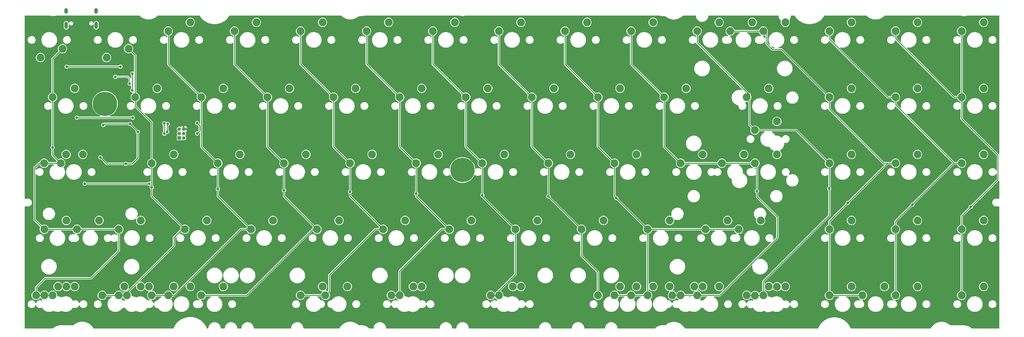
<source format=gbr>
%TF.GenerationSoftware,KiCad,Pcbnew,(7.0.0)*%
%TF.CreationDate,2023-03-04T14:45:49+01:00*%
%TF.ProjectId,qazimodo,71617a69-6d6f-4646-9f2e-6b696361645f,rev?*%
%TF.SameCoordinates,Original*%
%TF.FileFunction,Copper,L1,Top*%
%TF.FilePolarity,Positive*%
%FSLAX46Y46*%
G04 Gerber Fmt 4.6, Leading zero omitted, Abs format (unit mm)*
G04 Created by KiCad (PCBNEW (7.0.0)) date 2023-03-04 14:45:49*
%MOMM*%
%LPD*%
G01*
G04 APERTURE LIST*
%TA.AperFunction,ComponentPad*%
%ADD10C,2.250000*%
%TD*%
%TA.AperFunction,ComponentPad*%
%ADD11C,2.200000*%
%TD*%
%TA.AperFunction,ComponentPad*%
%ADD12C,1.000000*%
%TD*%
%TA.AperFunction,ComponentPad*%
%ADD13C,7.001300*%
%TD*%
%TA.AperFunction,ComponentPad*%
%ADD14C,7.000240*%
%TD*%
%TA.AperFunction,ComponentPad*%
%ADD15O,1.000000X1.600000*%
%TD*%
%TA.AperFunction,ComponentPad*%
%ADD16O,1.000000X2.100000*%
%TD*%
%TA.AperFunction,ComponentPad*%
%ADD17R,1.000000X1.000000*%
%TD*%
%TA.AperFunction,ComponentPad*%
%ADD18O,1.000000X1.000000*%
%TD*%
%TA.AperFunction,ViaPad*%
%ADD19C,0.800000*%
%TD*%
%TA.AperFunction,Conductor*%
%ADD20C,0.250000*%
%TD*%
%TA.AperFunction,Conductor*%
%ADD21C,0.200000*%
%TD*%
G04 APERTURE END LIST*
D10*
%TO.P,MX3,1,COL*%
%TO.N,COL2*%
X89852500Y-53022500D03*
%TO.P,MX3,2,ROW*%
%TO.N,Net-(D12-Pad2)*%
X96202500Y-50482500D03*
%TD*%
%TO.P,MX55b1,1,COL*%
%TO.N,COL0*%
X56515000Y-129222500D03*
%TO.P,MX55b1,2,ROW*%
%TO.N,Net-(D6-Pad2)*%
X62865000Y-126682500D03*
%TD*%
%TO.P,MX64a1,1,COL*%
%TO.N,COL9*%
X235109503Y-129224508D03*
%TO.P,MX64a1,2,ROW*%
%TO.N,Net-(D53-Pad2)*%
X241459503Y-126684508D03*
%TD*%
%TO.P,MX68,1,COL*%
%TO.N,COL13*%
X318452500Y-129222500D03*
%TO.P,MX68,2,ROW*%
%TO.N,Net-(D71-Pad2)*%
X324802500Y-126682500D03*
%TD*%
%TO.P,MX61,1,COL*%
%TO.N,COL6*%
X182759937Y-129222500D03*
%TO.P,MX61,2,ROW*%
%TO.N,Net-(D36-Pad2)*%
X189109937Y-126682500D03*
%TD*%
%TO.P,MX63a1,1,COL*%
%TO.N,COL8*%
X227965000Y-129222500D03*
%TO.P,MX63a1,2,ROW*%
%TO.N,Net-(D47-Pad2)*%
X234315000Y-126682500D03*
%TD*%
%TO.P,MX52,1,COL*%
%TO.N,COL11*%
X280352500Y-110172500D03*
%TO.P,MX52,2,ROW*%
%TO.N,Net-(D52-Pad2)*%
X286702500Y-107632500D03*
%TD*%
%TO.P,MX34,1,COL*%
%TO.N,COL4*%
X142240000Y-91122500D03*
%TO.P,MX34,2,ROW*%
%TO.N,Net-(D24-Pad2)*%
X148590000Y-88582500D03*
%TD*%
%TO.P,MX9,1,COL*%
%TO.N,COL8*%
X204152500Y-53022500D03*
%TO.P,MX9,2,ROW*%
%TO.N,Net-(D43-Pad2)*%
X210502500Y-50482500D03*
%TD*%
%TO.P,MX14,1,COL*%
%TO.N,COL13*%
X299402500Y-53022500D03*
%TO.P,MX14,2,ROW*%
%TO.N,Net-(D68-Pad2)*%
X305752500Y-50482500D03*
%TD*%
%TO.P,MX27,1,COL*%
%TO.N,COL11*%
X280352500Y-72072500D03*
%TO.P,MX27,2,ROW*%
%TO.N,Net-(D60-Pad2)*%
X286702500Y-69532500D03*
%TD*%
%TO.P,MX30a1,1,COL*%
%TO.N,COL0*%
X54065628Y-91122501D03*
%TO.P,MX30a1,2,ROW*%
%TO.N,Net-(D4-Pad2)*%
X60415628Y-88582501D03*
%TD*%
%TO.P,MX42,1,COL*%
%TO.N,COL12*%
X318452500Y-91122500D03*
%TO.P,MX42,2,ROW*%
%TO.N,Net-(D66-Pad2)*%
X324802500Y-88582500D03*
%TD*%
%TO.P,MX39a1,1,COL*%
%TO.N,COL9*%
X237490000Y-91122500D03*
%TO.P,MX39a1,2,ROW*%
%TO.N,Net-(D51-Pad2)*%
X243840000Y-88582500D03*
%TD*%
%TO.P,MX50,1,COL*%
%TO.N,COL7*%
X208915000Y-110172500D03*
%TO.P,MX50,2,ROW*%
%TO.N,Net-(D40-Pad2)*%
X215265000Y-107632500D03*
%TD*%
%TO.P,MX60b1,1,COL*%
%TO.N,COL5*%
X156527500Y-129222500D03*
%TO.P,MX60b1,2,ROW*%
%TO.N,Net-(D31-Pad2)*%
X162877500Y-126682500D03*
%TD*%
%TO.P,MX25,1,COL*%
%TO.N,COL9*%
X232727500Y-72072500D03*
%TO.P,MX25,2,ROW*%
%TO.N,Net-(D50-Pad2)*%
X239077500Y-69532500D03*
%TD*%
%TO.P,MX11,1,COL*%
%TO.N,COL10*%
X242252500Y-53022500D03*
%TO.P,MX11,2,ROW*%
%TO.N,Net-(D54-Pad2)*%
X248602500Y-50482500D03*
%TD*%
%TO.P,MX62,1,COL*%
%TO.N,COL7*%
X213677500Y-129222500D03*
%TO.P,MX62,2,ROW*%
%TO.N,Net-(D41-Pad2)*%
X220027500Y-126682500D03*
%TD*%
%TO.P,MX57b1,1,COL*%
%TO.N,COL2*%
X85090000Y-129222500D03*
%TO.P,MX57b1,2,ROW*%
%TO.N,Net-(D16-Pad2)*%
X91440000Y-126682500D03*
%TD*%
%TO.P,MX41,1,COL*%
%TO.N,COL11*%
X299402500Y-91122500D03*
%TO.P,MX41,2,ROW*%
%TO.N,Net-(D61-Pad2)*%
X305752500Y-88582500D03*
%TD*%
%TO.P,MX54,1,COL*%
%TO.N,COL13*%
X318452500Y-110172500D03*
%TO.P,MX54,2,ROW*%
%TO.N,Net-(D62-Pad2)*%
X324802500Y-107632500D03*
%TD*%
%TO.P,MX12a1,1,COL*%
%TO.N,COL11*%
X251777500Y-53022500D03*
%TO.P,MX12a1,2,ROW*%
%TO.N,Net-(D59-Pad2)*%
X258127500Y-50482500D03*
%TD*%
%TO.P,MX65a1,1,COL*%
%TO.N,COL10*%
X258912743Y-129282903D03*
%TO.P,MX65a1,2,ROW*%
%TO.N,Net-(D58-Pad2)*%
X265262743Y-126742903D03*
%TD*%
D11*
%TO.P,MX60c1,1,COL*%
%TO.N,COL5*%
X156527500Y-129222500D03*
%TO.P,MX60c1,2,ROW*%
%TO.N,Net-(D31-Pad2)*%
X162877500Y-126682500D03*
%TD*%
D10*
%TO.P,MX45,1,COL*%
%TO.N,COL2*%
X113665000Y-110172500D03*
%TO.P,MX45,2,ROW*%
%TO.N,Net-(D15-Pad2)*%
X120015000Y-107632500D03*
%TD*%
%TO.P,MX67,1,COL*%
%TO.N,COL12*%
X299402500Y-129222500D03*
%TO.P,MX67,2,ROW*%
%TO.N,Net-(D67-Pad2)*%
X305752500Y-126682500D03*
%TD*%
%TO.P,MX53,1,COL*%
%TO.N,COL12*%
X299402500Y-110172500D03*
%TO.P,MX53,2,ROW*%
%TO.N,Net-(D57-Pad2)*%
X305752500Y-107632500D03*
%TD*%
%TO.P,MX33,1,COL*%
%TO.N,COL3*%
X123190000Y-91122500D03*
%TO.P,MX33,2,ROW*%
%TO.N,Net-(D19-Pad2)*%
X129540000Y-88582500D03*
%TD*%
%TO.P,MX8,1,COL*%
%TO.N,COL7*%
X185102500Y-53022500D03*
%TO.P,MX8,2,ROW*%
%TO.N,Net-(D37-Pad2)*%
X191452500Y-50482500D03*
%TD*%
%TO.P,MX38,1,COL*%
%TO.N,COL8*%
X218440000Y-91122500D03*
%TO.P,MX38,2,ROW*%
%TO.N,Net-(D45-Pad2)*%
X224790000Y-88582500D03*
%TD*%
%TO.P,MX48,1,COL*%
%TO.N,COL5*%
X170815000Y-110172500D03*
%TO.P,MX48,2,ROW*%
%TO.N,Net-(D30-Pad2)*%
X177165000Y-107632500D03*
%TD*%
%TO.P,MX19,1,COL*%
%TO.N,COL3*%
X118427500Y-72072500D03*
%TO.P,MX19,2,ROW*%
%TO.N,Net-(D18-Pad2)*%
X124777500Y-69532500D03*
%TD*%
%TO.P,MX26a1,1,COL*%
%TO.N,COL10*%
X258889500Y-81597500D03*
%TO.P,MX26a1,2,ROW*%
%TO.N,Net-(D55-Pad2)*%
X265239500Y-79057500D03*
%TD*%
%TO.P,MX10,1,COL*%
%TO.N,COL9*%
X223202500Y-53022500D03*
%TO.P,MX10,2,ROW*%
%TO.N,Net-(D49-Pad2)*%
X229552500Y-50482500D03*
%TD*%
%TO.P,MX21,1,COL*%
%TO.N,COL5*%
X156527500Y-72072500D03*
%TO.P,MX21,2,ROW*%
%TO.N,Net-(D28-Pad2)*%
X162877500Y-69532500D03*
%TD*%
%TO.P,MX66a1,1,COL*%
%TO.N,COL11*%
X289877500Y-129222500D03*
%TO.P,MX66a1,2,ROW*%
%TO.N,Net-(D63-Pad2)*%
X296227500Y-126682500D03*
%TD*%
%TO.P,MX64c1,1,COL*%
%TO.N,COL9*%
X237490000Y-129222500D03*
%TO.P,MX64c1,2,ROW*%
%TO.N,Net-(D53-Pad2)*%
X243840000Y-126682500D03*
%TD*%
%TO.P,MX37,1,COL*%
%TO.N,COL7*%
X199390000Y-91122500D03*
%TO.P,MX37,2,ROW*%
%TO.N,Net-(D39-Pad2)*%
X205740000Y-88582500D03*
%TD*%
%TO.P,MX64,1,COL*%
%TO.N,COL9*%
X237490000Y-129222500D03*
%TO.P,MX64,2,ROW*%
%TO.N,Net-(D53-Pad2)*%
X243840000Y-126682500D03*
%TD*%
%TO.P,MX46,1,COL*%
%TO.N,COL3*%
X132715000Y-110172500D03*
%TO.P,MX46,2,ROW*%
%TO.N,Net-(D20-Pad2)*%
X139065000Y-107632500D03*
%TD*%
%TO.P,MX39,1,COL*%
%TO.N,COL9*%
X249364500Y-91122500D03*
%TO.P,MX39,2,ROW*%
%TO.N,Net-(D51-Pad2)*%
X255714500Y-88582500D03*
%TD*%
%TO.P,MX44,1,COL*%
%TO.N,COL1*%
X94615000Y-110172500D03*
%TO.P,MX44,2,ROW*%
%TO.N,Net-(D10-Pad2)*%
X100965000Y-107632500D03*
%TD*%
%TO.P,MX26,1,COL*%
%TO.N,COL10*%
X256540000Y-72072500D03*
%TO.P,MX26,2,ROW*%
%TO.N,Net-(D55-Pad2)*%
X262890000Y-69532500D03*
%TD*%
%TO.P,MX61a1,1,COL*%
%TO.N,COL6*%
X185102500Y-129222500D03*
%TO.P,MX61a1,2,ROW*%
%TO.N,Net-(D36-Pad2)*%
X191452500Y-126682500D03*
%TD*%
%TO.P,MX30,1,COL*%
%TO.N,COL0*%
X58864500Y-91122500D03*
%TO.P,MX30,2,ROW*%
%TO.N,Net-(D4-Pad2)*%
X65214500Y-88582500D03*
%TD*%
%TO.P,MX40,1,COL*%
%TO.N,COL10*%
X280352500Y-91122500D03*
%TO.P,MX40,2,ROW*%
%TO.N,Net-(D56-Pad2)*%
X286702500Y-88582500D03*
%TD*%
%TO.P,MX49,1,COL*%
%TO.N,COL6*%
X189865000Y-110172500D03*
%TO.P,MX49,2,ROW*%
%TO.N,Net-(D35-Pad2)*%
X196215000Y-107632500D03*
%TD*%
%TO.P,MX23,1,COL*%
%TO.N,COL7*%
X194627500Y-72072500D03*
%TO.P,MX23,2,ROW*%
%TO.N,Net-(D38-Pad2)*%
X200977500Y-69532500D03*
%TD*%
%TO.P,MX24,1,COL*%
%TO.N,COL8*%
X213677500Y-72072500D03*
%TO.P,MX24,2,ROW*%
%TO.N,Net-(D44-Pad2)*%
X220027500Y-69532500D03*
%TD*%
%TO.P,MX55,1,COL*%
%TO.N,COL0*%
X51752500Y-129222500D03*
%TO.P,MX55,2,ROW*%
%TO.N,Net-(D6-Pad2)*%
X58102500Y-126682500D03*
%TD*%
%TO.P,MX2,1,COL*%
%TO.N,COL1*%
X78422500Y-58102500D03*
%TO.P,MX2,2,ROW*%
%TO.N,Net-(D7-Pad2)*%
X72072500Y-60642500D03*
%TD*%
%TO.P,MX31,1,COL*%
%TO.N,COL1*%
X85090000Y-91122500D03*
%TO.P,MX31,2,ROW*%
%TO.N,Net-(D9-Pad2)*%
X91440000Y-88582500D03*
%TD*%
%TO.P,MX63b1,1,COL*%
%TO.N,COL8*%
X218440000Y-129222500D03*
%TO.P,MX63b1,2,ROW*%
%TO.N,Net-(D47-Pad2)*%
X224790000Y-126682500D03*
%TD*%
%TO.P,MX58,1,COL*%
%TO.N,COL3*%
X99377500Y-129222500D03*
%TO.P,MX58,2,ROW*%
%TO.N,Net-(D21-Pad2)*%
X105727500Y-126682500D03*
%TD*%
%TO.P,MX29,1,COL*%
%TO.N,COL13*%
X318452500Y-72072500D03*
%TO.P,MX29,2,ROW*%
%TO.N,Net-(D69-Pad2)*%
X324802500Y-69532500D03*
%TD*%
%TO.P,MX57a1,1,COL*%
%TO.N,COL2*%
X89852500Y-129222500D03*
%TO.P,MX57a1,2,ROW*%
%TO.N,Net-(D16-Pad2)*%
X96202500Y-126682500D03*
%TD*%
%TO.P,MX32,1,COL*%
%TO.N,COL2*%
X104140000Y-91122500D03*
%TO.P,MX32,2,ROW*%
%TO.N,Net-(D14-Pad2)*%
X110490000Y-88582500D03*
%TD*%
%TO.P,MX12,1,COL*%
%TO.N,COL11*%
X261302500Y-53022500D03*
%TO.P,MX12,2,ROW*%
%TO.N,Net-(D59-Pad2)*%
X267652500Y-50482500D03*
%TD*%
%TO.P,MX17,1,COL*%
%TO.N,COL1*%
X80327500Y-72072500D03*
%TO.P,MX17,2,ROW*%
%TO.N,Net-(D8-Pad2)*%
X86677500Y-69532500D03*
%TD*%
%TO.P,MX16,1,COL*%
%TO.N,COL0*%
X56515000Y-72072500D03*
%TO.P,MX16,2,ROW*%
%TO.N,Net-(D3-Pad2)*%
X62865000Y-69532500D03*
%TD*%
%TO.P,MX55a1,1,COL*%
%TO.N,COL0*%
X54151621Y-129222500D03*
%TO.P,MX55a1,2,ROW*%
%TO.N,Net-(D6-Pad2)*%
X60501621Y-126682500D03*
%TD*%
%TO.P,MX60a1,1,COL*%
%TO.N,COL5*%
X154114500Y-129222500D03*
%TO.P,MX60a1,2,ROW*%
%TO.N,Net-(D31-Pad2)*%
X160464500Y-126682500D03*
%TD*%
%TO.P,MX36,1,COL*%
%TO.N,COL6*%
X180340000Y-91122500D03*
%TO.P,MX36,2,ROW*%
%TO.N,Net-(D34-Pad2)*%
X186690000Y-88582500D03*
%TD*%
%TO.P,MX59a1,1,COL*%
%TO.N,COL4*%
X127952500Y-129222500D03*
%TO.P,MX59a1,2,ROW*%
%TO.N,Net-(D26-Pad2)*%
X134302500Y-126682500D03*
%TD*%
%TO.P,MX51b1,1,COL*%
%TO.N,COL8*%
X244665500Y-110172500D03*
%TO.P,MX51b1,2,ROW*%
%TO.N,Net-(D46-Pad2)*%
X251015500Y-107632500D03*
%TD*%
%TO.P,MX5,1,COL*%
%TO.N,COL4*%
X127952500Y-53022500D03*
%TO.P,MX5,2,ROW*%
%TO.N,Net-(D22-Pad2)*%
X134302500Y-50482500D03*
%TD*%
%TO.P,MX7,1,COL*%
%TO.N,COL6*%
X166052500Y-53022500D03*
%TO.P,MX7,2,ROW*%
%TO.N,Net-(D32-Pad2)*%
X172402500Y-50482500D03*
%TD*%
%TO.P,MX18,1,COL*%
%TO.N,COL2*%
X99377500Y-72072500D03*
%TO.P,MX18,2,ROW*%
%TO.N,Net-(D13-Pad2)*%
X105727500Y-69532500D03*
%TD*%
%TO.P,MX15,1,COL*%
%TO.N,COL13*%
X318452500Y-53022500D03*
%TO.P,MX15,2,ROW*%
%TO.N,Net-(D70-Pad2)*%
X324802500Y-50482500D03*
%TD*%
%TO.P,MX56b1,1,COL*%
%TO.N,COL1*%
X75565000Y-129222500D03*
%TO.P,MX56b1,2,ROW*%
%TO.N,Net-(D11-Pad2)*%
X81915000Y-126682500D03*
%TD*%
%TO.P,MX63,1,COL*%
%TO.N,COL8*%
X223202500Y-129222500D03*
%TO.P,MX63,2,ROW*%
%TO.N,Net-(D47-Pad2)*%
X229552500Y-126682500D03*
%TD*%
%TO.P,MX4,1,COL*%
%TO.N,COL3*%
X108902500Y-53022500D03*
%TO.P,MX4,2,ROW*%
%TO.N,Net-(D17-Pad2)*%
X115252500Y-50482500D03*
%TD*%
%TO.P,MX20,1,COL*%
%TO.N,COL4*%
X137477500Y-72072500D03*
%TO.P,MX20,2,ROW*%
%TO.N,Net-(D23-Pad2)*%
X143827500Y-69532500D03*
%TD*%
%TO.P,MX28,1,COL*%
%TO.N,COL12*%
X299402500Y-72072500D03*
%TO.P,MX28,2,ROW*%
%TO.N,Net-(D65-Pad2)*%
X305752500Y-69532500D03*
%TD*%
%TO.P,MX51,1,COL*%
%TO.N,COL8*%
X227965000Y-110172500D03*
%TO.P,MX51,2,ROW*%
%TO.N,Net-(D46-Pad2)*%
X234315000Y-107632500D03*
%TD*%
%TO.P,MX35,1,COL*%
%TO.N,COL5*%
X161290000Y-91122500D03*
%TO.P,MX35,2,ROW*%
%TO.N,Net-(D29-Pad2)*%
X167640000Y-88582500D03*
%TD*%
%TO.P,MX66,1,COL*%
%TO.N,COL11*%
X280352500Y-129222500D03*
%TO.P,MX66,2,ROW*%
%TO.N,Net-(D63-Pad2)*%
X286702500Y-126682500D03*
%TD*%
%TO.P,MX65,1,COL*%
%TO.N,COL10*%
X256540000Y-129222500D03*
%TO.P,MX65,2,ROW*%
%TO.N,Net-(D58-Pad2)*%
X262890000Y-126682500D03*
%TD*%
%TO.P,MX51a1,1,COL*%
%TO.N,COL8*%
X254190500Y-110172500D03*
%TO.P,MX51a1,2,ROW*%
%TO.N,Net-(D42-Pad2)*%
X260540500Y-107632500D03*
%TD*%
%TO.P,MX59,1,COL*%
%TO.N,COL4*%
X135128000Y-129222500D03*
%TO.P,MX59,2,ROW*%
%TO.N,Net-(D26-Pad2)*%
X141478000Y-126682500D03*
%TD*%
%TO.P,MX64b1,1,COL*%
%TO.N,COL9*%
X242252500Y-129222500D03*
%TO.P,MX64b1,2,ROW*%
%TO.N,Net-(D53-Pad2)*%
X248602500Y-126682500D03*
%TD*%
%TO.P,MX47,1,COL*%
%TO.N,COL4*%
X151765000Y-110172500D03*
%TO.P,MX47,2,ROW*%
%TO.N,Net-(D25-Pad2)*%
X158115000Y-107632500D03*
%TD*%
D12*
%TO.P,,1,1*%
%TO.N,N/C*%
X69325000Y-73991000D03*
X69325000Y-73991000D03*
X69998654Y-72364654D03*
X69998654Y-72364654D03*
X69998654Y-75617346D03*
X69998654Y-75617346D03*
X71625000Y-71691000D03*
X71625000Y-71691000D03*
D13*
%TO.N,Net-(C_USBSHIELD1-Pad1)*%
X71625000Y-73991000D03*
%TO.N,N/C*%
X71625000Y-73991000D03*
D12*
X71625000Y-76291000D03*
X71625000Y-76291000D03*
X73251346Y-72364654D03*
X73251346Y-72364654D03*
X73251346Y-75617346D03*
X73251346Y-75617346D03*
X73925000Y-73991000D03*
X73925000Y-73991000D03*
D14*
%TO.P,,2*%
X174625000Y-93091000D03*
X174625000Y-93091000D03*
%TD*%
D10*
%TO.P,MX39b1,1,COL*%
%TO.N,COL9*%
X258889500Y-91122500D03*
%TO.P,MX39b1,2,ROW*%
%TO.N,Net-(D48-Pad2)*%
X265239500Y-88582500D03*
%TD*%
%TO.P,MX56,1,COL*%
%TO.N,COL1*%
X70802500Y-129222500D03*
%TO.P,MX56,2,ROW*%
%TO.N,Net-(D11-Pad2)*%
X77152500Y-126682500D03*
%TD*%
%TO.P,MX43b1,1,COL*%
%TO.N,COL0*%
X75565000Y-110172500D03*
%TO.P,MX43b1,2,ROW*%
%TO.N,Net-(D1-Pad2)*%
X81915000Y-107632500D03*
%TD*%
%TO.P,MX43a1,1,COL*%
%TO.N,COL0*%
X54109685Y-110187971D03*
%TO.P,MX43a1,2,ROW*%
%TO.N,Net-(D5-Pad2)*%
X60459685Y-107647971D03*
%TD*%
%TO.P,MX65b1,1,COL*%
%TO.N,COL10*%
X261302500Y-129222500D03*
%TO.P,MX65b1,2,ROW*%
%TO.N,Net-(D58-Pad2)*%
X267652500Y-126682500D03*
%TD*%
%TO.P,MX22,1,COL*%
%TO.N,COL6*%
X175577500Y-72072500D03*
%TO.P,MX22,2,ROW*%
%TO.N,Net-(D33-Pad2)*%
X181927500Y-69532500D03*
%TD*%
%TO.P,MX56a1,1,COL*%
%TO.N,COL1*%
X77957877Y-129249345D03*
%TO.P,MX56a1,2,ROW*%
%TO.N,Net-(D11-Pad2)*%
X84307877Y-126709345D03*
%TD*%
%TO.P,MX13,1,COL*%
%TO.N,COL12*%
X280352500Y-53022500D03*
%TO.P,MX13,2,ROW*%
%TO.N,Net-(D64-Pad2)*%
X286702500Y-50482500D03*
%TD*%
%TO.P,MX6,1,COL*%
%TO.N,COL5*%
X147002500Y-53022500D03*
%TO.P,MX6,2,ROW*%
%TO.N,Net-(D27-Pad2)*%
X153352500Y-50482500D03*
%TD*%
%TO.P,MX60,1,COL*%
%TO.N,COL5*%
X156527500Y-129222500D03*
%TO.P,MX60,2,ROW*%
%TO.N,Net-(D31-Pad2)*%
X162877500Y-126682500D03*
%TD*%
%TO.P,MX1,1,COL*%
%TO.N,COL0*%
X59372500Y-58102500D03*
%TO.P,MX1,2,ROW*%
%TO.N,Net-(D2-Pad2)*%
X53022500Y-60642500D03*
%TD*%
%TO.P,MX43,1,COL*%
%TO.N,COL0*%
X63563500Y-110172500D03*
%TO.P,MX43,2,ROW*%
%TO.N,Net-(D5-Pad2)*%
X69913500Y-107632500D03*
%TD*%
D15*
%TO.P,J3,S1,SHIELD*%
%TO.N,Net-(C_USBSHIELD1-Pad1)*%
X60449999Y-47157999D03*
D16*
X60449999Y-51337999D03*
D15*
X69089999Y-47157999D03*
D16*
X69089999Y-51337999D03*
%TD*%
D17*
%TO.P,J1,1,MISO*%
%TO.N,MISO*%
X93037499Y-83819999D03*
D18*
%TO.P,J1,2,VCC*%
%TO.N,+5V*%
X94307499Y-83819999D03*
%TO.P,J1,3,SCK*%
%TO.N,SCK*%
X93037499Y-82549999D03*
%TO.P,J1,4,MOSI*%
%TO.N,MOSI*%
X94307499Y-82549999D03*
%TO.P,J1,5,~{RST}*%
%TO.N,RESET*%
X93037499Y-81279999D03*
%TO.P,J1,6,GND*%
%TO.N,GND*%
X94307499Y-81279999D03*
%TD*%
D19*
%TO.N,ROW0*%
X76073000Y-63246000D03*
X60550750Y-63298770D03*
%TO.N,ROW1*%
X79603000Y-77978000D03*
X63500000Y-77978000D03*
%TO.N,ROW2*%
X65786000Y-97028000D03*
X84365500Y-97028000D03*
%TO.N,COL0*%
X56515000Y-86634500D03*
%TO.N,COL1*%
X85090000Y-98084500D03*
%TO.N,COL2*%
X104140000Y-98534500D03*
%TO.N,COL3*%
X123190000Y-98933000D03*
%TO.N,COL4*%
X142204959Y-99345311D03*
%TO.N,COL5*%
X161290000Y-99884500D03*
%TO.N,COL6*%
X180340000Y-100330000D03*
%TO.N,COL7*%
X199390000Y-100711000D03*
%TO.N,COL8*%
X218948000Y-101219000D03*
%TO.N,COL9*%
X259461000Y-99149001D03*
%TO.N,COL10*%
X280289000Y-98425000D03*
%TO.N,COL11*%
X285623000Y-102584500D03*
%TO.N,COL12*%
X304292000Y-103034500D03*
%TO.N,COL13*%
X321056000Y-103759000D03*
%TO.N,GND*%
X66495500Y-56134000D03*
X89916000Y-68199000D03*
X68072000Y-54356000D03*
X76645258Y-76997985D03*
X74583695Y-69978977D03*
X67945000Y-87449500D03*
X98171000Y-81280000D03*
X109446431Y-80698142D03*
X77721473Y-77008487D03*
X63500000Y-56134000D03*
X70644990Y-91786939D03*
X56896000Y-52959000D03*
X82136210Y-84063686D03*
X69088000Y-80772000D03*
X79248000Y-90424000D03*
X72517000Y-52959000D03*
%TO.N,+5V*%
X78867000Y-79782500D03*
X81091499Y-82076789D03*
X71120000Y-80137000D03*
X77597000Y-91313000D03*
X70296981Y-89435412D03*
%TO.N,D+*%
X78740000Y-68199000D03*
X74582305Y-66203672D03*
%TO.N,VCC*%
X79499000Y-65275000D03*
X79474645Y-70140672D03*
%TO.N,MISO*%
X88693000Y-79655500D03*
X88713800Y-82609200D03*
%TO.N,SCK*%
X89685458Y-79773958D03*
X89536203Y-82041169D03*
%TO.N,MOSI*%
X98171000Y-79539500D03*
X98171000Y-82550000D03*
%TD*%
D20*
%TO.N,ROW0*%
X75639230Y-63298770D02*
X75692000Y-63246000D01*
X60550750Y-63298770D02*
X75639230Y-63298770D01*
%TO.N,ROW1*%
X63500000Y-77978000D02*
X79603000Y-77978000D01*
%TO.N,ROW2*%
X65786000Y-97028000D02*
X84365500Y-97028000D01*
%TO.N,COL0*%
X54356000Y-124333000D02*
X51752500Y-126936500D01*
X75565000Y-116332000D02*
X67564000Y-124333000D01*
X58864500Y-91122500D02*
X54065628Y-91122501D01*
X54065628Y-91122501D02*
X52641499Y-91122501D01*
X59372500Y-58102500D02*
X56515000Y-60960000D01*
X51308000Y-107386286D02*
X54109685Y-110187971D01*
X51308000Y-92456000D02*
X51308000Y-107386286D01*
X56515000Y-72072500D02*
X56515000Y-88773000D01*
X52641499Y-91122501D02*
X51308000Y-92456000D01*
X56515000Y-60960000D02*
X56515000Y-72072500D01*
X75565000Y-110172500D02*
X75565000Y-116332000D01*
X51752500Y-126936500D02*
X51752500Y-129222500D01*
X54109685Y-110187971D02*
X75549529Y-110187971D01*
X51752500Y-129222500D02*
X56515000Y-129222500D01*
X75549529Y-110187971D02*
X75565000Y-110172500D01*
X56515000Y-88773000D02*
X58864500Y-91122500D01*
X67564000Y-124333000D02*
X54356000Y-124333000D01*
%TO.N,COL1*%
X85090000Y-91122500D02*
X85090000Y-100647500D01*
X91481982Y-114893018D02*
X91481982Y-112563982D01*
X78422500Y-58102500D02*
X80327500Y-60007500D01*
X80327500Y-60007500D02*
X80327500Y-72072500D01*
X94615000Y-110172500D02*
X93873464Y-110172500D01*
X85090000Y-79375000D02*
X80327500Y-74612500D01*
X70829345Y-129249345D02*
X70802500Y-129222500D01*
X77957877Y-128417123D02*
X91481982Y-114893018D01*
X93873464Y-110172500D02*
X91481982Y-112563982D01*
X80327500Y-74612500D02*
X80327500Y-72072500D01*
X85090000Y-91122500D02*
X85090000Y-79375000D01*
X77957877Y-129249345D02*
X77957877Y-128417123D01*
X77957877Y-129249345D02*
X70829345Y-129249345D01*
X85090000Y-100647500D02*
X94615000Y-110172500D01*
%TO.N,COL2*%
X91611890Y-129222500D02*
X89852500Y-129222500D01*
X104140000Y-100647500D02*
X113665000Y-110172500D01*
X89852500Y-53022500D02*
X89852500Y-62547500D01*
X99377500Y-86360000D02*
X104140000Y-91122500D01*
X89852500Y-129222500D02*
X85090000Y-129222500D01*
X113665000Y-110172500D02*
X110661890Y-110172500D01*
X110661890Y-110172500D02*
X91611890Y-129222500D01*
X89852500Y-62547500D02*
X99377500Y-72072500D01*
X104140000Y-91122500D02*
X104140000Y-100647500D01*
X99377500Y-72072500D02*
X99377500Y-86360000D01*
%TO.N,COL3*%
X123190000Y-91122500D02*
X123190000Y-100647500D01*
X112458500Y-129222500D02*
X99377500Y-129222500D01*
X131508500Y-110172500D02*
X112458500Y-129222500D01*
X108902500Y-62547500D02*
X118427500Y-72072500D01*
X118427500Y-72072500D02*
X118427500Y-86360000D01*
X118427500Y-86360000D02*
X123190000Y-91122500D01*
X108902500Y-53022500D02*
X108902500Y-62547500D01*
X123190000Y-100647500D02*
X132715000Y-110172500D01*
X132715000Y-110172500D02*
X131508500Y-110172500D01*
%TO.N,COL4*%
X137477500Y-72072500D02*
X137477500Y-86360000D01*
X142240000Y-91122500D02*
X142240000Y-100647500D01*
X149499464Y-110172500D02*
X136253000Y-123418964D01*
X136253000Y-128097500D02*
X135128000Y-129222500D01*
X142240000Y-100647500D02*
X151765000Y-110172500D01*
X127952500Y-53022500D02*
X127952500Y-62547500D01*
X151765000Y-110172500D02*
X149499464Y-110172500D01*
X127952500Y-62547500D02*
X137477500Y-72072500D01*
X135128000Y-129222500D02*
X127952500Y-129222500D01*
X137477500Y-86360000D02*
X142240000Y-91122500D01*
X136253000Y-123418964D02*
X136253000Y-128097500D01*
%TO.N,COL5*%
X156527500Y-72072500D02*
X156527500Y-86360000D01*
X156527500Y-129222500D02*
X154114500Y-129222500D01*
X161290000Y-91122500D02*
X161290000Y-100647500D01*
X156527500Y-86360000D02*
X161290000Y-91122500D01*
X161290000Y-100647500D02*
X170815000Y-110172500D01*
X156527500Y-122194464D02*
X156527500Y-129222500D01*
X170815000Y-110172500D02*
X168549464Y-110172500D01*
X147002500Y-62547500D02*
X156527500Y-72072500D01*
X147002500Y-53022500D02*
X147002500Y-62547500D01*
X168549464Y-110172500D02*
X156527500Y-122194464D01*
%TO.N,COL6*%
X185102500Y-129222500D02*
X182759937Y-129222500D01*
X175577500Y-72072500D02*
X175577500Y-86360000D01*
X166052500Y-53022500D02*
X166052500Y-62547500D01*
X189865000Y-110172500D02*
X189865000Y-123190000D01*
X180340000Y-91122500D02*
X180340000Y-100647500D01*
X166052500Y-62547500D02*
X175577500Y-72072500D01*
X185102500Y-127952500D02*
X185102500Y-129222500D01*
X189865000Y-123190000D02*
X185102500Y-127952500D01*
X180340000Y-100647500D02*
X189865000Y-110172500D01*
X175577500Y-86360000D02*
X180340000Y-91122500D01*
%TO.N,COL7*%
X213677500Y-122491500D02*
X213677500Y-129222500D01*
X185102500Y-53022500D02*
X185102500Y-62547500D01*
X194627500Y-86360000D02*
X199390000Y-91122500D01*
X194627500Y-72072500D02*
X194627500Y-86360000D01*
X199390000Y-100647500D02*
X208915000Y-110172500D01*
X199390000Y-91122500D02*
X199390000Y-100647500D01*
X208915000Y-117729000D02*
X213677500Y-122491500D01*
X185102500Y-62547500D02*
X194627500Y-72072500D01*
X208915000Y-110172500D02*
X208915000Y-117729000D01*
%TO.N,COL8*%
X218440000Y-91122500D02*
X218440000Y-100647500D01*
X204152500Y-62547500D02*
X213677500Y-72072500D01*
X204152500Y-53022500D02*
X204152500Y-62547500D01*
X227965000Y-129222500D02*
X223202500Y-129222500D01*
X227965000Y-110172500D02*
X227965000Y-129222500D01*
X227965000Y-110172500D02*
X254190500Y-110172500D01*
X223202500Y-129222500D02*
X218440000Y-129222500D01*
X218440000Y-100647500D02*
X227965000Y-110172500D01*
X227965000Y-129222500D02*
X218440000Y-129222500D01*
X213677500Y-86360000D02*
X218440000Y-91122500D01*
X213677500Y-72072500D02*
X213677500Y-86360000D01*
%TO.N,COL9*%
X223202500Y-53022500D02*
X223202500Y-62547500D01*
X258889500Y-91122500D02*
X259417499Y-91650499D01*
X248773001Y-129222500D02*
X265366035Y-112629466D01*
X265366035Y-112629466D02*
X265366035Y-106616035D01*
X242252500Y-129222500D02*
X235111511Y-129222500D01*
X232727500Y-72072500D02*
X232727500Y-86360000D01*
X235111511Y-129222500D02*
X235109503Y-129224508D01*
X265366035Y-106616035D02*
X259504501Y-100754501D01*
X223202500Y-62547500D02*
X232727500Y-72072500D01*
X259504501Y-100754501D02*
X259504501Y-91650499D01*
X242252500Y-129222500D02*
X248773001Y-129222500D01*
X237490000Y-91122500D02*
X258889500Y-91122500D01*
X232727500Y-86360000D02*
X237490000Y-91122500D01*
X259417499Y-91650499D02*
X259504501Y-91650499D01*
%TO.N,COL10*%
X257302000Y-80010000D02*
X257302000Y-73406000D01*
X256813401Y-71799099D02*
X257365500Y-71247000D01*
X261302500Y-129222500D02*
X256540000Y-129222500D01*
X242252500Y-56324500D02*
X242252500Y-53022500D01*
X256813401Y-72917401D02*
X256813401Y-71799099D01*
X257175000Y-71247000D02*
X242252500Y-56324500D01*
X258889500Y-81597500D02*
X257302000Y-80010000D01*
X261302500Y-129222500D02*
X261302500Y-125285500D01*
X261302500Y-125285500D02*
X280352500Y-106235500D01*
X257302000Y-73406000D02*
X256813401Y-72917401D01*
X257365500Y-71247000D02*
X257175000Y-71247000D01*
X280352500Y-91122500D02*
X270827500Y-81597500D01*
X280352500Y-106235500D02*
X280352500Y-91122500D01*
X270827500Y-81597500D02*
X258889500Y-81597500D01*
%TO.N,COL11*%
X280352500Y-75501500D02*
X295973500Y-91122500D01*
X295973500Y-91122500D02*
X299402500Y-91122500D01*
X280352500Y-129222500D02*
X289877500Y-129222500D01*
X299402500Y-91122500D02*
X297136964Y-91122500D01*
X266573000Y-58293000D02*
X263906000Y-58293000D01*
X251777500Y-53022500D02*
X261302500Y-53022500D01*
X263906000Y-58293000D02*
X262255000Y-56642000D01*
X280352500Y-72072500D02*
X266573000Y-58293000D01*
X280352500Y-110172500D02*
X280352500Y-129222500D01*
X280352500Y-107906964D02*
X280352500Y-110172500D01*
X280352500Y-72072500D02*
X280352500Y-75501500D01*
X262255000Y-53975000D02*
X261302500Y-53022500D01*
X297136964Y-91122500D02*
X280352500Y-107906964D01*
X262255000Y-56642000D02*
X262255000Y-53975000D01*
%TO.N,COL12*%
X299402500Y-72072500D02*
X299402500Y-74231500D01*
X280352500Y-53022500D02*
X280352500Y-55308500D01*
X318452500Y-91122500D02*
X316186964Y-91122500D01*
X297116500Y-72072500D02*
X299402500Y-72072500D01*
X299402500Y-74231500D02*
X316293500Y-91122500D01*
X299402500Y-110172500D02*
X299402500Y-129222500D01*
X280352500Y-55308500D02*
X297116500Y-72072500D01*
X316293500Y-91122500D02*
X318452500Y-91122500D01*
X299402500Y-107906964D02*
X299402500Y-110172500D01*
X316186964Y-91122500D02*
X299402500Y-107906964D01*
%TO.N,COL13*%
X318452500Y-53022500D02*
X318452500Y-72072500D01*
X316293500Y-72072500D02*
X299402500Y-55181500D01*
X328930000Y-95885000D02*
X318452500Y-106362500D01*
X318452500Y-106362500D02*
X318452500Y-110172500D01*
X328930000Y-88773000D02*
X328930000Y-95885000D01*
X318452500Y-129222500D02*
X318452500Y-110172500D01*
X299402500Y-55181500D02*
X299402500Y-53022500D01*
X318389000Y-78232000D02*
X328930000Y-88773000D01*
X318452500Y-72072500D02*
X316293500Y-72072500D01*
X318452500Y-72072500D02*
X318452500Y-78168500D01*
X318452500Y-78168500D02*
X318389000Y-78232000D01*
%TO.N,GND*%
X68072000Y-54557500D02*
X68072000Y-54356000D01*
X66495500Y-56134000D02*
X63500000Y-56134000D01*
X66495500Y-56134000D02*
X68072000Y-54557500D01*
%TO.N,+5V*%
X81091499Y-82006999D02*
X81091499Y-82076789D01*
X72172497Y-91313000D02*
X79384305Y-91313000D01*
X79384305Y-91313000D02*
X81091499Y-89605806D01*
X78867000Y-79782500D02*
X71474500Y-79782500D01*
X70296981Y-89435412D02*
X70296981Y-89437484D01*
X81091499Y-89605806D02*
X81091499Y-82076789D01*
X78867000Y-79782500D02*
X81091499Y-82006999D01*
X71474500Y-79782500D02*
X71120000Y-80137000D01*
X70296981Y-89437484D02*
X72172497Y-91313000D01*
D21*
%TO.N,D+*%
X77377362Y-66203672D02*
X77378517Y-66202517D01*
X74389000Y-66200000D02*
X74391517Y-66202517D01*
X78740000Y-66744282D02*
X78740000Y-68199000D01*
X77378517Y-66202517D02*
X78198235Y-66202517D01*
X78198235Y-66202517D02*
X78740000Y-66744282D01*
X74582305Y-66203672D02*
X77377362Y-66203672D01*
D20*
%TO.N,VCC*%
X79474645Y-65299355D02*
X79499000Y-65275000D01*
X79499000Y-70000000D02*
X79499000Y-65275000D01*
X79603000Y-70104000D02*
X79499000Y-70000000D01*
X79474645Y-70140672D02*
X79474645Y-65299355D01*
%TO.N,MISO*%
X88693000Y-82588400D02*
X88693000Y-79655500D01*
X88713800Y-82609200D02*
X88693000Y-82588400D01*
%TO.N,SCK*%
X89536203Y-79923213D02*
X89685458Y-79773958D01*
X89536203Y-82041169D02*
X89536203Y-79923213D01*
%TO.N,MOSI*%
X98171000Y-82550000D02*
X98896000Y-81825000D01*
X98896000Y-81825000D02*
X98896000Y-80264500D01*
X98896000Y-80264500D02*
X98171000Y-79539500D01*
%TD*%
%TA.AperFunction,Conductor*%
%TO.N,GND*%
G36*
X55721668Y-48518507D02*
G01*
X55765749Y-48530624D01*
X56023294Y-48601419D01*
X56366288Y-48657107D01*
X56713274Y-48675741D01*
X57060260Y-48657107D01*
X57403254Y-48601419D01*
X57666543Y-48529045D01*
X57704880Y-48518507D01*
X57738277Y-48514000D01*
X81478687Y-48514000D01*
X81526255Y-48523324D01*
X81566783Y-48549916D01*
X81692551Y-48672907D01*
X81809754Y-48787523D01*
X82097526Y-49015983D01*
X82407308Y-49213573D01*
X82410221Y-49215033D01*
X82410225Y-49215035D01*
X82426335Y-49223108D01*
X82735802Y-49378188D01*
X83079511Y-49508076D01*
X83434775Y-49601854D01*
X83797812Y-49658523D01*
X84164755Y-49677480D01*
X84531698Y-49658523D01*
X84894735Y-49601854D01*
X85249999Y-49508076D01*
X85593708Y-49378188D01*
X85922202Y-49213573D01*
X86231984Y-49015983D01*
X86519756Y-48787523D01*
X86695629Y-48615531D01*
X86762727Y-48549916D01*
X86803255Y-48523324D01*
X86850823Y-48514000D01*
X98784541Y-48514000D01*
X98844249Y-48529045D01*
X98889697Y-48570587D01*
X98931941Y-48634584D01*
X99117270Y-48915350D01*
X99118765Y-48917614D01*
X99386286Y-49255778D01*
X99388146Y-49257754D01*
X99388152Y-49257761D01*
X99669114Y-49556256D01*
X99681820Y-49569755D01*
X99683828Y-49571551D01*
X99683835Y-49571558D01*
X99816732Y-49690439D01*
X100003190Y-49857233D01*
X100348027Y-50116094D01*
X100713793Y-50344431D01*
X101097792Y-50540562D01*
X101100294Y-50541580D01*
X101100301Y-50541583D01*
X101180907Y-50574374D01*
X101497194Y-50703042D01*
X101909059Y-50830673D01*
X102330351Y-50922516D01*
X102757967Y-50977893D01*
X103188757Y-50996398D01*
X103619547Y-50977893D01*
X104047163Y-50922516D01*
X104468455Y-50830673D01*
X104880320Y-50703042D01*
X105279723Y-50540562D01*
X105393401Y-50482500D01*
X113921937Y-50482500D01*
X113922416Y-50487975D01*
X113941671Y-50708072D01*
X113941672Y-50708080D01*
X113942151Y-50713550D01*
X113943571Y-50718852D01*
X113943573Y-50718859D01*
X114000756Y-50932267D01*
X114000758Y-50932273D01*
X114002180Y-50937579D01*
X114004502Y-50942558D01*
X114004504Y-50942564D01*
X114073536Y-51090603D01*
X114100199Y-51147782D01*
X114103352Y-51152285D01*
X114103355Y-51152290D01*
X114118194Y-51173482D01*
X114233230Y-51337769D01*
X114397231Y-51501770D01*
X114587218Y-51634801D01*
X114797421Y-51732820D01*
X115021450Y-51792849D01*
X115252500Y-51813063D01*
X115483550Y-51792849D01*
X115707579Y-51732820D01*
X115917782Y-51634801D01*
X116107769Y-51501770D01*
X116271770Y-51337769D01*
X116404801Y-51147782D01*
X116502820Y-50937579D01*
X116562849Y-50713550D01*
X116583063Y-50482500D01*
X132971937Y-50482500D01*
X132972416Y-50487975D01*
X132991671Y-50708072D01*
X132991672Y-50708080D01*
X132992151Y-50713550D01*
X132993571Y-50718852D01*
X132993573Y-50718859D01*
X133050756Y-50932267D01*
X133050758Y-50932273D01*
X133052180Y-50937579D01*
X133054502Y-50942558D01*
X133054504Y-50942564D01*
X133123536Y-51090603D01*
X133150199Y-51147782D01*
X133153352Y-51152285D01*
X133153355Y-51152290D01*
X133168194Y-51173482D01*
X133283230Y-51337769D01*
X133447231Y-51501770D01*
X133637218Y-51634801D01*
X133847421Y-51732820D01*
X134071450Y-51792849D01*
X134302500Y-51813063D01*
X134533550Y-51792849D01*
X134757579Y-51732820D01*
X134967782Y-51634801D01*
X135157769Y-51501770D01*
X135321770Y-51337769D01*
X135454801Y-51147782D01*
X135552820Y-50937579D01*
X135612849Y-50713550D01*
X135633063Y-50482500D01*
X152021937Y-50482500D01*
X152022416Y-50487975D01*
X152041671Y-50708072D01*
X152041672Y-50708080D01*
X152042151Y-50713550D01*
X152043571Y-50718852D01*
X152043573Y-50718859D01*
X152100756Y-50932267D01*
X152100758Y-50932273D01*
X152102180Y-50937579D01*
X152104502Y-50942558D01*
X152104504Y-50942564D01*
X152173536Y-51090603D01*
X152200199Y-51147782D01*
X152203352Y-51152285D01*
X152203355Y-51152290D01*
X152218194Y-51173482D01*
X152333230Y-51337769D01*
X152497231Y-51501770D01*
X152687218Y-51634801D01*
X152897421Y-51732820D01*
X153121450Y-51792849D01*
X153352500Y-51813063D01*
X153583550Y-51792849D01*
X153807579Y-51732820D01*
X154017782Y-51634801D01*
X154207769Y-51501770D01*
X154371770Y-51337769D01*
X154504801Y-51147782D01*
X154602820Y-50937579D01*
X154662849Y-50713550D01*
X154683063Y-50482500D01*
X171071937Y-50482500D01*
X171072416Y-50487975D01*
X171091671Y-50708072D01*
X171091672Y-50708080D01*
X171092151Y-50713550D01*
X171093571Y-50718852D01*
X171093573Y-50718859D01*
X171150756Y-50932267D01*
X171150758Y-50932273D01*
X171152180Y-50937579D01*
X171154502Y-50942558D01*
X171154504Y-50942564D01*
X171223536Y-51090603D01*
X171250199Y-51147782D01*
X171253352Y-51152285D01*
X171253355Y-51152290D01*
X171268194Y-51173482D01*
X171383230Y-51337769D01*
X171547231Y-51501770D01*
X171737218Y-51634801D01*
X171947421Y-51732820D01*
X172171450Y-51792849D01*
X172402500Y-51813063D01*
X172633550Y-51792849D01*
X172857579Y-51732820D01*
X173067782Y-51634801D01*
X173257769Y-51501770D01*
X173421770Y-51337769D01*
X173554801Y-51147782D01*
X173652820Y-50937579D01*
X173712849Y-50713550D01*
X173733063Y-50482500D01*
X190121937Y-50482500D01*
X190122416Y-50487975D01*
X190141671Y-50708072D01*
X190141672Y-50708080D01*
X190142151Y-50713550D01*
X190143571Y-50718852D01*
X190143573Y-50718859D01*
X190200756Y-50932267D01*
X190200758Y-50932273D01*
X190202180Y-50937579D01*
X190204502Y-50942558D01*
X190204504Y-50942564D01*
X190273536Y-51090603D01*
X190300199Y-51147782D01*
X190303352Y-51152285D01*
X190303355Y-51152290D01*
X190318194Y-51173482D01*
X190433230Y-51337769D01*
X190597231Y-51501770D01*
X190787218Y-51634801D01*
X190997421Y-51732820D01*
X191221450Y-51792849D01*
X191452500Y-51813063D01*
X191683550Y-51792849D01*
X191907579Y-51732820D01*
X192117782Y-51634801D01*
X192307769Y-51501770D01*
X192471770Y-51337769D01*
X192604801Y-51147782D01*
X192702820Y-50937579D01*
X192762849Y-50713550D01*
X192783063Y-50482500D01*
X209171937Y-50482500D01*
X209172416Y-50487975D01*
X209191671Y-50708072D01*
X209191672Y-50708080D01*
X209192151Y-50713550D01*
X209193571Y-50718852D01*
X209193573Y-50718859D01*
X209250756Y-50932267D01*
X209250758Y-50932273D01*
X209252180Y-50937579D01*
X209254502Y-50942558D01*
X209254504Y-50942564D01*
X209323536Y-51090603D01*
X209350199Y-51147782D01*
X209353352Y-51152285D01*
X209353355Y-51152290D01*
X209368194Y-51173482D01*
X209483230Y-51337769D01*
X209647231Y-51501770D01*
X209837218Y-51634801D01*
X210047421Y-51732820D01*
X210271450Y-51792849D01*
X210502500Y-51813063D01*
X210733550Y-51792849D01*
X210957579Y-51732820D01*
X211167782Y-51634801D01*
X211357769Y-51501770D01*
X211521770Y-51337769D01*
X211654801Y-51147782D01*
X211752820Y-50937579D01*
X211812849Y-50713550D01*
X211833063Y-50482500D01*
X228221937Y-50482500D01*
X228222416Y-50487975D01*
X228241671Y-50708072D01*
X228241672Y-50708080D01*
X228242151Y-50713550D01*
X228243571Y-50718852D01*
X228243573Y-50718859D01*
X228300756Y-50932267D01*
X228300758Y-50932273D01*
X228302180Y-50937579D01*
X228304502Y-50942558D01*
X228304504Y-50942564D01*
X228373536Y-51090603D01*
X228400199Y-51147782D01*
X228403352Y-51152285D01*
X228403355Y-51152290D01*
X228418194Y-51173482D01*
X228533230Y-51337769D01*
X228697231Y-51501770D01*
X228887218Y-51634801D01*
X229097421Y-51732820D01*
X229321450Y-51792849D01*
X229552500Y-51813063D01*
X229783550Y-51792849D01*
X230007579Y-51732820D01*
X230217782Y-51634801D01*
X230407769Y-51501770D01*
X230571770Y-51337769D01*
X230704801Y-51147782D01*
X230802820Y-50937579D01*
X230862849Y-50713550D01*
X230883063Y-50482500D01*
X247271937Y-50482500D01*
X247272416Y-50487975D01*
X247291671Y-50708072D01*
X247291672Y-50708080D01*
X247292151Y-50713550D01*
X247293571Y-50718852D01*
X247293573Y-50718859D01*
X247350756Y-50932267D01*
X247350758Y-50932273D01*
X247352180Y-50937579D01*
X247354502Y-50942558D01*
X247354504Y-50942564D01*
X247423536Y-51090603D01*
X247450199Y-51147782D01*
X247453352Y-51152285D01*
X247453355Y-51152290D01*
X247468194Y-51173482D01*
X247583230Y-51337769D01*
X247747231Y-51501770D01*
X247937218Y-51634801D01*
X248147421Y-51732820D01*
X248371450Y-51792849D01*
X248602500Y-51813063D01*
X248833550Y-51792849D01*
X249057579Y-51732820D01*
X249267782Y-51634801D01*
X249457769Y-51501770D01*
X249621770Y-51337769D01*
X249754801Y-51147782D01*
X249852820Y-50937579D01*
X249912849Y-50713550D01*
X249933063Y-50482500D01*
X256796937Y-50482500D01*
X256797416Y-50487975D01*
X256816671Y-50708072D01*
X256816672Y-50708080D01*
X256817151Y-50713550D01*
X256818571Y-50718852D01*
X256818573Y-50718859D01*
X256875756Y-50932267D01*
X256875758Y-50932273D01*
X256877180Y-50937579D01*
X256879502Y-50942558D01*
X256879504Y-50942564D01*
X256948536Y-51090603D01*
X256975199Y-51147782D01*
X256978352Y-51152285D01*
X256978355Y-51152290D01*
X256993194Y-51173482D01*
X257108230Y-51337769D01*
X257272231Y-51501770D01*
X257462218Y-51634801D01*
X257672421Y-51732820D01*
X257896450Y-51792849D01*
X258127500Y-51813063D01*
X258358550Y-51792849D01*
X258582579Y-51732820D01*
X258792782Y-51634801D01*
X258982769Y-51501770D01*
X259146770Y-51337769D01*
X259279801Y-51147782D01*
X259377820Y-50937579D01*
X259437849Y-50713550D01*
X259458063Y-50482500D01*
X259437849Y-50251450D01*
X259377820Y-50027421D01*
X259279801Y-49817219D01*
X259146770Y-49627231D01*
X258982769Y-49463230D01*
X258859232Y-49376728D01*
X258797290Y-49333355D01*
X258797285Y-49333352D01*
X258792782Y-49330199D01*
X258777393Y-49323023D01*
X258587564Y-49234504D01*
X258587558Y-49234502D01*
X258582579Y-49232180D01*
X258577273Y-49230758D01*
X258577267Y-49230756D01*
X258363859Y-49173573D01*
X258363852Y-49173571D01*
X258358550Y-49172151D01*
X258353080Y-49171672D01*
X258353072Y-49171671D01*
X258132975Y-49152416D01*
X258127500Y-49151937D01*
X258122025Y-49152416D01*
X257901927Y-49171671D01*
X257901917Y-49171672D01*
X257896450Y-49172151D01*
X257891149Y-49173571D01*
X257891140Y-49173573D01*
X257677732Y-49230756D01*
X257677722Y-49230759D01*
X257672421Y-49232180D01*
X257667441Y-49234502D01*
X257667436Y-49234504D01*
X257467206Y-49327873D01*
X257467201Y-49327875D01*
X257462219Y-49330199D01*
X257457720Y-49333349D01*
X257457710Y-49333355D01*
X257276742Y-49460071D01*
X257276739Y-49460073D01*
X257272231Y-49463230D01*
X257268339Y-49467121D01*
X257268333Y-49467127D01*
X257112127Y-49623333D01*
X257112121Y-49623339D01*
X257108230Y-49627231D01*
X257105073Y-49631739D01*
X257105071Y-49631742D01*
X256978355Y-49812710D01*
X256978349Y-49812720D01*
X256975199Y-49817219D01*
X256972875Y-49822201D01*
X256972873Y-49822206D01*
X256879504Y-50022436D01*
X256879502Y-50022441D01*
X256877180Y-50027421D01*
X256875759Y-50032722D01*
X256875756Y-50032732D01*
X256818573Y-50246140D01*
X256818571Y-50246149D01*
X256817151Y-50251450D01*
X256816672Y-50256917D01*
X256816671Y-50256927D01*
X256800516Y-50441586D01*
X256796937Y-50482500D01*
X249933063Y-50482500D01*
X249912849Y-50251450D01*
X249852820Y-50027421D01*
X249754801Y-49817219D01*
X249621770Y-49627231D01*
X249457769Y-49463230D01*
X249334232Y-49376728D01*
X249272290Y-49333355D01*
X249272285Y-49333352D01*
X249267782Y-49330199D01*
X249252393Y-49323023D01*
X249062564Y-49234504D01*
X249062558Y-49234502D01*
X249057579Y-49232180D01*
X249052273Y-49230758D01*
X249052267Y-49230756D01*
X248838859Y-49173573D01*
X248838852Y-49173571D01*
X248833550Y-49172151D01*
X248828080Y-49171672D01*
X248828072Y-49171671D01*
X248607975Y-49152416D01*
X248602500Y-49151937D01*
X248597025Y-49152416D01*
X248376927Y-49171671D01*
X248376917Y-49171672D01*
X248371450Y-49172151D01*
X248366149Y-49173571D01*
X248366140Y-49173573D01*
X248152732Y-49230756D01*
X248152722Y-49230759D01*
X248147421Y-49232180D01*
X248142441Y-49234502D01*
X248142436Y-49234504D01*
X247942206Y-49327873D01*
X247942201Y-49327875D01*
X247937219Y-49330199D01*
X247932720Y-49333349D01*
X247932710Y-49333355D01*
X247751742Y-49460071D01*
X247751739Y-49460073D01*
X247747231Y-49463230D01*
X247743339Y-49467121D01*
X247743333Y-49467127D01*
X247587127Y-49623333D01*
X247587121Y-49623339D01*
X247583230Y-49627231D01*
X247580073Y-49631739D01*
X247580071Y-49631742D01*
X247453355Y-49812710D01*
X247453349Y-49812720D01*
X247450199Y-49817219D01*
X247447875Y-49822201D01*
X247447873Y-49822206D01*
X247354504Y-50022436D01*
X247354502Y-50022441D01*
X247352180Y-50027421D01*
X247350759Y-50032722D01*
X247350756Y-50032732D01*
X247293573Y-50246140D01*
X247293571Y-50246149D01*
X247292151Y-50251450D01*
X247291672Y-50256917D01*
X247291671Y-50256927D01*
X247275516Y-50441586D01*
X247271937Y-50482500D01*
X230883063Y-50482500D01*
X230862849Y-50251450D01*
X230802820Y-50027421D01*
X230704801Y-49817219D01*
X230571770Y-49627231D01*
X230407769Y-49463230D01*
X230284232Y-49376728D01*
X230222290Y-49333355D01*
X230222285Y-49333352D01*
X230217782Y-49330199D01*
X230202393Y-49323023D01*
X230012564Y-49234504D01*
X230012558Y-49234502D01*
X230007579Y-49232180D01*
X230002273Y-49230758D01*
X230002267Y-49230756D01*
X229788859Y-49173573D01*
X229788852Y-49173571D01*
X229783550Y-49172151D01*
X229778080Y-49171672D01*
X229778072Y-49171671D01*
X229557975Y-49152416D01*
X229552500Y-49151937D01*
X229547025Y-49152416D01*
X229326927Y-49171671D01*
X229326917Y-49171672D01*
X229321450Y-49172151D01*
X229316149Y-49173571D01*
X229316140Y-49173573D01*
X229102732Y-49230756D01*
X229102722Y-49230759D01*
X229097421Y-49232180D01*
X229092441Y-49234502D01*
X229092436Y-49234504D01*
X228892206Y-49327873D01*
X228892201Y-49327875D01*
X228887219Y-49330199D01*
X228882720Y-49333349D01*
X228882710Y-49333355D01*
X228701742Y-49460071D01*
X228701739Y-49460073D01*
X228697231Y-49463230D01*
X228693339Y-49467121D01*
X228693333Y-49467127D01*
X228537127Y-49623333D01*
X228537121Y-49623339D01*
X228533230Y-49627231D01*
X228530073Y-49631739D01*
X228530071Y-49631742D01*
X228403355Y-49812710D01*
X228403349Y-49812720D01*
X228400199Y-49817219D01*
X228397875Y-49822201D01*
X228397873Y-49822206D01*
X228304504Y-50022436D01*
X228304502Y-50022441D01*
X228302180Y-50027421D01*
X228300759Y-50032722D01*
X228300756Y-50032732D01*
X228243573Y-50246140D01*
X228243571Y-50246149D01*
X228242151Y-50251450D01*
X228241672Y-50256917D01*
X228241671Y-50256927D01*
X228225516Y-50441586D01*
X228221937Y-50482500D01*
X211833063Y-50482500D01*
X211812849Y-50251450D01*
X211752820Y-50027421D01*
X211654801Y-49817219D01*
X211521770Y-49627231D01*
X211357769Y-49463230D01*
X211234232Y-49376728D01*
X211172290Y-49333355D01*
X211172285Y-49333352D01*
X211167782Y-49330199D01*
X211152393Y-49323023D01*
X210962564Y-49234504D01*
X210962558Y-49234502D01*
X210957579Y-49232180D01*
X210952273Y-49230758D01*
X210952267Y-49230756D01*
X210738859Y-49173573D01*
X210738852Y-49173571D01*
X210733550Y-49172151D01*
X210728080Y-49171672D01*
X210728072Y-49171671D01*
X210507975Y-49152416D01*
X210502500Y-49151937D01*
X210497025Y-49152416D01*
X210276927Y-49171671D01*
X210276917Y-49171672D01*
X210271450Y-49172151D01*
X210266149Y-49173571D01*
X210266140Y-49173573D01*
X210052732Y-49230756D01*
X210052722Y-49230759D01*
X210047421Y-49232180D01*
X210042441Y-49234502D01*
X210042436Y-49234504D01*
X209842206Y-49327873D01*
X209842201Y-49327875D01*
X209837219Y-49330199D01*
X209832720Y-49333349D01*
X209832710Y-49333355D01*
X209651742Y-49460071D01*
X209651739Y-49460073D01*
X209647231Y-49463230D01*
X209643339Y-49467121D01*
X209643333Y-49467127D01*
X209487127Y-49623333D01*
X209487121Y-49623339D01*
X209483230Y-49627231D01*
X209480073Y-49631739D01*
X209480071Y-49631742D01*
X209353355Y-49812710D01*
X209353349Y-49812720D01*
X209350199Y-49817219D01*
X209347875Y-49822201D01*
X209347873Y-49822206D01*
X209254504Y-50022436D01*
X209254502Y-50022441D01*
X209252180Y-50027421D01*
X209250759Y-50032722D01*
X209250756Y-50032732D01*
X209193573Y-50246140D01*
X209193571Y-50246149D01*
X209192151Y-50251450D01*
X209191672Y-50256917D01*
X209191671Y-50256927D01*
X209175516Y-50441586D01*
X209171937Y-50482500D01*
X192783063Y-50482500D01*
X192762849Y-50251450D01*
X192702820Y-50027421D01*
X192604801Y-49817219D01*
X192471770Y-49627231D01*
X192307769Y-49463230D01*
X192184232Y-49376728D01*
X192122290Y-49333355D01*
X192122285Y-49333352D01*
X192117782Y-49330199D01*
X192102393Y-49323023D01*
X191912564Y-49234504D01*
X191912558Y-49234502D01*
X191907579Y-49232180D01*
X191902273Y-49230758D01*
X191902267Y-49230756D01*
X191688859Y-49173573D01*
X191688852Y-49173571D01*
X191683550Y-49172151D01*
X191678080Y-49171672D01*
X191678072Y-49171671D01*
X191457975Y-49152416D01*
X191452500Y-49151937D01*
X191447025Y-49152416D01*
X191226927Y-49171671D01*
X191226917Y-49171672D01*
X191221450Y-49172151D01*
X191216149Y-49173571D01*
X191216140Y-49173573D01*
X191002732Y-49230756D01*
X191002722Y-49230759D01*
X190997421Y-49232180D01*
X190992441Y-49234502D01*
X190992436Y-49234504D01*
X190792206Y-49327873D01*
X190792201Y-49327875D01*
X190787219Y-49330199D01*
X190782720Y-49333349D01*
X190782710Y-49333355D01*
X190601742Y-49460071D01*
X190601739Y-49460073D01*
X190597231Y-49463230D01*
X190593339Y-49467121D01*
X190593333Y-49467127D01*
X190437127Y-49623333D01*
X190437121Y-49623339D01*
X190433230Y-49627231D01*
X190430073Y-49631739D01*
X190430071Y-49631742D01*
X190303355Y-49812710D01*
X190303349Y-49812720D01*
X190300199Y-49817219D01*
X190297875Y-49822201D01*
X190297873Y-49822206D01*
X190204504Y-50022436D01*
X190204502Y-50022441D01*
X190202180Y-50027421D01*
X190200759Y-50032722D01*
X190200756Y-50032732D01*
X190143573Y-50246140D01*
X190143571Y-50246149D01*
X190142151Y-50251450D01*
X190141672Y-50256917D01*
X190141671Y-50256927D01*
X190125516Y-50441586D01*
X190121937Y-50482500D01*
X173733063Y-50482500D01*
X173712849Y-50251450D01*
X173652820Y-50027421D01*
X173554801Y-49817219D01*
X173421770Y-49627231D01*
X173257769Y-49463230D01*
X173134232Y-49376728D01*
X173072290Y-49333355D01*
X173072285Y-49333352D01*
X173067782Y-49330199D01*
X173052393Y-49323023D01*
X172862564Y-49234504D01*
X172862558Y-49234502D01*
X172857579Y-49232180D01*
X172852273Y-49230758D01*
X172852267Y-49230756D01*
X172638859Y-49173573D01*
X172638852Y-49173571D01*
X172633550Y-49172151D01*
X172628080Y-49171672D01*
X172628072Y-49171671D01*
X172407975Y-49152416D01*
X172402500Y-49151937D01*
X172397025Y-49152416D01*
X172176927Y-49171671D01*
X172176917Y-49171672D01*
X172171450Y-49172151D01*
X172166149Y-49173571D01*
X172166140Y-49173573D01*
X171952732Y-49230756D01*
X171952722Y-49230759D01*
X171947421Y-49232180D01*
X171942441Y-49234502D01*
X171942436Y-49234504D01*
X171742206Y-49327873D01*
X171742201Y-49327875D01*
X171737219Y-49330199D01*
X171732720Y-49333349D01*
X171732710Y-49333355D01*
X171551742Y-49460071D01*
X171551739Y-49460073D01*
X171547231Y-49463230D01*
X171543339Y-49467121D01*
X171543333Y-49467127D01*
X171387127Y-49623333D01*
X171387121Y-49623339D01*
X171383230Y-49627231D01*
X171380073Y-49631739D01*
X171380071Y-49631742D01*
X171253355Y-49812710D01*
X171253349Y-49812720D01*
X171250199Y-49817219D01*
X171247875Y-49822201D01*
X171247873Y-49822206D01*
X171154504Y-50022436D01*
X171154502Y-50022441D01*
X171152180Y-50027421D01*
X171150759Y-50032722D01*
X171150756Y-50032732D01*
X171093573Y-50246140D01*
X171093571Y-50246149D01*
X171092151Y-50251450D01*
X171091672Y-50256917D01*
X171091671Y-50256927D01*
X171075516Y-50441586D01*
X171071937Y-50482500D01*
X154683063Y-50482500D01*
X154662849Y-50251450D01*
X154602820Y-50027421D01*
X154504801Y-49817219D01*
X154371770Y-49627231D01*
X154207769Y-49463230D01*
X154084232Y-49376728D01*
X154022290Y-49333355D01*
X154022285Y-49333352D01*
X154017782Y-49330199D01*
X154002393Y-49323023D01*
X153812564Y-49234504D01*
X153812558Y-49234502D01*
X153807579Y-49232180D01*
X153802273Y-49230758D01*
X153802267Y-49230756D01*
X153588859Y-49173573D01*
X153588852Y-49173571D01*
X153583550Y-49172151D01*
X153578080Y-49171672D01*
X153578072Y-49171671D01*
X153357975Y-49152416D01*
X153352500Y-49151937D01*
X153347025Y-49152416D01*
X153126927Y-49171671D01*
X153126917Y-49171672D01*
X153121450Y-49172151D01*
X153116149Y-49173571D01*
X153116140Y-49173573D01*
X152902732Y-49230756D01*
X152902722Y-49230759D01*
X152897421Y-49232180D01*
X152892441Y-49234502D01*
X152892436Y-49234504D01*
X152692206Y-49327873D01*
X152692201Y-49327875D01*
X152687219Y-49330199D01*
X152682720Y-49333349D01*
X152682710Y-49333355D01*
X152501742Y-49460071D01*
X152501739Y-49460073D01*
X152497231Y-49463230D01*
X152493339Y-49467121D01*
X152493333Y-49467127D01*
X152337127Y-49623333D01*
X152337121Y-49623339D01*
X152333230Y-49627231D01*
X152330073Y-49631739D01*
X152330071Y-49631742D01*
X152203355Y-49812710D01*
X152203349Y-49812720D01*
X152200199Y-49817219D01*
X152197875Y-49822201D01*
X152197873Y-49822206D01*
X152104504Y-50022436D01*
X152104502Y-50022441D01*
X152102180Y-50027421D01*
X152100759Y-50032722D01*
X152100756Y-50032732D01*
X152043573Y-50246140D01*
X152043571Y-50246149D01*
X152042151Y-50251450D01*
X152041672Y-50256917D01*
X152041671Y-50256927D01*
X152025516Y-50441586D01*
X152021937Y-50482500D01*
X135633063Y-50482500D01*
X135612849Y-50251450D01*
X135552820Y-50027421D01*
X135454801Y-49817219D01*
X135321770Y-49627231D01*
X135157769Y-49463230D01*
X135034232Y-49376728D01*
X134972290Y-49333355D01*
X134972285Y-49333352D01*
X134967782Y-49330199D01*
X134952393Y-49323023D01*
X134762564Y-49234504D01*
X134762558Y-49234502D01*
X134757579Y-49232180D01*
X134752273Y-49230758D01*
X134752267Y-49230756D01*
X134538859Y-49173573D01*
X134538852Y-49173571D01*
X134533550Y-49172151D01*
X134528080Y-49171672D01*
X134528072Y-49171671D01*
X134307975Y-49152416D01*
X134302500Y-49151937D01*
X134297025Y-49152416D01*
X134076927Y-49171671D01*
X134076917Y-49171672D01*
X134071450Y-49172151D01*
X134066149Y-49173571D01*
X134066140Y-49173573D01*
X133852732Y-49230756D01*
X133852722Y-49230759D01*
X133847421Y-49232180D01*
X133842441Y-49234502D01*
X133842436Y-49234504D01*
X133642206Y-49327873D01*
X133642201Y-49327875D01*
X133637219Y-49330199D01*
X133632720Y-49333349D01*
X133632710Y-49333355D01*
X133451742Y-49460071D01*
X133451739Y-49460073D01*
X133447231Y-49463230D01*
X133443339Y-49467121D01*
X133443333Y-49467127D01*
X133287127Y-49623333D01*
X133287121Y-49623339D01*
X133283230Y-49627231D01*
X133280073Y-49631739D01*
X133280071Y-49631742D01*
X133153355Y-49812710D01*
X133153349Y-49812720D01*
X133150199Y-49817219D01*
X133147875Y-49822201D01*
X133147873Y-49822206D01*
X133054504Y-50022436D01*
X133054502Y-50022441D01*
X133052180Y-50027421D01*
X133050759Y-50032722D01*
X133050756Y-50032732D01*
X132993573Y-50246140D01*
X132993571Y-50246149D01*
X132992151Y-50251450D01*
X132991672Y-50256917D01*
X132991671Y-50256927D01*
X132975516Y-50441586D01*
X132971937Y-50482500D01*
X116583063Y-50482500D01*
X116562849Y-50251450D01*
X116502820Y-50027421D01*
X116404801Y-49817219D01*
X116271770Y-49627231D01*
X116107769Y-49463230D01*
X115984232Y-49376728D01*
X115922290Y-49333355D01*
X115922285Y-49333352D01*
X115917782Y-49330199D01*
X115902393Y-49323023D01*
X115712564Y-49234504D01*
X115712558Y-49234502D01*
X115707579Y-49232180D01*
X115702273Y-49230758D01*
X115702267Y-49230756D01*
X115488859Y-49173573D01*
X115488852Y-49173571D01*
X115483550Y-49172151D01*
X115478080Y-49171672D01*
X115478072Y-49171671D01*
X115257975Y-49152416D01*
X115252500Y-49151937D01*
X115247025Y-49152416D01*
X115026927Y-49171671D01*
X115026917Y-49171672D01*
X115021450Y-49172151D01*
X115016149Y-49173571D01*
X115016140Y-49173573D01*
X114802732Y-49230756D01*
X114802722Y-49230759D01*
X114797421Y-49232180D01*
X114792441Y-49234502D01*
X114792436Y-49234504D01*
X114592206Y-49327873D01*
X114592201Y-49327875D01*
X114587219Y-49330199D01*
X114582720Y-49333349D01*
X114582710Y-49333355D01*
X114401742Y-49460071D01*
X114401739Y-49460073D01*
X114397231Y-49463230D01*
X114393339Y-49467121D01*
X114393333Y-49467127D01*
X114237127Y-49623333D01*
X114237121Y-49623339D01*
X114233230Y-49627231D01*
X114230073Y-49631739D01*
X114230071Y-49631742D01*
X114103355Y-49812710D01*
X114103349Y-49812720D01*
X114100199Y-49817219D01*
X114097875Y-49822201D01*
X114097873Y-49822206D01*
X114004504Y-50022436D01*
X114004502Y-50022441D01*
X114002180Y-50027421D01*
X114000759Y-50032722D01*
X114000756Y-50032732D01*
X113943573Y-50246140D01*
X113943571Y-50246149D01*
X113942151Y-50251450D01*
X113941672Y-50256917D01*
X113941671Y-50256927D01*
X113925516Y-50441586D01*
X113921937Y-50482500D01*
X105393401Y-50482500D01*
X105663721Y-50344431D01*
X106029487Y-50116094D01*
X106374325Y-49857233D01*
X106695694Y-49569755D01*
X106991228Y-49255777D01*
X107258749Y-48917614D01*
X107487816Y-48570587D01*
X107533265Y-48529045D01*
X107592973Y-48514000D01*
X139636245Y-48514000D01*
X139684784Y-48523725D01*
X139725831Y-48551398D01*
X139873897Y-48701108D01*
X139885605Y-48712946D01*
X139887975Y-48714913D01*
X139887978Y-48714916D01*
X140154750Y-48936360D01*
X140154755Y-48936364D01*
X140157131Y-48938336D01*
X140159692Y-48940068D01*
X140159697Y-48940072D01*
X140375524Y-49086061D01*
X140449425Y-49136049D01*
X140518667Y-49173573D01*
X140756964Y-49302713D01*
X140756969Y-49302715D01*
X140759679Y-49304184D01*
X140996770Y-49404012D01*
X141082068Y-49439927D01*
X141082071Y-49439928D01*
X141084909Y-49441123D01*
X141421987Y-49545550D01*
X141767672Y-49616461D01*
X142118641Y-49653175D01*
X142471518Y-49655336D01*
X142822910Y-49622927D01*
X143169438Y-49556256D01*
X143507770Y-49455967D01*
X143834653Y-49323023D01*
X144146944Y-49158703D01*
X144441640Y-48964586D01*
X144568322Y-48862013D01*
X144590666Y-48847543D01*
X144604145Y-48840717D01*
X144605756Y-48839919D01*
X144762302Y-48763950D01*
X144776045Y-48758259D01*
X144842866Y-48735123D01*
X144848877Y-48733211D01*
X144970920Y-48697783D01*
X144981228Y-48695258D01*
X145056223Y-48680220D01*
X145066716Y-48678575D01*
X145193050Y-48664207D01*
X145199378Y-48663649D01*
X145269779Y-48659245D01*
X145284666Y-48659198D01*
X145459089Y-48668982D01*
X145460956Y-48669102D01*
X145488240Y-48671096D01*
X145488240Y-48671132D01*
X145488713Y-48671145D01*
X145488664Y-48672907D01*
X145489136Y-48672937D01*
X145489184Y-48671167D01*
X145655893Y-48675667D01*
X145989218Y-48648532D01*
X146317670Y-48585589D01*
X146522543Y-48522786D01*
X146533155Y-48519533D01*
X146570084Y-48514000D01*
X173712680Y-48514000D01*
X173753157Y-48520678D01*
X173767670Y-48525601D01*
X173871925Y-48560967D01*
X174207570Y-48635329D01*
X174549313Y-48672731D01*
X174889659Y-48672731D01*
X174893097Y-48672731D01*
X175234840Y-48635327D01*
X175570485Y-48560964D01*
X175689240Y-48520678D01*
X175729716Y-48514000D01*
X231271387Y-48514000D01*
X231309122Y-48519783D01*
X231343660Y-48530624D01*
X231484210Y-48574741D01*
X231812458Y-48641089D01*
X232145843Y-48672766D01*
X232312819Y-48671099D01*
X232312824Y-48671630D01*
X232313306Y-48671605D01*
X232313302Y-48671132D01*
X232313778Y-48671132D01*
X232313782Y-48671580D01*
X232313796Y-48671579D01*
X232313778Y-48671132D01*
X232313302Y-48671132D01*
X232313302Y-48671095D01*
X232313778Y-48671091D01*
X232313777Y-48671075D01*
X232348076Y-48669705D01*
X232349758Y-48669650D01*
X232513138Y-48665414D01*
X232525391Y-48665697D01*
X232599246Y-48671018D01*
X232604438Y-48671502D01*
X232725548Y-48685354D01*
X232734210Y-48686654D01*
X232811997Y-48701112D01*
X232820560Y-48703015D01*
X232938734Y-48733656D01*
X232943699Y-48735055D01*
X233014323Y-48756563D01*
X233025882Y-48760711D01*
X233177886Y-48823815D01*
X233179280Y-48824405D01*
X233193239Y-48830430D01*
X233224816Y-48850031D01*
X233229011Y-48853590D01*
X233346484Y-48953253D01*
X233640471Y-49156008D01*
X233953207Y-49328442D01*
X234281576Y-49468838D01*
X234622306Y-49575797D01*
X234972003Y-49648253D01*
X235327181Y-49685484D01*
X235684301Y-49687119D01*
X236039805Y-49653142D01*
X236390150Y-49583891D01*
X236731845Y-49480057D01*
X237061486Y-49342673D01*
X237375788Y-49173110D01*
X237671619Y-48973056D01*
X237946031Y-48744505D01*
X238103114Y-48584590D01*
X238135418Y-48551704D01*
X238176568Y-48523808D01*
X238225306Y-48514000D01*
X241780750Y-48514000D01*
X241843750Y-48530881D01*
X241889869Y-48577000D01*
X241906750Y-48640000D01*
X241906750Y-48710480D01*
X241907451Y-48715134D01*
X241907452Y-48715141D01*
X241943609Y-48955028D01*
X241946389Y-48973471D01*
X241947775Y-48977967D01*
X241947777Y-48977972D01*
X242022196Y-49219231D01*
X242024783Y-49227616D01*
X242026828Y-49231862D01*
X242026829Y-49231865D01*
X242039300Y-49257761D01*
X242140179Y-49467238D01*
X242142833Y-49471131D01*
X242142835Y-49471134D01*
X242157317Y-49492375D01*
X242290000Y-49686985D01*
X242293200Y-49690434D01*
X242293205Y-49690440D01*
X242442728Y-49851587D01*
X242470899Y-49881948D01*
X242678835Y-50047772D01*
X242682914Y-50050127D01*
X242799642Y-50117520D01*
X242909164Y-50180752D01*
X242913553Y-50182474D01*
X242913556Y-50182476D01*
X242967695Y-50203724D01*
X243156740Y-50277919D01*
X243416033Y-50337101D01*
X243614849Y-50352000D01*
X243745298Y-50352000D01*
X243747651Y-50352000D01*
X243946467Y-50337101D01*
X244205760Y-50277919D01*
X244453336Y-50180752D01*
X244683665Y-50047772D01*
X244891601Y-49881948D01*
X245072500Y-49686985D01*
X245222321Y-49467238D01*
X245337717Y-49227616D01*
X245416111Y-48973471D01*
X245455750Y-48710480D01*
X245455750Y-48640000D01*
X245472631Y-48577000D01*
X245518750Y-48530881D01*
X245581750Y-48514000D01*
X265593250Y-48514000D01*
X265656250Y-48530881D01*
X265702369Y-48577000D01*
X265719250Y-48640000D01*
X265719250Y-48710480D01*
X265719951Y-48715134D01*
X265719952Y-48715141D01*
X265756109Y-48955028D01*
X265758889Y-48973471D01*
X265760275Y-48977967D01*
X265760277Y-48977972D01*
X265834696Y-49219231D01*
X265837283Y-49227616D01*
X265839328Y-49231862D01*
X265839329Y-49231865D01*
X265851800Y-49257761D01*
X265952679Y-49467238D01*
X265955333Y-49471131D01*
X265955335Y-49471134D01*
X265969817Y-49492375D01*
X266102500Y-49686985D01*
X266105700Y-49690434D01*
X266105705Y-49690440D01*
X266255228Y-49851587D01*
X266283399Y-49881948D01*
X266287078Y-49884882D01*
X266287086Y-49884889D01*
X266348884Y-49934172D01*
X266380220Y-49971047D01*
X266395346Y-50017015D01*
X266392031Y-50065293D01*
X266343574Y-50246136D01*
X266343572Y-50246145D01*
X266342151Y-50251450D01*
X266341672Y-50256917D01*
X266341671Y-50256927D01*
X266325516Y-50441586D01*
X266321937Y-50482500D01*
X266322416Y-50487975D01*
X266341671Y-50708072D01*
X266341672Y-50708080D01*
X266342151Y-50713550D01*
X266343571Y-50718852D01*
X266343573Y-50718859D01*
X266400756Y-50932267D01*
X266400758Y-50932273D01*
X266402180Y-50937579D01*
X266404502Y-50942558D01*
X266404504Y-50942564D01*
X266473536Y-51090603D01*
X266500199Y-51147782D01*
X266503352Y-51152285D01*
X266503355Y-51152290D01*
X266518194Y-51173482D01*
X266633230Y-51337769D01*
X266797231Y-51501770D01*
X266987218Y-51634801D01*
X267197421Y-51732820D01*
X267421450Y-51792849D01*
X267652500Y-51813063D01*
X267883550Y-51792849D01*
X268107579Y-51732820D01*
X268317782Y-51634801D01*
X268507769Y-51501770D01*
X268671770Y-51337769D01*
X268804801Y-51147782D01*
X268902820Y-50937579D01*
X268962849Y-50713550D01*
X268983063Y-50482500D01*
X268962849Y-50251450D01*
X268902820Y-50027421D01*
X268827027Y-49864883D01*
X268815332Y-49816870D01*
X268823002Y-49768048D01*
X268848855Y-49725938D01*
X268885000Y-49686985D01*
X269034821Y-49467238D01*
X269150217Y-49227616D01*
X269228611Y-48973471D01*
X269268250Y-48710480D01*
X269268250Y-48640000D01*
X269285131Y-48577000D01*
X269331250Y-48530881D01*
X269394250Y-48514000D01*
X270234545Y-48514000D01*
X270294253Y-48529045D01*
X270339700Y-48570586D01*
X270447046Y-48733211D01*
X270525764Y-48852466D01*
X270568767Y-48917613D01*
X270614023Y-48974819D01*
X270834600Y-49253643D01*
X270836288Y-49255776D01*
X270838122Y-49257725D01*
X270838132Y-49257736D01*
X271086284Y-49521375D01*
X271131821Y-49569754D01*
X271133821Y-49571543D01*
X271133823Y-49571545D01*
X271190610Y-49622343D01*
X271453191Y-49857232D01*
X271798028Y-50116093D01*
X272163793Y-50344430D01*
X272547791Y-50540561D01*
X272947194Y-50703040D01*
X273359058Y-50830672D01*
X273780350Y-50922515D01*
X274207966Y-50977892D01*
X274638755Y-50996397D01*
X275069544Y-50977892D01*
X275497160Y-50922515D01*
X275918452Y-50830672D01*
X276330316Y-50703041D01*
X276729719Y-50540561D01*
X276843395Y-50482500D01*
X285371937Y-50482500D01*
X285372416Y-50487975D01*
X285391671Y-50708072D01*
X285391672Y-50708080D01*
X285392151Y-50713550D01*
X285393571Y-50718852D01*
X285393573Y-50718859D01*
X285450756Y-50932267D01*
X285450758Y-50932273D01*
X285452180Y-50937579D01*
X285454502Y-50942558D01*
X285454504Y-50942564D01*
X285523536Y-51090603D01*
X285550199Y-51147782D01*
X285553352Y-51152285D01*
X285553355Y-51152290D01*
X285568194Y-51173482D01*
X285683230Y-51337769D01*
X285847231Y-51501770D01*
X286037218Y-51634801D01*
X286247421Y-51732820D01*
X286471450Y-51792849D01*
X286702500Y-51813063D01*
X286933550Y-51792849D01*
X287157579Y-51732820D01*
X287367782Y-51634801D01*
X287557769Y-51501770D01*
X287721770Y-51337769D01*
X287854801Y-51147782D01*
X287952820Y-50937579D01*
X288012849Y-50713550D01*
X288033063Y-50482500D01*
X304421937Y-50482500D01*
X304422416Y-50487975D01*
X304441671Y-50708072D01*
X304441672Y-50708080D01*
X304442151Y-50713550D01*
X304443571Y-50718852D01*
X304443573Y-50718859D01*
X304500756Y-50932267D01*
X304500758Y-50932273D01*
X304502180Y-50937579D01*
X304504502Y-50942558D01*
X304504504Y-50942564D01*
X304573536Y-51090603D01*
X304600199Y-51147782D01*
X304603352Y-51152285D01*
X304603355Y-51152290D01*
X304618194Y-51173482D01*
X304733230Y-51337769D01*
X304897231Y-51501770D01*
X305087218Y-51634801D01*
X305297421Y-51732820D01*
X305521450Y-51792849D01*
X305752500Y-51813063D01*
X305983550Y-51792849D01*
X306207579Y-51732820D01*
X306417782Y-51634801D01*
X306607769Y-51501770D01*
X306771770Y-51337769D01*
X306904801Y-51147782D01*
X307002820Y-50937579D01*
X307062849Y-50713550D01*
X307083063Y-50482500D01*
X323471937Y-50482500D01*
X323472416Y-50487975D01*
X323491671Y-50708072D01*
X323491672Y-50708080D01*
X323492151Y-50713550D01*
X323493571Y-50718852D01*
X323493573Y-50718859D01*
X323550756Y-50932267D01*
X323550758Y-50932273D01*
X323552180Y-50937579D01*
X323554502Y-50942558D01*
X323554504Y-50942564D01*
X323623536Y-51090603D01*
X323650199Y-51147782D01*
X323653352Y-51152285D01*
X323653355Y-51152290D01*
X323668194Y-51173482D01*
X323783230Y-51337769D01*
X323947231Y-51501770D01*
X324137218Y-51634801D01*
X324347421Y-51732820D01*
X324571450Y-51792849D01*
X324802500Y-51813063D01*
X325033550Y-51792849D01*
X325257579Y-51732820D01*
X325467782Y-51634801D01*
X325657769Y-51501770D01*
X325821770Y-51337769D01*
X325954801Y-51147782D01*
X326052820Y-50937579D01*
X326112849Y-50713550D01*
X326133063Y-50482500D01*
X326112849Y-50251450D01*
X326052820Y-50027421D01*
X325954801Y-49817219D01*
X325821770Y-49627231D01*
X325657769Y-49463230D01*
X325534232Y-49376728D01*
X325472290Y-49333355D01*
X325472285Y-49333352D01*
X325467782Y-49330199D01*
X325452393Y-49323023D01*
X325262564Y-49234504D01*
X325262558Y-49234502D01*
X325257579Y-49232180D01*
X325252273Y-49230758D01*
X325252267Y-49230756D01*
X325038859Y-49173573D01*
X325038852Y-49173571D01*
X325033550Y-49172151D01*
X325028080Y-49171672D01*
X325028072Y-49171671D01*
X324807975Y-49152416D01*
X324802500Y-49151937D01*
X324797025Y-49152416D01*
X324576927Y-49171671D01*
X324576917Y-49171672D01*
X324571450Y-49172151D01*
X324566149Y-49173571D01*
X324566140Y-49173573D01*
X324352732Y-49230756D01*
X324352722Y-49230759D01*
X324347421Y-49232180D01*
X324342441Y-49234502D01*
X324342436Y-49234504D01*
X324142206Y-49327873D01*
X324142201Y-49327875D01*
X324137219Y-49330199D01*
X324132720Y-49333349D01*
X324132710Y-49333355D01*
X323951742Y-49460071D01*
X323951739Y-49460073D01*
X323947231Y-49463230D01*
X323943339Y-49467121D01*
X323943333Y-49467127D01*
X323787127Y-49623333D01*
X323787121Y-49623339D01*
X323783230Y-49627231D01*
X323780073Y-49631739D01*
X323780071Y-49631742D01*
X323653355Y-49812710D01*
X323653349Y-49812720D01*
X323650199Y-49817219D01*
X323647875Y-49822201D01*
X323647873Y-49822206D01*
X323554504Y-50022436D01*
X323554502Y-50022441D01*
X323552180Y-50027421D01*
X323550759Y-50032722D01*
X323550756Y-50032732D01*
X323493573Y-50246140D01*
X323493571Y-50246149D01*
X323492151Y-50251450D01*
X323491672Y-50256917D01*
X323491671Y-50256927D01*
X323475516Y-50441586D01*
X323471937Y-50482500D01*
X307083063Y-50482500D01*
X307062849Y-50251450D01*
X307002820Y-50027421D01*
X306904801Y-49817219D01*
X306771770Y-49627231D01*
X306607769Y-49463230D01*
X306484232Y-49376728D01*
X306422290Y-49333355D01*
X306422285Y-49333352D01*
X306417782Y-49330199D01*
X306402393Y-49323023D01*
X306212564Y-49234504D01*
X306212558Y-49234502D01*
X306207579Y-49232180D01*
X306202273Y-49230758D01*
X306202267Y-49230756D01*
X305988859Y-49173573D01*
X305988852Y-49173571D01*
X305983550Y-49172151D01*
X305978080Y-49171672D01*
X305978072Y-49171671D01*
X305757975Y-49152416D01*
X305752500Y-49151937D01*
X305747025Y-49152416D01*
X305526927Y-49171671D01*
X305526917Y-49171672D01*
X305521450Y-49172151D01*
X305516149Y-49173571D01*
X305516140Y-49173573D01*
X305302732Y-49230756D01*
X305302722Y-49230759D01*
X305297421Y-49232180D01*
X305292441Y-49234502D01*
X305292436Y-49234504D01*
X305092206Y-49327873D01*
X305092201Y-49327875D01*
X305087219Y-49330199D01*
X305082720Y-49333349D01*
X305082710Y-49333355D01*
X304901742Y-49460071D01*
X304901739Y-49460073D01*
X304897231Y-49463230D01*
X304893339Y-49467121D01*
X304893333Y-49467127D01*
X304737127Y-49623333D01*
X304737121Y-49623339D01*
X304733230Y-49627231D01*
X304730073Y-49631739D01*
X304730071Y-49631742D01*
X304603355Y-49812710D01*
X304603349Y-49812720D01*
X304600199Y-49817219D01*
X304597875Y-49822201D01*
X304597873Y-49822206D01*
X304504504Y-50022436D01*
X304504502Y-50022441D01*
X304502180Y-50027421D01*
X304500759Y-50032722D01*
X304500756Y-50032732D01*
X304443573Y-50246140D01*
X304443571Y-50246149D01*
X304442151Y-50251450D01*
X304441672Y-50256917D01*
X304441671Y-50256927D01*
X304425516Y-50441586D01*
X304421937Y-50482500D01*
X288033063Y-50482500D01*
X288012849Y-50251450D01*
X287952820Y-50027421D01*
X287854801Y-49817219D01*
X287721770Y-49627231D01*
X287557769Y-49463230D01*
X287434232Y-49376728D01*
X287372290Y-49333355D01*
X287372285Y-49333352D01*
X287367782Y-49330199D01*
X287352393Y-49323023D01*
X287162564Y-49234504D01*
X287162558Y-49234502D01*
X287157579Y-49232180D01*
X287152273Y-49230758D01*
X287152267Y-49230756D01*
X286938859Y-49173573D01*
X286938852Y-49173571D01*
X286933550Y-49172151D01*
X286928080Y-49171672D01*
X286928072Y-49171671D01*
X286707975Y-49152416D01*
X286702500Y-49151937D01*
X286697025Y-49152416D01*
X286476927Y-49171671D01*
X286476917Y-49171672D01*
X286471450Y-49172151D01*
X286466149Y-49173571D01*
X286466140Y-49173573D01*
X286252732Y-49230756D01*
X286252722Y-49230759D01*
X286247421Y-49232180D01*
X286242441Y-49234502D01*
X286242436Y-49234504D01*
X286042206Y-49327873D01*
X286042201Y-49327875D01*
X286037219Y-49330199D01*
X286032720Y-49333349D01*
X286032710Y-49333355D01*
X285851742Y-49460071D01*
X285851739Y-49460073D01*
X285847231Y-49463230D01*
X285843339Y-49467121D01*
X285843333Y-49467127D01*
X285687127Y-49623333D01*
X285687121Y-49623339D01*
X285683230Y-49627231D01*
X285680073Y-49631739D01*
X285680071Y-49631742D01*
X285553355Y-49812710D01*
X285553349Y-49812720D01*
X285550199Y-49817219D01*
X285547875Y-49822201D01*
X285547873Y-49822206D01*
X285454504Y-50022436D01*
X285454502Y-50022441D01*
X285452180Y-50027421D01*
X285450759Y-50032722D01*
X285450756Y-50032732D01*
X285393573Y-50246140D01*
X285393571Y-50246149D01*
X285392151Y-50251450D01*
X285391672Y-50256917D01*
X285391671Y-50256927D01*
X285375516Y-50441586D01*
X285371937Y-50482500D01*
X276843395Y-50482500D01*
X277113717Y-50344430D01*
X277479482Y-50116093D01*
X277824319Y-49857232D01*
X278145689Y-49569754D01*
X278441222Y-49255777D01*
X278708743Y-48917613D01*
X278857478Y-48692284D01*
X278937808Y-48570588D01*
X278983257Y-48529045D01*
X279042965Y-48514000D01*
X290976681Y-48514000D01*
X291024249Y-48523324D01*
X291064777Y-48549916D01*
X291190545Y-48672907D01*
X291307748Y-48787523D01*
X291595520Y-49015983D01*
X291905302Y-49213573D01*
X291908215Y-49215033D01*
X291908219Y-49215035D01*
X291924329Y-49223108D01*
X292233796Y-49378188D01*
X292577505Y-49508076D01*
X292932769Y-49601854D01*
X293295806Y-49658523D01*
X293662749Y-49677480D01*
X294029692Y-49658523D01*
X294392729Y-49601854D01*
X294747993Y-49508076D01*
X295091702Y-49378188D01*
X295420196Y-49213573D01*
X295729978Y-49015983D01*
X296017750Y-48787523D01*
X296193623Y-48615531D01*
X296260721Y-48549916D01*
X296301249Y-48523324D01*
X296348817Y-48514000D01*
X318050920Y-48514000D01*
X318095626Y-48522497D01*
X318095661Y-48522395D01*
X318096418Y-48522647D01*
X318097146Y-48522786D01*
X318097658Y-48522987D01*
X318102013Y-48524705D01*
X318439260Y-48617428D01*
X318735195Y-48665495D01*
X318780828Y-48672907D01*
X318784498Y-48673503D01*
X319133755Y-48692284D01*
X319483016Y-48673555D01*
X319828262Y-48617532D01*
X320165523Y-48524860D01*
X320170811Y-48522775D01*
X320171720Y-48522602D01*
X320171870Y-48522553D01*
X320171876Y-48522573D01*
X320217011Y-48514000D01*
X329185000Y-48514000D01*
X329248000Y-48530881D01*
X329294119Y-48577000D01*
X329311000Y-48640000D01*
X329311000Y-88389483D01*
X329297267Y-88446686D01*
X329259061Y-88491419D01*
X329204711Y-88513932D01*
X329146064Y-88509316D01*
X329095905Y-88478578D01*
X318814905Y-78197579D01*
X318787591Y-78156702D01*
X318778000Y-78108484D01*
X318778000Y-74687664D01*
X320014333Y-74687664D01*
X320014753Y-74691848D01*
X320014754Y-74691849D01*
X320043988Y-74982446D01*
X320043989Y-74982454D01*
X320044411Y-74986645D01*
X320114070Y-75278949D01*
X320222069Y-75559360D01*
X320224089Y-75563046D01*
X320336965Y-75769020D01*
X320366479Y-75822875D01*
X320368972Y-75826259D01*
X320368973Y-75826260D01*
X320460163Y-75950025D01*
X320544723Y-76064790D01*
X320753621Y-76280789D01*
X320989446Y-76467018D01*
X321247987Y-76620152D01*
X321524633Y-76737460D01*
X321814446Y-76816848D01*
X322112255Y-76856900D01*
X322335425Y-76856900D01*
X322337533Y-76856900D01*
X322562319Y-76841852D01*
X322856787Y-76781999D01*
X323140651Y-76683431D01*
X323408843Y-76547907D01*
X323656580Y-76377846D01*
X323879439Y-76176282D01*
X324073443Y-75946812D01*
X324235131Y-75693532D01*
X324361618Y-75420960D01*
X324450646Y-75133962D01*
X324500626Y-74837658D01*
X324509953Y-74558703D01*
X326213161Y-74558703D01*
X326213446Y-74564690D01*
X326213446Y-74564694D01*
X326220519Y-74713171D01*
X326223388Y-74773404D01*
X326224803Y-74779237D01*
X326224804Y-74779243D01*
X326249018Y-74879054D01*
X326274063Y-74982290D01*
X326276557Y-74987751D01*
X326360860Y-75172350D01*
X326360862Y-75172354D01*
X326363354Y-75177810D01*
X326488034Y-75352899D01*
X326492376Y-75357039D01*
X326637458Y-75495374D01*
X326643597Y-75501227D01*
X326824420Y-75617435D01*
X327023968Y-75697322D01*
X327235028Y-75738000D01*
X327393117Y-75738000D01*
X327396118Y-75738000D01*
X327556471Y-75722688D01*
X327762709Y-75662131D01*
X327953759Y-75563638D01*
X328122717Y-75430768D01*
X328263476Y-75268324D01*
X328370948Y-75082177D01*
X328441250Y-74879054D01*
X328471839Y-74666297D01*
X328461612Y-74451596D01*
X328410937Y-74242710D01*
X328321646Y-74047190D01*
X328196966Y-73872101D01*
X328129799Y-73808058D01*
X328045741Y-73727909D01*
X328045739Y-73727907D01*
X328041403Y-73723773D01*
X328036361Y-73720533D01*
X328036359Y-73720531D01*
X327865628Y-73610809D01*
X327865626Y-73610808D01*
X327860580Y-73607565D01*
X327842548Y-73600346D01*
X327666611Y-73529911D01*
X327666606Y-73529909D01*
X327661032Y-73527678D01*
X327655137Y-73526542D01*
X327655131Y-73526540D01*
X327455861Y-73488135D01*
X327449972Y-73487000D01*
X327288882Y-73487000D01*
X327285904Y-73487284D01*
X327285890Y-73487285D01*
X327134504Y-73501741D01*
X327134499Y-73501741D01*
X327128529Y-73502312D01*
X327122779Y-73504000D01*
X327122770Y-73504002D01*
X326928055Y-73561176D01*
X326928049Y-73561178D01*
X326922291Y-73562869D01*
X326916954Y-73565620D01*
X326916950Y-73565622D01*
X326736576Y-73658611D01*
X326736571Y-73658614D01*
X326731241Y-73661362D01*
X326726529Y-73665066D01*
X326726525Y-73665070D01*
X326566996Y-73790524D01*
X326566986Y-73790533D01*
X326562283Y-73794232D01*
X326558360Y-73798758D01*
X326558355Y-73798764D01*
X326425456Y-73952137D01*
X326425451Y-73952143D01*
X326421524Y-73956676D01*
X326418526Y-73961868D01*
X326418520Y-73961877D01*
X326317054Y-74137622D01*
X326317050Y-74137628D01*
X326314052Y-74142823D01*
X326312090Y-74148491D01*
X326312088Y-74148496D01*
X326251755Y-74322817D01*
X326243750Y-74345946D01*
X326242896Y-74351883D01*
X326242896Y-74351885D01*
X326214175Y-74551653D01*
X326213161Y-74558703D01*
X324509953Y-74558703D01*
X324510667Y-74537336D01*
X324480589Y-74238355D01*
X324410930Y-73946051D01*
X324302931Y-73665640D01*
X324158521Y-73402125D01*
X323980277Y-73160210D01*
X323771379Y-72944211D01*
X323535554Y-72757982D01*
X323531939Y-72755841D01*
X323531935Y-72755838D01*
X323280638Y-72606995D01*
X323280636Y-72606994D01*
X323277013Y-72604848D01*
X323000367Y-72487540D01*
X322996314Y-72486429D01*
X322996309Y-72486428D01*
X322714618Y-72409265D01*
X322714614Y-72409264D01*
X322710554Y-72408152D01*
X322706383Y-72407591D01*
X322706378Y-72407590D01*
X322416921Y-72368661D01*
X322416911Y-72368660D01*
X322412745Y-72368100D01*
X322187467Y-72368100D01*
X322185383Y-72368239D01*
X322185368Y-72368240D01*
X321966879Y-72382866D01*
X321966864Y-72382867D01*
X321962681Y-72383148D01*
X321958553Y-72383986D01*
X321958553Y-72383987D01*
X321672345Y-72442161D01*
X321672343Y-72442161D01*
X321668213Y-72443001D01*
X321664234Y-72444382D01*
X321664229Y-72444384D01*
X321388340Y-72540183D01*
X321388337Y-72540183D01*
X321384349Y-72541569D01*
X321380590Y-72543468D01*
X321380577Y-72543474D01*
X321119923Y-72675189D01*
X321119912Y-72675195D01*
X321116157Y-72677093D01*
X321112692Y-72679470D01*
X321112681Y-72679478D01*
X320871889Y-72844772D01*
X320871882Y-72844777D01*
X320868420Y-72847154D01*
X320865303Y-72849972D01*
X320865298Y-72849977D01*
X320648686Y-73045891D01*
X320648681Y-73045895D01*
X320645561Y-73048718D01*
X320642849Y-73051924D01*
X320642839Y-73051936D01*
X320454273Y-73274974D01*
X320454264Y-73274985D01*
X320451557Y-73278188D01*
X320449298Y-73281725D01*
X320449291Y-73281736D01*
X320292141Y-73527908D01*
X320292137Y-73527914D01*
X320289869Y-73531468D01*
X320288092Y-73535295D01*
X320288092Y-73535297D01*
X320165154Y-73800220D01*
X320165150Y-73800228D01*
X320163382Y-73804040D01*
X320162138Y-73808050D01*
X320162135Y-73808058D01*
X320075601Y-74087015D01*
X320075597Y-74087028D01*
X320074354Y-74091038D01*
X320073654Y-74095187D01*
X320073653Y-74095192D01*
X320025334Y-74381653D01*
X320024374Y-74387342D01*
X320024233Y-74391542D01*
X320024233Y-74391548D01*
X320015248Y-74660305D01*
X320014333Y-74687664D01*
X318778000Y-74687664D01*
X318778000Y-73454224D01*
X318789805Y-73400974D01*
X318823009Y-73357702D01*
X318871390Y-73332517D01*
X318875761Y-73331345D01*
X318907579Y-73322820D01*
X319117782Y-73224801D01*
X319307769Y-73091770D01*
X319471770Y-72927769D01*
X319604801Y-72737782D01*
X319702820Y-72527579D01*
X319762849Y-72303550D01*
X319783063Y-72072500D01*
X319762849Y-71841450D01*
X319702820Y-71617421D01*
X319604801Y-71407219D01*
X319593472Y-71391040D01*
X319548371Y-71326629D01*
X319471770Y-71217231D01*
X319307769Y-71053230D01*
X319218623Y-70990809D01*
X319122290Y-70923355D01*
X319122285Y-70923352D01*
X319117782Y-70920199D01*
X319081229Y-70903154D01*
X318912564Y-70824504D01*
X318912558Y-70824502D01*
X318907579Y-70822180D01*
X318902268Y-70820757D01*
X318902263Y-70820755D01*
X318871390Y-70812483D01*
X318823009Y-70787298D01*
X318789805Y-70744026D01*
X318778000Y-70690776D01*
X318778000Y-69532500D01*
X323471937Y-69532500D01*
X323472416Y-69537975D01*
X323491671Y-69758072D01*
X323491672Y-69758080D01*
X323492151Y-69763550D01*
X323493571Y-69768852D01*
X323493573Y-69768859D01*
X323550756Y-69982267D01*
X323550758Y-69982273D01*
X323552180Y-69987579D01*
X323554502Y-69992558D01*
X323554504Y-69992564D01*
X323618813Y-70130474D01*
X323650199Y-70197782D01*
X323653352Y-70202285D01*
X323653355Y-70202290D01*
X323711110Y-70284771D01*
X323783230Y-70387769D01*
X323947231Y-70551770D01*
X324137218Y-70684801D01*
X324347421Y-70782820D01*
X324571450Y-70842849D01*
X324802500Y-70863063D01*
X325033550Y-70842849D01*
X325257579Y-70782820D01*
X325467782Y-70684801D01*
X325657769Y-70551770D01*
X325821770Y-70387769D01*
X325954801Y-70197782D01*
X326052820Y-69987579D01*
X326112849Y-69763550D01*
X326133063Y-69532500D01*
X326112849Y-69301450D01*
X326052820Y-69077421D01*
X325954801Y-68867219D01*
X325821770Y-68677231D01*
X325657769Y-68513230D01*
X325582711Y-68460673D01*
X325472290Y-68383355D01*
X325472285Y-68383352D01*
X325467782Y-68380199D01*
X325415377Y-68355762D01*
X325262564Y-68284504D01*
X325262558Y-68284502D01*
X325257579Y-68282180D01*
X325252273Y-68280758D01*
X325252267Y-68280756D01*
X325038859Y-68223573D01*
X325038852Y-68223571D01*
X325033550Y-68222151D01*
X325028080Y-68221672D01*
X325028072Y-68221671D01*
X324807975Y-68202416D01*
X324802500Y-68201937D01*
X324797025Y-68202416D01*
X324576927Y-68221671D01*
X324576917Y-68221672D01*
X324571450Y-68222151D01*
X324566149Y-68223571D01*
X324566140Y-68223573D01*
X324352732Y-68280756D01*
X324352722Y-68280759D01*
X324347421Y-68282180D01*
X324342441Y-68284502D01*
X324342436Y-68284504D01*
X324142206Y-68377873D01*
X324142201Y-68377875D01*
X324137219Y-68380199D01*
X324132720Y-68383349D01*
X324132710Y-68383355D01*
X323951742Y-68510071D01*
X323951739Y-68510073D01*
X323947231Y-68513230D01*
X323943339Y-68517121D01*
X323943333Y-68517127D01*
X323787127Y-68673333D01*
X323787121Y-68673339D01*
X323783230Y-68677231D01*
X323780073Y-68681739D01*
X323780071Y-68681742D01*
X323653355Y-68862710D01*
X323653349Y-68862720D01*
X323650199Y-68867219D01*
X323647875Y-68872201D01*
X323647873Y-68872206D01*
X323554504Y-69072436D01*
X323554502Y-69072441D01*
X323552180Y-69077421D01*
X323550759Y-69082722D01*
X323550756Y-69082732D01*
X323493573Y-69296140D01*
X323493571Y-69296149D01*
X323492151Y-69301450D01*
X323491672Y-69306917D01*
X323491671Y-69306927D01*
X323472545Y-69525544D01*
X323471937Y-69532500D01*
X318778000Y-69532500D01*
X318778000Y-55637664D01*
X320014333Y-55637664D01*
X320014753Y-55641848D01*
X320014754Y-55641849D01*
X320043988Y-55932446D01*
X320043989Y-55932454D01*
X320044411Y-55936645D01*
X320114070Y-56228949D01*
X320222069Y-56509360D01*
X320224089Y-56513046D01*
X320363608Y-56767637D01*
X320366479Y-56772875D01*
X320368972Y-56776259D01*
X320368973Y-56776260D01*
X320536473Y-57003594D01*
X320544723Y-57014790D01*
X320753621Y-57230789D01*
X320989446Y-57417018D01*
X320993063Y-57419160D01*
X320993064Y-57419161D01*
X321015939Y-57432710D01*
X321247987Y-57570152D01*
X321524633Y-57687460D01*
X321814446Y-57766848D01*
X322112255Y-57806900D01*
X322335425Y-57806900D01*
X322337533Y-57806900D01*
X322562319Y-57791852D01*
X322856787Y-57731999D01*
X323140651Y-57633431D01*
X323408843Y-57497907D01*
X323656580Y-57327846D01*
X323879439Y-57126282D01*
X324073443Y-56896812D01*
X324235131Y-56643532D01*
X324361618Y-56370960D01*
X324450646Y-56083962D01*
X324500626Y-55787658D01*
X324509953Y-55508703D01*
X326213161Y-55508703D01*
X326213446Y-55514690D01*
X326213446Y-55514694D01*
X326220519Y-55663171D01*
X326223388Y-55723404D01*
X326224803Y-55729237D01*
X326224804Y-55729243D01*
X326269599Y-55913890D01*
X326274063Y-55932290D01*
X326276557Y-55937751D01*
X326360860Y-56122350D01*
X326360862Y-56122354D01*
X326363354Y-56127810D01*
X326488034Y-56302899D01*
X326492376Y-56307039D01*
X326638236Y-56446116D01*
X326643597Y-56451227D01*
X326824420Y-56567435D01*
X327023968Y-56647322D01*
X327235028Y-56688000D01*
X327393117Y-56688000D01*
X327396118Y-56688000D01*
X327556471Y-56672688D01*
X327762709Y-56612131D01*
X327953759Y-56513638D01*
X328122717Y-56380768D01*
X328263476Y-56218324D01*
X328370948Y-56032177D01*
X328441250Y-55829054D01*
X328471839Y-55616297D01*
X328461612Y-55401596D01*
X328410937Y-55192710D01*
X328321646Y-54997190D01*
X328196966Y-54822101D01*
X328084576Y-54714938D01*
X328045741Y-54677909D01*
X328045739Y-54677907D01*
X328041403Y-54673773D01*
X328036361Y-54670533D01*
X328036359Y-54670531D01*
X327865628Y-54560809D01*
X327865626Y-54560808D01*
X327860580Y-54557565D01*
X327855005Y-54555333D01*
X327666611Y-54479911D01*
X327666606Y-54479909D01*
X327661032Y-54477678D01*
X327655137Y-54476542D01*
X327655131Y-54476540D01*
X327455861Y-54438135D01*
X327449972Y-54437000D01*
X327288882Y-54437000D01*
X327285904Y-54437284D01*
X327285890Y-54437285D01*
X327134504Y-54451741D01*
X327134499Y-54451741D01*
X327128529Y-54452312D01*
X327122779Y-54454000D01*
X327122770Y-54454002D01*
X326928055Y-54511176D01*
X326928049Y-54511178D01*
X326922291Y-54512869D01*
X326916954Y-54515620D01*
X326916950Y-54515622D01*
X326736576Y-54608611D01*
X326736571Y-54608614D01*
X326731241Y-54611362D01*
X326726529Y-54615066D01*
X326726525Y-54615070D01*
X326566996Y-54740524D01*
X326566986Y-54740533D01*
X326562283Y-54744232D01*
X326558360Y-54748758D01*
X326558355Y-54748764D01*
X326425456Y-54902137D01*
X326425451Y-54902143D01*
X326421524Y-54906676D01*
X326418526Y-54911868D01*
X326418520Y-54911877D01*
X326317054Y-55087622D01*
X326317050Y-55087628D01*
X326314052Y-55092823D01*
X326312090Y-55098491D01*
X326312088Y-55098496D01*
X326273296Y-55210579D01*
X326243750Y-55295946D01*
X326242896Y-55301883D01*
X326242896Y-55301885D01*
X326237194Y-55341548D01*
X326213161Y-55508703D01*
X324509953Y-55508703D01*
X324510667Y-55487336D01*
X324480589Y-55188355D01*
X324410930Y-54896051D01*
X324302931Y-54615640D01*
X324158521Y-54352125D01*
X323980277Y-54110210D01*
X323771379Y-53894211D01*
X323535554Y-53707982D01*
X323531939Y-53705841D01*
X323531935Y-53705838D01*
X323280638Y-53556995D01*
X323280636Y-53556994D01*
X323277013Y-53554848D01*
X323000367Y-53437540D01*
X322996314Y-53436429D01*
X322996309Y-53436428D01*
X322714618Y-53359265D01*
X322714614Y-53359264D01*
X322710554Y-53358152D01*
X322706383Y-53357591D01*
X322706378Y-53357590D01*
X322416921Y-53318661D01*
X322416911Y-53318660D01*
X322412745Y-53318100D01*
X322187467Y-53318100D01*
X322185383Y-53318239D01*
X322185368Y-53318240D01*
X321966879Y-53332866D01*
X321966864Y-53332867D01*
X321962681Y-53333148D01*
X321958553Y-53333986D01*
X321958553Y-53333987D01*
X321672345Y-53392161D01*
X321672343Y-53392161D01*
X321668213Y-53393001D01*
X321664234Y-53394382D01*
X321664229Y-53394384D01*
X321388340Y-53490183D01*
X321388337Y-53490183D01*
X321384349Y-53491569D01*
X321380590Y-53493468D01*
X321380577Y-53493474D01*
X321119923Y-53625189D01*
X321119912Y-53625195D01*
X321116157Y-53627093D01*
X321112692Y-53629470D01*
X321112681Y-53629478D01*
X320871889Y-53794772D01*
X320871882Y-53794777D01*
X320868420Y-53797154D01*
X320865303Y-53799972D01*
X320865298Y-53799977D01*
X320648686Y-53995891D01*
X320648681Y-53995895D01*
X320645561Y-53998718D01*
X320642849Y-54001924D01*
X320642839Y-54001936D01*
X320454273Y-54224974D01*
X320454264Y-54224985D01*
X320451557Y-54228188D01*
X320449298Y-54231725D01*
X320449291Y-54231736D01*
X320292141Y-54477908D01*
X320292137Y-54477914D01*
X320289869Y-54481468D01*
X320288092Y-54485295D01*
X320288092Y-54485297D01*
X320165154Y-54750220D01*
X320165150Y-54750228D01*
X320163382Y-54754040D01*
X320162138Y-54758050D01*
X320162135Y-54758058D01*
X320075601Y-55037015D01*
X320075597Y-55037028D01*
X320074354Y-55041038D01*
X320073654Y-55045187D01*
X320073653Y-55045192D01*
X320030355Y-55301885D01*
X320024374Y-55337342D01*
X320024233Y-55341542D01*
X320024233Y-55341548D01*
X320015248Y-55610305D01*
X320014333Y-55637664D01*
X318778000Y-55637664D01*
X318778000Y-54404224D01*
X318789805Y-54350974D01*
X318823009Y-54307702D01*
X318871390Y-54282517D01*
X318875761Y-54281345D01*
X318907579Y-54272820D01*
X319117782Y-54174801D01*
X319307769Y-54041770D01*
X319471770Y-53877769D01*
X319604801Y-53687782D01*
X319702820Y-53477579D01*
X319762849Y-53253550D01*
X319783063Y-53022500D01*
X319762849Y-52791450D01*
X319702820Y-52567421D01*
X319604801Y-52357219D01*
X319471770Y-52167231D01*
X319307769Y-52003230D01*
X319198278Y-51926563D01*
X319122290Y-51873355D01*
X319122285Y-51873352D01*
X319117782Y-51870199D01*
X319112794Y-51867873D01*
X318912564Y-51774504D01*
X318912558Y-51774502D01*
X318907579Y-51772180D01*
X318902273Y-51770758D01*
X318902267Y-51770756D01*
X318688859Y-51713573D01*
X318688852Y-51713571D01*
X318683550Y-51712151D01*
X318678080Y-51711672D01*
X318678072Y-51711671D01*
X318457975Y-51692416D01*
X318452500Y-51691937D01*
X318447025Y-51692416D01*
X318226927Y-51711671D01*
X318226917Y-51711672D01*
X318221450Y-51712151D01*
X318216149Y-51713571D01*
X318216140Y-51713573D01*
X318002732Y-51770756D01*
X318002722Y-51770759D01*
X317997421Y-51772180D01*
X317992441Y-51774502D01*
X317992436Y-51774504D01*
X317792206Y-51867873D01*
X317792201Y-51867875D01*
X317787219Y-51870199D01*
X317782720Y-51873349D01*
X317782710Y-51873355D01*
X317601742Y-52000071D01*
X317601739Y-52000073D01*
X317597231Y-52003230D01*
X317593339Y-52007121D01*
X317593333Y-52007127D01*
X317437127Y-52163333D01*
X317437121Y-52163339D01*
X317433230Y-52167231D01*
X317430073Y-52171739D01*
X317430071Y-52171742D01*
X317303355Y-52352710D01*
X317303349Y-52352720D01*
X317300199Y-52357219D01*
X317297875Y-52362201D01*
X317297873Y-52362206D01*
X317204504Y-52562436D01*
X317204502Y-52562441D01*
X317202180Y-52567421D01*
X317200759Y-52572722D01*
X317200756Y-52572732D01*
X317143573Y-52786140D01*
X317143571Y-52786149D01*
X317142151Y-52791450D01*
X317141672Y-52796917D01*
X317141671Y-52796927D01*
X317122545Y-53015544D01*
X317121937Y-53022500D01*
X317122416Y-53027975D01*
X317141671Y-53248072D01*
X317141672Y-53248080D01*
X317142151Y-53253550D01*
X317143571Y-53258852D01*
X317143573Y-53258859D01*
X317200756Y-53472267D01*
X317200758Y-53472273D01*
X317202180Y-53477579D01*
X317204502Y-53482558D01*
X317204504Y-53482564D01*
X317270504Y-53624101D01*
X317300199Y-53687782D01*
X317303352Y-53692285D01*
X317303355Y-53692290D01*
X317352549Y-53762545D01*
X317433230Y-53877769D01*
X317597231Y-54041770D01*
X317787218Y-54174801D01*
X317997421Y-54272820D01*
X318024327Y-54280029D01*
X318033610Y-54282517D01*
X318081991Y-54307702D01*
X318115195Y-54350974D01*
X318127000Y-54404224D01*
X318127000Y-54613711D01*
X318113538Y-54670379D01*
X318076028Y-54714938D01*
X318022486Y-54737866D01*
X317964352Y-54734264D01*
X317914050Y-54704901D01*
X317885746Y-54677913D01*
X317885739Y-54677908D01*
X317881403Y-54673773D01*
X317876361Y-54670533D01*
X317876359Y-54670531D01*
X317705628Y-54560809D01*
X317705626Y-54560808D01*
X317700580Y-54557565D01*
X317695005Y-54555333D01*
X317506611Y-54479911D01*
X317506606Y-54479909D01*
X317501032Y-54477678D01*
X317495137Y-54476542D01*
X317495131Y-54476540D01*
X317295861Y-54438135D01*
X317289972Y-54437000D01*
X317128882Y-54437000D01*
X317125904Y-54437284D01*
X317125890Y-54437285D01*
X316974504Y-54451741D01*
X316974499Y-54451741D01*
X316968529Y-54452312D01*
X316962779Y-54454000D01*
X316962770Y-54454002D01*
X316768055Y-54511176D01*
X316768049Y-54511178D01*
X316762291Y-54512869D01*
X316756954Y-54515620D01*
X316756950Y-54515622D01*
X316576576Y-54608611D01*
X316576571Y-54608614D01*
X316571241Y-54611362D01*
X316566529Y-54615066D01*
X316566525Y-54615070D01*
X316406996Y-54740524D01*
X316406986Y-54740533D01*
X316402283Y-54744232D01*
X316398360Y-54748758D01*
X316398355Y-54748764D01*
X316265456Y-54902137D01*
X316265451Y-54902143D01*
X316261524Y-54906676D01*
X316258526Y-54911868D01*
X316258520Y-54911877D01*
X316157054Y-55087622D01*
X316157050Y-55087628D01*
X316154052Y-55092823D01*
X316152090Y-55098491D01*
X316152088Y-55098496D01*
X316113296Y-55210579D01*
X316083750Y-55295946D01*
X316082896Y-55301883D01*
X316082896Y-55301885D01*
X316077194Y-55341548D01*
X316053161Y-55508703D01*
X316053446Y-55514690D01*
X316053446Y-55514694D01*
X316060519Y-55663171D01*
X316063388Y-55723404D01*
X316064803Y-55729237D01*
X316064804Y-55729243D01*
X316109599Y-55913890D01*
X316114063Y-55932290D01*
X316116557Y-55937751D01*
X316200860Y-56122350D01*
X316200862Y-56122354D01*
X316203354Y-56127810D01*
X316328034Y-56302899D01*
X316332376Y-56307039D01*
X316478236Y-56446116D01*
X316483597Y-56451227D01*
X316664420Y-56567435D01*
X316863968Y-56647322D01*
X317075028Y-56688000D01*
X317233117Y-56688000D01*
X317236118Y-56688000D01*
X317396471Y-56672688D01*
X317602709Y-56612131D01*
X317793759Y-56513638D01*
X317923111Y-56411914D01*
X317987531Y-56385679D01*
X318056055Y-56397621D01*
X318107801Y-56444102D01*
X318127000Y-56510957D01*
X318127000Y-70690776D01*
X318115195Y-70744026D01*
X318081991Y-70787298D01*
X318033610Y-70812483D01*
X318002736Y-70820755D01*
X318002727Y-70820758D01*
X317997421Y-70822180D01*
X317992441Y-70824502D01*
X317992436Y-70824504D01*
X317792206Y-70917873D01*
X317792201Y-70917875D01*
X317787219Y-70920199D01*
X317782720Y-70923349D01*
X317782710Y-70923355D01*
X317601742Y-71050071D01*
X317601739Y-71050073D01*
X317597231Y-71053230D01*
X317593339Y-71057121D01*
X317593333Y-71057127D01*
X317437127Y-71213333D01*
X317437121Y-71213339D01*
X317433230Y-71217231D01*
X317430073Y-71221739D01*
X317430071Y-71221742D01*
X317303355Y-71402710D01*
X317303349Y-71402720D01*
X317300199Y-71407219D01*
X317297875Y-71412201D01*
X317297873Y-71412206D01*
X317204504Y-71612436D01*
X317204502Y-71612441D01*
X317202180Y-71617421D01*
X317200758Y-71622727D01*
X317200755Y-71622736D01*
X317192483Y-71653610D01*
X317167298Y-71701991D01*
X317124026Y-71735195D01*
X317070776Y-71747000D01*
X316480517Y-71747000D01*
X316432299Y-71737409D01*
X316391422Y-71710095D01*
X309528045Y-64846718D01*
X302662701Y-57981375D01*
X302630966Y-57928000D01*
X302628580Y-57865947D01*
X302656123Y-57810290D01*
X302706905Y-57774549D01*
X302768589Y-57767405D01*
X303062255Y-57806900D01*
X303285425Y-57806900D01*
X303287533Y-57806900D01*
X303512319Y-57791852D01*
X303806787Y-57731999D01*
X304090651Y-57633431D01*
X304358843Y-57497907D01*
X304606580Y-57327846D01*
X304829439Y-57126282D01*
X305023443Y-56896812D01*
X305185131Y-56643532D01*
X305311618Y-56370960D01*
X305400646Y-56083962D01*
X305450626Y-55787658D01*
X305459953Y-55508703D01*
X307163161Y-55508703D01*
X307163446Y-55514690D01*
X307163446Y-55514694D01*
X307170519Y-55663171D01*
X307173388Y-55723404D01*
X307174803Y-55729237D01*
X307174804Y-55729243D01*
X307219599Y-55913890D01*
X307224063Y-55932290D01*
X307226557Y-55937751D01*
X307310860Y-56122350D01*
X307310862Y-56122354D01*
X307313354Y-56127810D01*
X307438034Y-56302899D01*
X307442376Y-56307039D01*
X307588236Y-56446116D01*
X307593597Y-56451227D01*
X307774420Y-56567435D01*
X307973968Y-56647322D01*
X308185028Y-56688000D01*
X308343117Y-56688000D01*
X308346118Y-56688000D01*
X308506471Y-56672688D01*
X308712709Y-56612131D01*
X308903759Y-56513638D01*
X309072717Y-56380768D01*
X309213476Y-56218324D01*
X309320948Y-56032177D01*
X309391250Y-55829054D01*
X309421839Y-55616297D01*
X309411612Y-55401596D01*
X309360937Y-55192710D01*
X309271646Y-54997190D01*
X309146966Y-54822101D01*
X309034576Y-54714938D01*
X308995741Y-54677909D01*
X308995739Y-54677907D01*
X308991403Y-54673773D01*
X308986361Y-54670533D01*
X308986359Y-54670531D01*
X308815628Y-54560809D01*
X308815626Y-54560808D01*
X308810580Y-54557565D01*
X308805005Y-54555333D01*
X308616611Y-54479911D01*
X308616606Y-54479909D01*
X308611032Y-54477678D01*
X308605137Y-54476542D01*
X308605131Y-54476540D01*
X308405861Y-54438135D01*
X308399972Y-54437000D01*
X308238882Y-54437000D01*
X308235904Y-54437284D01*
X308235890Y-54437285D01*
X308084504Y-54451741D01*
X308084499Y-54451741D01*
X308078529Y-54452312D01*
X308072779Y-54454000D01*
X308072770Y-54454002D01*
X307878055Y-54511176D01*
X307878049Y-54511178D01*
X307872291Y-54512869D01*
X307866954Y-54515620D01*
X307866950Y-54515622D01*
X307686576Y-54608611D01*
X307686571Y-54608614D01*
X307681241Y-54611362D01*
X307676529Y-54615066D01*
X307676525Y-54615070D01*
X307516996Y-54740524D01*
X307516986Y-54740533D01*
X307512283Y-54744232D01*
X307508360Y-54748758D01*
X307508355Y-54748764D01*
X307375456Y-54902137D01*
X307375451Y-54902143D01*
X307371524Y-54906676D01*
X307368526Y-54911868D01*
X307368520Y-54911877D01*
X307267054Y-55087622D01*
X307267050Y-55087628D01*
X307264052Y-55092823D01*
X307262090Y-55098491D01*
X307262088Y-55098496D01*
X307223296Y-55210579D01*
X307193750Y-55295946D01*
X307192896Y-55301883D01*
X307192896Y-55301885D01*
X307187194Y-55341548D01*
X307163161Y-55508703D01*
X305459953Y-55508703D01*
X305460667Y-55487336D01*
X305430589Y-55188355D01*
X305360930Y-54896051D01*
X305252931Y-54615640D01*
X305108521Y-54352125D01*
X304930277Y-54110210D01*
X304721379Y-53894211D01*
X304485554Y-53707982D01*
X304481939Y-53705841D01*
X304481935Y-53705838D01*
X304230638Y-53556995D01*
X304230636Y-53556994D01*
X304227013Y-53554848D01*
X303950367Y-53437540D01*
X303946314Y-53436429D01*
X303946309Y-53436428D01*
X303664618Y-53359265D01*
X303664614Y-53359264D01*
X303660554Y-53358152D01*
X303656383Y-53357591D01*
X303656378Y-53357590D01*
X303366921Y-53318661D01*
X303366911Y-53318660D01*
X303362745Y-53318100D01*
X303137467Y-53318100D01*
X303135383Y-53318239D01*
X303135368Y-53318240D01*
X302916879Y-53332866D01*
X302916864Y-53332867D01*
X302912681Y-53333148D01*
X302908553Y-53333986D01*
X302908553Y-53333987D01*
X302622345Y-53392161D01*
X302622343Y-53392161D01*
X302618213Y-53393001D01*
X302614234Y-53394382D01*
X302614229Y-53394384D01*
X302338340Y-53490183D01*
X302338337Y-53490183D01*
X302334349Y-53491569D01*
X302330590Y-53493468D01*
X302330577Y-53493474D01*
X302069923Y-53625189D01*
X302069912Y-53625195D01*
X302066157Y-53627093D01*
X302062692Y-53629470D01*
X302062681Y-53629478D01*
X301821889Y-53794772D01*
X301821882Y-53794777D01*
X301818420Y-53797154D01*
X301815303Y-53799972D01*
X301815298Y-53799977D01*
X301598686Y-53995891D01*
X301598681Y-53995895D01*
X301595561Y-53998718D01*
X301592849Y-54001924D01*
X301592839Y-54001936D01*
X301404273Y-54224974D01*
X301404264Y-54224985D01*
X301401557Y-54228188D01*
X301399298Y-54231725D01*
X301399291Y-54231736D01*
X301242141Y-54477908D01*
X301242137Y-54477914D01*
X301239869Y-54481468D01*
X301238092Y-54485295D01*
X301238092Y-54485297D01*
X301115154Y-54750220D01*
X301115150Y-54750228D01*
X301113382Y-54754040D01*
X301112138Y-54758050D01*
X301112135Y-54758058D01*
X301025601Y-55037015D01*
X301025597Y-55037028D01*
X301024354Y-55041038D01*
X301023654Y-55045187D01*
X301023653Y-55045192D01*
X300980355Y-55301885D01*
X300974374Y-55337342D01*
X300974233Y-55341542D01*
X300974233Y-55341548D01*
X300965248Y-55610305D01*
X300964333Y-55637664D01*
X300964753Y-55641848D01*
X300964754Y-55641849D01*
X300993988Y-55932446D01*
X300993989Y-55932454D01*
X300994411Y-55936645D01*
X300995387Y-55940743D01*
X300995388Y-55940745D01*
X301008951Y-55997658D01*
X301007333Y-56062182D01*
X300973977Y-56117439D01*
X300917636Y-56148929D01*
X300853094Y-56148390D01*
X300797288Y-56115962D01*
X299764905Y-55083579D01*
X299737591Y-55042702D01*
X299728000Y-54994484D01*
X299728000Y-54404224D01*
X299739805Y-54350974D01*
X299773009Y-54307702D01*
X299821390Y-54282517D01*
X299825761Y-54281345D01*
X299857579Y-54272820D01*
X300067782Y-54174801D01*
X300257769Y-54041770D01*
X300421770Y-53877769D01*
X300554801Y-53687782D01*
X300652820Y-53477579D01*
X300712849Y-53253550D01*
X300733063Y-53022500D01*
X300712849Y-52791450D01*
X300652820Y-52567421D01*
X300554801Y-52357219D01*
X300421770Y-52167231D01*
X300257769Y-52003230D01*
X300148278Y-51926563D01*
X300072290Y-51873355D01*
X300072285Y-51873352D01*
X300067782Y-51870199D01*
X300062794Y-51867873D01*
X299862564Y-51774504D01*
X299862558Y-51774502D01*
X299857579Y-51772180D01*
X299852273Y-51770758D01*
X299852267Y-51770756D01*
X299638859Y-51713573D01*
X299638852Y-51713571D01*
X299633550Y-51712151D01*
X299628080Y-51711672D01*
X299628072Y-51711671D01*
X299407975Y-51692416D01*
X299402500Y-51691937D01*
X299397025Y-51692416D01*
X299176927Y-51711671D01*
X299176917Y-51711672D01*
X299171450Y-51712151D01*
X299166149Y-51713571D01*
X299166140Y-51713573D01*
X298952732Y-51770756D01*
X298952722Y-51770759D01*
X298947421Y-51772180D01*
X298942441Y-51774502D01*
X298942436Y-51774504D01*
X298742206Y-51867873D01*
X298742201Y-51867875D01*
X298737219Y-51870199D01*
X298732720Y-51873349D01*
X298732710Y-51873355D01*
X298551742Y-52000071D01*
X298551739Y-52000073D01*
X298547231Y-52003230D01*
X298543339Y-52007121D01*
X298543333Y-52007127D01*
X298387127Y-52163333D01*
X298387121Y-52163339D01*
X298383230Y-52167231D01*
X298380073Y-52171739D01*
X298380071Y-52171742D01*
X298253355Y-52352710D01*
X298253349Y-52352720D01*
X298250199Y-52357219D01*
X298247875Y-52362201D01*
X298247873Y-52362206D01*
X298154504Y-52562436D01*
X298154502Y-52562441D01*
X298152180Y-52567421D01*
X298150759Y-52572722D01*
X298150756Y-52572732D01*
X298093573Y-52786140D01*
X298093571Y-52786149D01*
X298092151Y-52791450D01*
X298091672Y-52796917D01*
X298091671Y-52796927D01*
X298072545Y-53015544D01*
X298071937Y-53022500D01*
X298072416Y-53027975D01*
X298091671Y-53248072D01*
X298091672Y-53248080D01*
X298092151Y-53253550D01*
X298093571Y-53258852D01*
X298093573Y-53258859D01*
X298150756Y-53472267D01*
X298150758Y-53472273D01*
X298152180Y-53477579D01*
X298154502Y-53482558D01*
X298154504Y-53482564D01*
X298220504Y-53624101D01*
X298250199Y-53687782D01*
X298253352Y-53692285D01*
X298253355Y-53692290D01*
X298302549Y-53762545D01*
X298383230Y-53877769D01*
X298547231Y-54041770D01*
X298737218Y-54174801D01*
X298947421Y-54272820D01*
X298974327Y-54280029D01*
X298983610Y-54282517D01*
X299031991Y-54307702D01*
X299065195Y-54350974D01*
X299077000Y-54404224D01*
X299077000Y-54613711D01*
X299063538Y-54670379D01*
X299026028Y-54714938D01*
X298972486Y-54737866D01*
X298914352Y-54734264D01*
X298864050Y-54704901D01*
X298835746Y-54677913D01*
X298835739Y-54677908D01*
X298831403Y-54673773D01*
X298826361Y-54670533D01*
X298826359Y-54670531D01*
X298655628Y-54560809D01*
X298655626Y-54560808D01*
X298650580Y-54557565D01*
X298645005Y-54555333D01*
X298456611Y-54479911D01*
X298456606Y-54479909D01*
X298451032Y-54477678D01*
X298445137Y-54476542D01*
X298445131Y-54476540D01*
X298245861Y-54438135D01*
X298239972Y-54437000D01*
X298078882Y-54437000D01*
X298075904Y-54437284D01*
X298075890Y-54437285D01*
X297924504Y-54451741D01*
X297924499Y-54451741D01*
X297918529Y-54452312D01*
X297912779Y-54454000D01*
X297912770Y-54454002D01*
X297718055Y-54511176D01*
X297718049Y-54511178D01*
X297712291Y-54512869D01*
X297706954Y-54515620D01*
X297706950Y-54515622D01*
X297526576Y-54608611D01*
X297526571Y-54608614D01*
X297521241Y-54611362D01*
X297516529Y-54615066D01*
X297516525Y-54615070D01*
X297356996Y-54740524D01*
X297356986Y-54740533D01*
X297352283Y-54744232D01*
X297348360Y-54748758D01*
X297348355Y-54748764D01*
X297215456Y-54902137D01*
X297215451Y-54902143D01*
X297211524Y-54906676D01*
X297208526Y-54911868D01*
X297208520Y-54911877D01*
X297107054Y-55087622D01*
X297107050Y-55087628D01*
X297104052Y-55092823D01*
X297102090Y-55098491D01*
X297102088Y-55098496D01*
X297063296Y-55210579D01*
X297033750Y-55295946D01*
X297032896Y-55301883D01*
X297032896Y-55301885D01*
X297027194Y-55341548D01*
X297003161Y-55508703D01*
X297003446Y-55514690D01*
X297003446Y-55514694D01*
X297010519Y-55663171D01*
X297013388Y-55723404D01*
X297014803Y-55729237D01*
X297014804Y-55729243D01*
X297059599Y-55913890D01*
X297064063Y-55932290D01*
X297066557Y-55937751D01*
X297150860Y-56122350D01*
X297150862Y-56122354D01*
X297153354Y-56127810D01*
X297278034Y-56302899D01*
X297282376Y-56307039D01*
X297428236Y-56446116D01*
X297433597Y-56451227D01*
X297614420Y-56567435D01*
X297813968Y-56647322D01*
X298025028Y-56688000D01*
X298183117Y-56688000D01*
X298186118Y-56688000D01*
X298346471Y-56672688D01*
X298552709Y-56612131D01*
X298743759Y-56513638D01*
X298912717Y-56380768D01*
X299053476Y-56218324D01*
X299160948Y-56032177D01*
X299231250Y-55829054D01*
X299240489Y-55764791D01*
X299268525Y-55701924D01*
X299325416Y-55663171D01*
X299394183Y-55660100D01*
X299454301Y-55693627D01*
X307799124Y-64038451D01*
X316049394Y-72288721D01*
X316056821Y-72296825D01*
X316081045Y-72325694D01*
X316113691Y-72344542D01*
X316122937Y-72350432D01*
X316153816Y-72372054D01*
X316164471Y-72374908D01*
X316167629Y-72376381D01*
X316170902Y-72377572D01*
X316180455Y-72383088D01*
X316217565Y-72389631D01*
X316228299Y-72392011D01*
X316264693Y-72401763D01*
X316302230Y-72398479D01*
X316313212Y-72398000D01*
X317070776Y-72398000D01*
X317124026Y-72409805D01*
X317167298Y-72443009D01*
X317192483Y-72491390D01*
X317200755Y-72522263D01*
X317200757Y-72522268D01*
X317202180Y-72527579D01*
X317204502Y-72532558D01*
X317204504Y-72532564D01*
X317231667Y-72590815D01*
X317300199Y-72737782D01*
X317303352Y-72742285D01*
X317303355Y-72742290D01*
X317312842Y-72755838D01*
X317433230Y-72927769D01*
X317597231Y-73091770D01*
X317686747Y-73154450D01*
X317776422Y-73217242D01*
X317787218Y-73224801D01*
X317997421Y-73322820D01*
X318024327Y-73330029D01*
X318033610Y-73332517D01*
X318081991Y-73357702D01*
X318115195Y-73400974D01*
X318127000Y-73454224D01*
X318127000Y-73663711D01*
X318113538Y-73720379D01*
X318076028Y-73764938D01*
X318022486Y-73787866D01*
X317964352Y-73784264D01*
X317914050Y-73754901D01*
X317885746Y-73727913D01*
X317885739Y-73727908D01*
X317881403Y-73723773D01*
X317876361Y-73720533D01*
X317876359Y-73720531D01*
X317705628Y-73610809D01*
X317705626Y-73610808D01*
X317700580Y-73607565D01*
X317682548Y-73600346D01*
X317506611Y-73529911D01*
X317506606Y-73529909D01*
X317501032Y-73527678D01*
X317495137Y-73526542D01*
X317495131Y-73526540D01*
X317295861Y-73488135D01*
X317289972Y-73487000D01*
X317128882Y-73487000D01*
X317125904Y-73487284D01*
X317125890Y-73487285D01*
X316974504Y-73501741D01*
X316974499Y-73501741D01*
X316968529Y-73502312D01*
X316962779Y-73504000D01*
X316962770Y-73504002D01*
X316768055Y-73561176D01*
X316768049Y-73561178D01*
X316762291Y-73562869D01*
X316756954Y-73565620D01*
X316756950Y-73565622D01*
X316576576Y-73658611D01*
X316576571Y-73658614D01*
X316571241Y-73661362D01*
X316566529Y-73665066D01*
X316566525Y-73665070D01*
X316406996Y-73790524D01*
X316406986Y-73790533D01*
X316402283Y-73794232D01*
X316398360Y-73798758D01*
X316398355Y-73798764D01*
X316265456Y-73952137D01*
X316265451Y-73952143D01*
X316261524Y-73956676D01*
X316258526Y-73961868D01*
X316258520Y-73961877D01*
X316157054Y-74137622D01*
X316157050Y-74137628D01*
X316154052Y-74142823D01*
X316152090Y-74148491D01*
X316152088Y-74148496D01*
X316091755Y-74322817D01*
X316083750Y-74345946D01*
X316082896Y-74351883D01*
X316082896Y-74351885D01*
X316054175Y-74551653D01*
X316053161Y-74558703D01*
X316053446Y-74564690D01*
X316053446Y-74564694D01*
X316060519Y-74713171D01*
X316063388Y-74773404D01*
X316064803Y-74779237D01*
X316064804Y-74779243D01*
X316089018Y-74879054D01*
X316114063Y-74982290D01*
X316116557Y-74987751D01*
X316200860Y-75172350D01*
X316200862Y-75172354D01*
X316203354Y-75177810D01*
X316328034Y-75352899D01*
X316332376Y-75357039D01*
X316477458Y-75495374D01*
X316483597Y-75501227D01*
X316664420Y-75617435D01*
X316863968Y-75697322D01*
X317075028Y-75738000D01*
X317233117Y-75738000D01*
X317236118Y-75738000D01*
X317396471Y-75722688D01*
X317602709Y-75662131D01*
X317793759Y-75563638D01*
X317923111Y-75461914D01*
X317987531Y-75435679D01*
X318056055Y-75447621D01*
X318107801Y-75494102D01*
X318127000Y-75560957D01*
X318127000Y-77995728D01*
X318115192Y-78048984D01*
X318110685Y-78058648D01*
X318099708Y-78077660D01*
X318095768Y-78083286D01*
X318095766Y-78083289D01*
X318089446Y-78092316D01*
X318086593Y-78102960D01*
X318086593Y-78102962D01*
X318084816Y-78109596D01*
X318077306Y-78130229D01*
X318074401Y-78136458D01*
X318074399Y-78136464D01*
X318069741Y-78146454D01*
X318068780Y-78157434D01*
X318068779Y-78157438D01*
X318068180Y-78164287D01*
X318064369Y-78185899D01*
X318062588Y-78192546D01*
X318062587Y-78192549D01*
X318059736Y-78203193D01*
X318060696Y-78214169D01*
X318060696Y-78214173D01*
X318061295Y-78221021D01*
X318061295Y-78242975D01*
X318060695Y-78249826D01*
X318060695Y-78249834D01*
X318059736Y-78260807D01*
X318062587Y-78271448D01*
X318062588Y-78271457D01*
X318064368Y-78278100D01*
X318068180Y-78299712D01*
X318069741Y-78317545D01*
X318074398Y-78327533D01*
X318074399Y-78327535D01*
X318077305Y-78333768D01*
X318084811Y-78354393D01*
X318086590Y-78361032D01*
X318086593Y-78361039D01*
X318089446Y-78371684D01*
X318099709Y-78386342D01*
X318110687Y-78405356D01*
X318118253Y-78421580D01*
X318199420Y-78502747D01*
X318199421Y-78502747D01*
X318199423Y-78502749D01*
X328567595Y-88870922D01*
X328594909Y-88911799D01*
X328604500Y-88960017D01*
X328604500Y-93137341D01*
X328586400Y-93202407D01*
X328537300Y-93248780D01*
X328471307Y-93263136D01*
X328407380Y-93241350D01*
X328363886Y-93189683D01*
X328324139Y-93102649D01*
X328321646Y-93097190D01*
X328196966Y-92922101D01*
X328115299Y-92844232D01*
X328045741Y-92777909D01*
X328045739Y-92777907D01*
X328041403Y-92773773D01*
X328036360Y-92770532D01*
X328036359Y-92770531D01*
X327865628Y-92660809D01*
X327865626Y-92660808D01*
X327860580Y-92657565D01*
X327855005Y-92655333D01*
X327666611Y-92579911D01*
X327666606Y-92579909D01*
X327661032Y-92577678D01*
X327655137Y-92576542D01*
X327655131Y-92576540D01*
X327455861Y-92538135D01*
X327449972Y-92537000D01*
X327288882Y-92537000D01*
X327285904Y-92537284D01*
X327285890Y-92537285D01*
X327134504Y-92551741D01*
X327134499Y-92551741D01*
X327128529Y-92552312D01*
X327122779Y-92554000D01*
X327122770Y-92554002D01*
X326928055Y-92611176D01*
X326928053Y-92611177D01*
X326922291Y-92612869D01*
X326916957Y-92615619D01*
X326916950Y-92615622D01*
X326736576Y-92708611D01*
X326736571Y-92708614D01*
X326731241Y-92711362D01*
X326726529Y-92715066D01*
X326726525Y-92715070D01*
X326566996Y-92840524D01*
X326566986Y-92840533D01*
X326562283Y-92844232D01*
X326558360Y-92848758D01*
X326558355Y-92848764D01*
X326425456Y-93002137D01*
X326425451Y-93002143D01*
X326421524Y-93006676D01*
X326418526Y-93011868D01*
X326418520Y-93011877D01*
X326317054Y-93187622D01*
X326317050Y-93187628D01*
X326314052Y-93192823D01*
X326312090Y-93198491D01*
X326312088Y-93198496D01*
X326277460Y-93298547D01*
X326243750Y-93395946D01*
X326242896Y-93401883D01*
X326242896Y-93401885D01*
X326237194Y-93441548D01*
X326213161Y-93608703D01*
X326213446Y-93614690D01*
X326213446Y-93614694D01*
X326218001Y-93710306D01*
X326223388Y-93823404D01*
X326224803Y-93829237D01*
X326224804Y-93829243D01*
X326250394Y-93934725D01*
X326274063Y-94032290D01*
X326276557Y-94037751D01*
X326360860Y-94222350D01*
X326360862Y-94222354D01*
X326363354Y-94227810D01*
X326488034Y-94402899D01*
X326492376Y-94407039D01*
X326618860Y-94527641D01*
X326643597Y-94551227D01*
X326824420Y-94667435D01*
X327023968Y-94747322D01*
X327235028Y-94788000D01*
X327393117Y-94788000D01*
X327396118Y-94788000D01*
X327556471Y-94772688D01*
X327762709Y-94712131D01*
X327953759Y-94613638D01*
X328122717Y-94480768D01*
X328263476Y-94318324D01*
X328369381Y-94134890D01*
X328415500Y-94088772D01*
X328478500Y-94071891D01*
X328541500Y-94088772D01*
X328587619Y-94134891D01*
X328604500Y-94197891D01*
X328604500Y-95697984D01*
X328594909Y-95746202D01*
X328567595Y-95787079D01*
X321228382Y-103126290D01*
X321179789Y-103156508D01*
X321122842Y-103162117D01*
X321064190Y-103154396D01*
X321064188Y-103154396D01*
X321056000Y-103153318D01*
X321047812Y-103154396D01*
X320907426Y-103172877D01*
X320907418Y-103172879D01*
X320899238Y-103173956D01*
X320891611Y-103177115D01*
X320891608Y-103177116D01*
X320760788Y-103231303D01*
X320760782Y-103231306D01*
X320753159Y-103234464D01*
X320746611Y-103239487D01*
X320746608Y-103239490D01*
X320634263Y-103325695D01*
X320634259Y-103325698D01*
X320627718Y-103330718D01*
X320622698Y-103337259D01*
X320622695Y-103337263D01*
X320536490Y-103449608D01*
X320536487Y-103449611D01*
X320531464Y-103456159D01*
X320528306Y-103463782D01*
X320528303Y-103463788D01*
X320476178Y-103589631D01*
X320470956Y-103602238D01*
X320469879Y-103610418D01*
X320469877Y-103610426D01*
X320458250Y-103698750D01*
X320450318Y-103759000D01*
X320451396Y-103767188D01*
X320451396Y-103767190D01*
X320459117Y-103825842D01*
X320453508Y-103882789D01*
X320423290Y-103931382D01*
X318236287Y-106118385D01*
X318228186Y-106125809D01*
X318207752Y-106142955D01*
X318207744Y-106142964D01*
X318199306Y-106150045D01*
X318193795Y-106159589D01*
X318193794Y-106159591D01*
X318180464Y-106182678D01*
X318174563Y-106191941D01*
X318159266Y-106213788D01*
X318159263Y-106213793D01*
X318152946Y-106222816D01*
X318150095Y-106233452D01*
X318148620Y-106236617D01*
X318147420Y-106239913D01*
X318141912Y-106249455D01*
X318139998Y-106260307D01*
X318139998Y-106260308D01*
X318135369Y-106286556D01*
X318132992Y-106297279D01*
X318126089Y-106323042D01*
X318126088Y-106323046D01*
X318123236Y-106333693D01*
X318125637Y-106361137D01*
X318126520Y-106371228D01*
X318127000Y-106382210D01*
X318127000Y-108790776D01*
X318115195Y-108844026D01*
X318081991Y-108887298D01*
X318033610Y-108912483D01*
X318002736Y-108920755D01*
X318002727Y-108920758D01*
X317997421Y-108922180D01*
X317992441Y-108924502D01*
X317992436Y-108924504D01*
X317792206Y-109017873D01*
X317792201Y-109017875D01*
X317787219Y-109020199D01*
X317782720Y-109023349D01*
X317782710Y-109023355D01*
X317601742Y-109150071D01*
X317601739Y-109150073D01*
X317597231Y-109153230D01*
X317593339Y-109157121D01*
X317593333Y-109157127D01*
X317437127Y-109313333D01*
X317437121Y-109313339D01*
X317433230Y-109317231D01*
X317430073Y-109321739D01*
X317430071Y-109321742D01*
X317303355Y-109502710D01*
X317303349Y-109502720D01*
X317300199Y-109507219D01*
X317297875Y-109512201D01*
X317297873Y-109512206D01*
X317204504Y-109712436D01*
X317204502Y-109712441D01*
X317202180Y-109717421D01*
X317200759Y-109722722D01*
X317200756Y-109722732D01*
X317143573Y-109936140D01*
X317143571Y-109936149D01*
X317142151Y-109941450D01*
X317141672Y-109946917D01*
X317141671Y-109946927D01*
X317140853Y-109956282D01*
X317121937Y-110172500D01*
X317122416Y-110177975D01*
X317141671Y-110398072D01*
X317141672Y-110398080D01*
X317142151Y-110403550D01*
X317143571Y-110408852D01*
X317143573Y-110408859D01*
X317200756Y-110622267D01*
X317200758Y-110622273D01*
X317202180Y-110627579D01*
X317204502Y-110632558D01*
X317204504Y-110632564D01*
X317280226Y-110794949D01*
X317300199Y-110837782D01*
X317303352Y-110842285D01*
X317303355Y-110842290D01*
X317314343Y-110857982D01*
X317433230Y-111027769D01*
X317597231Y-111191770D01*
X317787218Y-111324801D01*
X317997421Y-111422820D01*
X318024327Y-111430029D01*
X318033610Y-111432517D01*
X318081991Y-111457702D01*
X318115195Y-111500974D01*
X318127000Y-111554224D01*
X318127000Y-111763711D01*
X318113538Y-111820379D01*
X318076028Y-111864938D01*
X318022486Y-111887866D01*
X317964352Y-111884264D01*
X317914050Y-111854901D01*
X317885746Y-111827913D01*
X317885739Y-111827908D01*
X317881403Y-111823773D01*
X317876361Y-111820533D01*
X317876359Y-111820531D01*
X317705628Y-111710809D01*
X317705626Y-111710808D01*
X317700580Y-111707565D01*
X317695005Y-111705333D01*
X317506611Y-111629911D01*
X317506606Y-111629909D01*
X317501032Y-111627678D01*
X317495137Y-111626542D01*
X317495131Y-111626540D01*
X317295861Y-111588135D01*
X317289972Y-111587000D01*
X317128882Y-111587000D01*
X317125904Y-111587284D01*
X317125890Y-111587285D01*
X316974504Y-111601741D01*
X316974499Y-111601741D01*
X316968529Y-111602312D01*
X316962779Y-111604000D01*
X316962770Y-111604002D01*
X316768055Y-111661176D01*
X316768049Y-111661178D01*
X316762291Y-111662869D01*
X316756954Y-111665620D01*
X316756950Y-111665622D01*
X316576576Y-111758611D01*
X316576571Y-111758614D01*
X316571241Y-111761362D01*
X316566529Y-111765066D01*
X316566525Y-111765070D01*
X316406996Y-111890524D01*
X316406986Y-111890533D01*
X316402283Y-111894232D01*
X316398360Y-111898758D01*
X316398355Y-111898764D01*
X316265456Y-112052137D01*
X316265451Y-112052143D01*
X316261524Y-112056676D01*
X316258526Y-112061868D01*
X316258520Y-112061877D01*
X316157054Y-112237622D01*
X316157050Y-112237628D01*
X316154052Y-112242823D01*
X316152090Y-112248491D01*
X316152088Y-112248496D01*
X316094367Y-112415270D01*
X316083750Y-112445946D01*
X316082896Y-112451883D01*
X316082896Y-112451885D01*
X316054611Y-112648621D01*
X316053161Y-112658703D01*
X316053446Y-112664690D01*
X316053446Y-112664694D01*
X316061888Y-112841921D01*
X316063388Y-112873404D01*
X316064803Y-112879237D01*
X316064804Y-112879243D01*
X316094147Y-113000196D01*
X316114063Y-113082290D01*
X316116557Y-113087751D01*
X316200860Y-113272350D01*
X316200862Y-113272354D01*
X316203354Y-113277810D01*
X316328034Y-113452899D01*
X316483597Y-113601227D01*
X316664420Y-113717435D01*
X316863968Y-113797322D01*
X317075028Y-113838000D01*
X317233117Y-113838000D01*
X317236118Y-113838000D01*
X317396471Y-113822688D01*
X317602709Y-113762131D01*
X317793759Y-113663638D01*
X317923111Y-113561914D01*
X317987531Y-113535679D01*
X318056055Y-113547621D01*
X318107801Y-113594102D01*
X318127000Y-113660957D01*
X318127000Y-127840776D01*
X318115195Y-127894026D01*
X318081991Y-127937298D01*
X318033610Y-127962483D01*
X318002736Y-127970755D01*
X318002727Y-127970758D01*
X317997421Y-127972180D01*
X317992441Y-127974502D01*
X317992436Y-127974504D01*
X317792206Y-128067873D01*
X317792201Y-128067875D01*
X317787219Y-128070199D01*
X317782720Y-128073349D01*
X317782710Y-128073355D01*
X317601742Y-128200071D01*
X317601739Y-128200073D01*
X317597231Y-128203230D01*
X317593339Y-128207121D01*
X317593333Y-128207127D01*
X317437127Y-128363333D01*
X317437121Y-128363339D01*
X317433230Y-128367231D01*
X317430073Y-128371739D01*
X317430071Y-128371742D01*
X317303355Y-128552710D01*
X317303349Y-128552720D01*
X317300199Y-128557219D01*
X317297875Y-128562201D01*
X317297873Y-128562206D01*
X317204504Y-128762436D01*
X317204502Y-128762441D01*
X317202180Y-128767421D01*
X317200759Y-128772722D01*
X317200756Y-128772732D01*
X317143573Y-128986140D01*
X317143571Y-128986149D01*
X317142151Y-128991450D01*
X317141672Y-128996917D01*
X317141671Y-128996927D01*
X317122545Y-129215544D01*
X317121937Y-129222500D01*
X317122416Y-129227974D01*
X317122416Y-129227975D01*
X317141671Y-129448072D01*
X317141672Y-129448080D01*
X317142151Y-129453550D01*
X317143571Y-129458852D01*
X317143573Y-129458859D01*
X317200756Y-129672267D01*
X317200758Y-129672273D01*
X317202180Y-129677579D01*
X317204502Y-129682558D01*
X317204504Y-129682564D01*
X317284417Y-129853938D01*
X317300199Y-129887782D01*
X317303352Y-129892285D01*
X317303355Y-129892290D01*
X317341019Y-129946079D01*
X317433230Y-130077769D01*
X317597231Y-130241770D01*
X317787218Y-130374801D01*
X317997421Y-130472820D01*
X318221450Y-130532849D01*
X318452500Y-130553063D01*
X318683550Y-130532849D01*
X318907579Y-130472820D01*
X319117782Y-130374801D01*
X319307769Y-130241770D01*
X319471770Y-130077769D01*
X319604801Y-129887782D01*
X319702820Y-129677579D01*
X319762849Y-129453550D01*
X319783063Y-129222500D01*
X319762849Y-128991450D01*
X319702820Y-128767421D01*
X319604801Y-128557219D01*
X319592965Y-128540316D01*
X319548847Y-128477308D01*
X319471770Y-128367231D01*
X319307769Y-128203230D01*
X319223830Y-128144455D01*
X319122290Y-128073355D01*
X319122285Y-128073352D01*
X319117782Y-128070199D01*
X319081227Y-128053153D01*
X318912564Y-127974504D01*
X318912558Y-127974502D01*
X318907579Y-127972180D01*
X318902268Y-127970757D01*
X318902263Y-127970755D01*
X318871390Y-127962483D01*
X318823009Y-127937298D01*
X318789805Y-127894026D01*
X318778000Y-127840776D01*
X318778000Y-126682500D01*
X323471937Y-126682500D01*
X323472416Y-126687975D01*
X323491671Y-126908072D01*
X323491672Y-126908080D01*
X323492151Y-126913550D01*
X323493571Y-126918852D01*
X323493573Y-126918859D01*
X323550756Y-127132267D01*
X323550758Y-127132273D01*
X323552180Y-127137579D01*
X323554502Y-127142558D01*
X323554504Y-127142564D01*
X323643579Y-127333585D01*
X323650199Y-127347782D01*
X323653352Y-127352285D01*
X323653355Y-127352290D01*
X323696370Y-127413721D01*
X323783230Y-127537769D01*
X323947231Y-127701770D01*
X324137218Y-127834801D01*
X324347421Y-127932820D01*
X324571450Y-127992849D01*
X324802500Y-128013063D01*
X325033550Y-127992849D01*
X325257579Y-127932820D01*
X325467782Y-127834801D01*
X325657769Y-127701770D01*
X325821770Y-127537769D01*
X325954801Y-127347782D01*
X326052820Y-127137579D01*
X326112849Y-126913550D01*
X326133063Y-126682500D01*
X326112849Y-126451450D01*
X326052820Y-126227421D01*
X325954801Y-126017219D01*
X325942965Y-126000316D01*
X325890238Y-125925014D01*
X325821770Y-125827231D01*
X325657769Y-125663230D01*
X325510628Y-125560200D01*
X325472290Y-125533355D01*
X325472285Y-125533352D01*
X325467782Y-125530199D01*
X325392098Y-125494907D01*
X325262564Y-125434504D01*
X325262558Y-125434502D01*
X325257579Y-125432180D01*
X325252273Y-125430758D01*
X325252267Y-125430756D01*
X325038859Y-125373573D01*
X325038852Y-125373571D01*
X325033550Y-125372151D01*
X325028080Y-125371672D01*
X325028072Y-125371671D01*
X324807975Y-125352416D01*
X324802500Y-125351937D01*
X324797025Y-125352416D01*
X324576927Y-125371671D01*
X324576917Y-125371672D01*
X324571450Y-125372151D01*
X324566149Y-125373571D01*
X324566140Y-125373573D01*
X324352732Y-125430756D01*
X324352722Y-125430759D01*
X324347421Y-125432180D01*
X324342441Y-125434502D01*
X324342436Y-125434504D01*
X324142206Y-125527873D01*
X324142201Y-125527875D01*
X324137219Y-125530199D01*
X324132720Y-125533349D01*
X324132710Y-125533355D01*
X323951742Y-125660071D01*
X323951739Y-125660073D01*
X323947231Y-125663230D01*
X323943339Y-125667121D01*
X323943333Y-125667127D01*
X323787127Y-125823333D01*
X323787121Y-125823339D01*
X323783230Y-125827231D01*
X323780073Y-125831739D01*
X323780071Y-125831742D01*
X323653355Y-126012710D01*
X323653349Y-126012720D01*
X323650199Y-126017219D01*
X323647875Y-126022201D01*
X323647873Y-126022206D01*
X323554504Y-126222436D01*
X323554502Y-126222441D01*
X323552180Y-126227421D01*
X323550759Y-126232722D01*
X323550756Y-126232732D01*
X323493573Y-126446140D01*
X323493571Y-126446149D01*
X323492151Y-126451450D01*
X323491672Y-126456917D01*
X323491671Y-126456927D01*
X323472545Y-126675544D01*
X323471937Y-126682500D01*
X318778000Y-126682500D01*
X318778000Y-112787664D01*
X320014333Y-112787664D01*
X320014753Y-112791848D01*
X320014754Y-112791849D01*
X320043988Y-113082446D01*
X320043989Y-113082454D01*
X320044411Y-113086645D01*
X320114070Y-113378949D01*
X320222069Y-113659360D01*
X320224089Y-113663046D01*
X320340315Y-113875133D01*
X320366479Y-113922875D01*
X320368972Y-113926259D01*
X320368973Y-113926260D01*
X320471562Y-114065496D01*
X320544723Y-114164790D01*
X320753621Y-114380789D01*
X320989446Y-114567018D01*
X321247987Y-114720152D01*
X321524633Y-114837460D01*
X321814446Y-114916848D01*
X322112255Y-114956900D01*
X322335425Y-114956900D01*
X322337533Y-114956900D01*
X322562319Y-114941852D01*
X322856787Y-114881999D01*
X323140651Y-114783431D01*
X323408843Y-114647907D01*
X323656580Y-114477846D01*
X323879439Y-114276282D01*
X324073443Y-114046812D01*
X324235131Y-113793532D01*
X324361618Y-113520960D01*
X324450646Y-113233962D01*
X324500626Y-112937658D01*
X324509953Y-112658703D01*
X326213161Y-112658703D01*
X326213446Y-112664690D01*
X326213446Y-112664694D01*
X326221888Y-112841921D01*
X326223388Y-112873404D01*
X326224803Y-112879237D01*
X326224804Y-112879243D01*
X326254147Y-113000196D01*
X326274063Y-113082290D01*
X326276557Y-113087751D01*
X326360860Y-113272350D01*
X326360862Y-113272354D01*
X326363354Y-113277810D01*
X326488034Y-113452899D01*
X326643597Y-113601227D01*
X326824420Y-113717435D01*
X327023968Y-113797322D01*
X327235028Y-113838000D01*
X327393117Y-113838000D01*
X327396118Y-113838000D01*
X327556471Y-113822688D01*
X327762709Y-113762131D01*
X327953759Y-113663638D01*
X328122717Y-113530768D01*
X328263476Y-113368324D01*
X328370948Y-113182177D01*
X328441250Y-112979054D01*
X328471839Y-112766297D01*
X328461612Y-112551596D01*
X328410937Y-112342710D01*
X328321646Y-112147190D01*
X328196966Y-111972101D01*
X328141811Y-111919511D01*
X328045741Y-111827909D01*
X328045739Y-111827907D01*
X328041403Y-111823773D01*
X328036361Y-111820533D01*
X328036359Y-111820531D01*
X327865628Y-111710809D01*
X327865626Y-111710808D01*
X327860580Y-111707565D01*
X327855005Y-111705333D01*
X327666611Y-111629911D01*
X327666606Y-111629909D01*
X327661032Y-111627678D01*
X327655137Y-111626542D01*
X327655131Y-111626540D01*
X327455861Y-111588135D01*
X327449972Y-111587000D01*
X327288882Y-111587000D01*
X327285904Y-111587284D01*
X327285890Y-111587285D01*
X327134504Y-111601741D01*
X327134499Y-111601741D01*
X327128529Y-111602312D01*
X327122779Y-111604000D01*
X327122770Y-111604002D01*
X326928055Y-111661176D01*
X326928049Y-111661178D01*
X326922291Y-111662869D01*
X326916954Y-111665620D01*
X326916950Y-111665622D01*
X326736576Y-111758611D01*
X326736571Y-111758614D01*
X326731241Y-111761362D01*
X326726529Y-111765066D01*
X326726525Y-111765070D01*
X326566996Y-111890524D01*
X326566986Y-111890533D01*
X326562283Y-111894232D01*
X326558360Y-111898758D01*
X326558355Y-111898764D01*
X326425456Y-112052137D01*
X326425451Y-112052143D01*
X326421524Y-112056676D01*
X326418526Y-112061868D01*
X326418520Y-112061877D01*
X326317054Y-112237622D01*
X326317050Y-112237628D01*
X326314052Y-112242823D01*
X326312090Y-112248491D01*
X326312088Y-112248496D01*
X326254367Y-112415270D01*
X326243750Y-112445946D01*
X326242896Y-112451883D01*
X326242896Y-112451885D01*
X326214611Y-112648621D01*
X326213161Y-112658703D01*
X324509953Y-112658703D01*
X324510667Y-112637336D01*
X324480589Y-112338355D01*
X324410930Y-112046051D01*
X324302931Y-111765640D01*
X324158521Y-111502125D01*
X324036941Y-111337115D01*
X323982769Y-111263592D01*
X323982768Y-111263590D01*
X323980277Y-111260210D01*
X323771379Y-111044211D01*
X323535554Y-110857982D01*
X323531939Y-110855841D01*
X323531935Y-110855838D01*
X323280638Y-110706995D01*
X323280636Y-110706994D01*
X323277013Y-110704848D01*
X323000367Y-110587540D01*
X322996314Y-110586429D01*
X322996309Y-110586428D01*
X322714618Y-110509265D01*
X322714614Y-110509264D01*
X322710554Y-110508152D01*
X322706383Y-110507591D01*
X322706378Y-110507590D01*
X322416921Y-110468661D01*
X322416911Y-110468660D01*
X322412745Y-110468100D01*
X322187467Y-110468100D01*
X322185383Y-110468239D01*
X322185368Y-110468240D01*
X321966879Y-110482866D01*
X321966864Y-110482867D01*
X321962681Y-110483148D01*
X321958553Y-110483986D01*
X321958553Y-110483987D01*
X321672345Y-110542161D01*
X321672343Y-110542161D01*
X321668213Y-110543001D01*
X321664234Y-110544382D01*
X321664229Y-110544384D01*
X321388340Y-110640183D01*
X321388337Y-110640183D01*
X321384349Y-110641569D01*
X321380590Y-110643468D01*
X321380577Y-110643474D01*
X321119923Y-110775189D01*
X321119912Y-110775195D01*
X321116157Y-110777093D01*
X321112692Y-110779470D01*
X321112681Y-110779478D01*
X320871889Y-110944772D01*
X320871882Y-110944777D01*
X320868420Y-110947154D01*
X320865303Y-110949972D01*
X320865298Y-110949977D01*
X320648686Y-111145891D01*
X320648681Y-111145895D01*
X320645561Y-111148718D01*
X320642849Y-111151924D01*
X320642839Y-111151936D01*
X320454273Y-111374974D01*
X320454264Y-111374985D01*
X320451557Y-111378188D01*
X320449298Y-111381725D01*
X320449291Y-111381736D01*
X320292141Y-111627908D01*
X320292137Y-111627914D01*
X320289869Y-111631468D01*
X320288092Y-111635295D01*
X320288092Y-111635297D01*
X320165154Y-111900220D01*
X320165150Y-111900228D01*
X320163382Y-111904040D01*
X320162138Y-111908050D01*
X320162135Y-111908058D01*
X320075601Y-112187015D01*
X320075597Y-112187028D01*
X320074354Y-112191038D01*
X320073654Y-112195187D01*
X320073653Y-112195192D01*
X320028192Y-112464709D01*
X320024374Y-112487342D01*
X320024233Y-112491542D01*
X320024233Y-112491548D01*
X320015248Y-112760305D01*
X320014333Y-112787664D01*
X318778000Y-112787664D01*
X318778000Y-111554224D01*
X318789805Y-111500974D01*
X318823009Y-111457702D01*
X318871390Y-111432517D01*
X318877473Y-111430887D01*
X318907579Y-111422820D01*
X319117782Y-111324801D01*
X319307769Y-111191770D01*
X319471770Y-111027769D01*
X319604801Y-110837782D01*
X319702820Y-110627579D01*
X319762849Y-110403550D01*
X319783063Y-110172500D01*
X319762849Y-109941450D01*
X319702820Y-109717421D01*
X319604801Y-109507219D01*
X319471770Y-109317231D01*
X319307769Y-109153230D01*
X319232711Y-109100673D01*
X319122290Y-109023355D01*
X319122285Y-109023352D01*
X319117782Y-109020199D01*
X319062252Y-108994305D01*
X318912564Y-108924504D01*
X318912558Y-108924502D01*
X318907579Y-108922180D01*
X318902268Y-108920757D01*
X318902263Y-108920755D01*
X318871390Y-108912483D01*
X318823009Y-108887298D01*
X318789805Y-108844026D01*
X318778000Y-108790776D01*
X318778000Y-107632500D01*
X323471937Y-107632500D01*
X323472416Y-107637975D01*
X323491671Y-107858072D01*
X323491672Y-107858080D01*
X323492151Y-107863550D01*
X323493571Y-107868852D01*
X323493573Y-107868859D01*
X323550756Y-108082267D01*
X323550758Y-108082273D01*
X323552180Y-108087579D01*
X323554502Y-108092558D01*
X323554504Y-108092564D01*
X323647873Y-108292794D01*
X323650199Y-108297782D01*
X323653352Y-108302285D01*
X323653355Y-108302290D01*
X323730673Y-108412711D01*
X323783230Y-108487769D01*
X323947231Y-108651770D01*
X324137218Y-108784801D01*
X324347421Y-108882820D01*
X324571450Y-108942849D01*
X324802500Y-108963063D01*
X325033550Y-108942849D01*
X325257579Y-108882820D01*
X325467782Y-108784801D01*
X325657769Y-108651770D01*
X325821770Y-108487769D01*
X325954801Y-108297782D01*
X326052820Y-108087579D01*
X326112849Y-107863550D01*
X326133063Y-107632500D01*
X326112849Y-107401450D01*
X326052820Y-107177421D01*
X325954801Y-106967219D01*
X325821770Y-106777231D01*
X325657769Y-106613230D01*
X325574987Y-106555265D01*
X325472290Y-106483355D01*
X325472285Y-106483352D01*
X325467782Y-106480199D01*
X325413824Y-106455038D01*
X325262564Y-106384504D01*
X325262558Y-106384502D01*
X325257579Y-106382180D01*
X325252273Y-106380758D01*
X325252267Y-106380756D01*
X325038859Y-106323573D01*
X325038852Y-106323571D01*
X325033550Y-106322151D01*
X325028080Y-106321672D01*
X325028072Y-106321671D01*
X324807975Y-106302416D01*
X324802500Y-106301937D01*
X324797025Y-106302416D01*
X324576927Y-106321671D01*
X324576917Y-106321672D01*
X324571450Y-106322151D01*
X324566149Y-106323571D01*
X324566140Y-106323573D01*
X324352732Y-106380756D01*
X324352722Y-106380759D01*
X324347421Y-106382180D01*
X324342441Y-106384502D01*
X324342436Y-106384504D01*
X324142206Y-106477873D01*
X324142201Y-106477875D01*
X324137219Y-106480199D01*
X324132720Y-106483349D01*
X324132710Y-106483355D01*
X323951742Y-106610071D01*
X323951739Y-106610073D01*
X323947231Y-106613230D01*
X323943339Y-106617121D01*
X323943333Y-106617127D01*
X323787127Y-106773333D01*
X323787121Y-106773339D01*
X323783230Y-106777231D01*
X323780073Y-106781739D01*
X323780071Y-106781742D01*
X323653355Y-106962710D01*
X323653349Y-106962720D01*
X323650199Y-106967219D01*
X323647875Y-106972201D01*
X323647873Y-106972206D01*
X323554504Y-107172436D01*
X323554502Y-107172441D01*
X323552180Y-107177421D01*
X323550759Y-107182722D01*
X323550756Y-107182732D01*
X323493573Y-107396140D01*
X323493571Y-107396149D01*
X323492151Y-107401450D01*
X323491672Y-107406917D01*
X323491671Y-107406927D01*
X323477746Y-107566103D01*
X323471937Y-107632500D01*
X318778000Y-107632500D01*
X318778000Y-106549516D01*
X318787591Y-106501298D01*
X318814905Y-106460421D01*
X319226843Y-106048483D01*
X320883618Y-104391706D01*
X320932211Y-104361489D01*
X320989155Y-104355881D01*
X321056000Y-104364682D01*
X321212762Y-104344044D01*
X321358841Y-104283536D01*
X321484282Y-104187282D01*
X321580536Y-104061841D01*
X321641044Y-103915762D01*
X321661682Y-103759000D01*
X321652881Y-103692155D01*
X321658489Y-103635211D01*
X321688706Y-103586618D01*
X329095905Y-96179419D01*
X329146064Y-96148682D01*
X329204711Y-96144066D01*
X329259061Y-96166579D01*
X329297267Y-96211312D01*
X329311000Y-96268515D01*
X329311000Y-101245746D01*
X329294119Y-101308746D01*
X329248000Y-101354865D01*
X329185000Y-101371746D01*
X328371110Y-101371746D01*
X328370757Y-101371700D01*
X328370757Y-101371650D01*
X328370381Y-101371650D01*
X328274601Y-101371653D01*
X328274592Y-101371653D01*
X328268779Y-101371654D01*
X328263065Y-101372722D01*
X328263057Y-101372723D01*
X328074015Y-101408068D01*
X328074007Y-101408070D01*
X328068296Y-101409138D01*
X328062877Y-101411237D01*
X328062868Y-101411240D01*
X327883549Y-101480715D01*
X327883546Y-101480716D01*
X327878114Y-101482821D01*
X327873168Y-101485883D01*
X327873159Y-101485888D01*
X327709661Y-101587128D01*
X327709656Y-101587131D01*
X327704709Y-101590195D01*
X327700406Y-101594117D01*
X327700403Y-101594120D01*
X327558294Y-101723674D01*
X327558285Y-101723683D01*
X327553986Y-101727603D01*
X327550474Y-101732252D01*
X327550470Y-101732258D01*
X327434589Y-101885714D01*
X327434584Y-101885720D01*
X327431077Y-101890366D01*
X327428483Y-101895575D01*
X327428479Y-101895582D01*
X327342763Y-102067727D01*
X327342760Y-102067733D01*
X327340167Y-102072942D01*
X327338575Y-102078536D01*
X327338572Y-102078545D01*
X327285946Y-102263510D01*
X327285943Y-102263521D01*
X327284353Y-102269113D01*
X327283816Y-102274898D01*
X327283815Y-102274909D01*
X327267742Y-102448377D01*
X327265535Y-102472200D01*
X327266072Y-102477995D01*
X327283815Y-102669490D01*
X327283816Y-102669499D01*
X327284353Y-102675287D01*
X327285944Y-102680880D01*
X327285946Y-102680889D01*
X327338572Y-102865854D01*
X327338574Y-102865859D01*
X327340167Y-102871458D01*
X327342762Y-102876670D01*
X327342763Y-102876672D01*
X327349897Y-102891000D01*
X327431077Y-103054034D01*
X327434588Y-103058683D01*
X327434589Y-103058685D01*
X327533074Y-103189104D01*
X327553986Y-103216797D01*
X327558290Y-103220721D01*
X327558294Y-103220725D01*
X327578878Y-103239490D01*
X327704709Y-103354205D01*
X327878114Y-103461579D01*
X328068296Y-103535262D01*
X328268779Y-103572746D01*
X328370657Y-103572749D01*
X328370658Y-103572750D01*
X328370667Y-103572750D01*
X329185000Y-103572750D01*
X329248000Y-103589631D01*
X329294119Y-103635750D01*
X329311000Y-103698750D01*
X329311000Y-138685000D01*
X329294119Y-138748000D01*
X329248000Y-138794119D01*
X329185000Y-138811000D01*
X321426913Y-138811000D01*
X321382452Y-138802895D01*
X321343711Y-138779623D01*
X321342611Y-138778656D01*
X321226820Y-138676841D01*
X321120139Y-138583036D01*
X321120133Y-138583031D01*
X321117740Y-138580927D01*
X320846623Y-138387360D01*
X320839402Y-138383237D01*
X320560110Y-138223764D01*
X320560108Y-138223763D01*
X320557334Y-138222179D01*
X320480605Y-138188135D01*
X320255736Y-138088363D01*
X320255733Y-138088362D01*
X320252835Y-138087076D01*
X320209462Y-138072877D01*
X319939263Y-137984421D01*
X319939245Y-137984416D01*
X319936242Y-137983433D01*
X319933143Y-137982755D01*
X319933133Y-137982753D01*
X319613904Y-137912992D01*
X319610797Y-137912313D01*
X319607638Y-137911951D01*
X319607635Y-137911951D01*
X319283012Y-137874806D01*
X319282992Y-137874804D01*
X319279831Y-137874443D01*
X319276641Y-137874402D01*
X319276631Y-137874402D01*
X319113375Y-137872337D01*
X319113409Y-137869576D01*
X319113373Y-137869577D01*
X319113373Y-137872336D01*
X319113281Y-137872336D01*
X319112781Y-137872330D01*
X319112814Y-137869576D01*
X319112775Y-137869576D01*
X319112780Y-137872336D01*
X315726585Y-137877732D01*
X315726581Y-137877732D01*
X315718827Y-137877745D01*
X315718811Y-137877661D01*
X315718367Y-137877745D01*
X315718314Y-137877746D01*
X315718286Y-137877757D01*
X315701861Y-137879449D01*
X315701826Y-137879438D01*
X315699248Y-137879667D01*
X315536031Y-137891772D01*
X315517998Y-137891815D01*
X315465580Y-137888181D01*
X315454816Y-137886968D01*
X315441930Y-137884952D01*
X315334070Y-137868073D01*
X315323458Y-137865942D01*
X315290199Y-137857762D01*
X315272454Y-137853397D01*
X315255295Y-137847846D01*
X315174756Y-137815259D01*
X315107526Y-137788056D01*
X315070733Y-137765123D01*
X315050710Y-137747194D01*
X315006548Y-137707649D01*
X314954368Y-137660925D01*
X314954362Y-137660920D01*
X314951991Y-137658797D01*
X314660901Y-137446978D01*
X314658164Y-137445382D01*
X314658155Y-137445376D01*
X314352672Y-137267234D01*
X314352669Y-137267232D01*
X314349916Y-137265627D01*
X314347015Y-137264307D01*
X314347006Y-137264303D01*
X314025116Y-137117914D01*
X314025104Y-137117909D01*
X314022212Y-137116594D01*
X314019203Y-137115577D01*
X314019191Y-137115573D01*
X313684146Y-137002419D01*
X313684130Y-137002414D01*
X313681138Y-137001404D01*
X313668386Y-136998491D01*
X313333275Y-136921940D01*
X313333266Y-136921938D01*
X313330178Y-136921233D01*
X313327032Y-136920842D01*
X313327023Y-136920841D01*
X312976076Y-136877292D01*
X312976075Y-136877291D01*
X312972917Y-136876900D01*
X312969757Y-136876829D01*
X312969738Y-136876828D01*
X312616193Y-136868929D01*
X312616189Y-136868929D01*
X312613007Y-136868858D01*
X312609830Y-136869108D01*
X312609822Y-136869109D01*
X312257295Y-136896938D01*
X312257283Y-136896939D01*
X312254123Y-136897189D01*
X312251004Y-136897756D01*
X312250998Y-136897757D01*
X311903056Y-136961035D01*
X311903039Y-136961038D01*
X311899932Y-136961604D01*
X311896893Y-136962481D01*
X311896881Y-136962484D01*
X311557101Y-137060564D01*
X311557097Y-137060565D01*
X311554053Y-137061444D01*
X311551119Y-137062622D01*
X311551099Y-137062630D01*
X311222980Y-137194500D01*
X311222963Y-137194507D01*
X311220019Y-137195691D01*
X311217202Y-137197169D01*
X311217196Y-137197172D01*
X310904061Y-137361492D01*
X310904049Y-137361498D01*
X310901244Y-137362971D01*
X310898608Y-137364714D01*
X310898592Y-137364724D01*
X310603642Y-137559816D01*
X310603625Y-137559827D01*
X310600983Y-137561576D01*
X310598518Y-137563591D01*
X310598511Y-137563597D01*
X310324777Y-137787454D01*
X310324760Y-137787468D01*
X310322305Y-137789477D01*
X310320057Y-137791730D01*
X310320052Y-137791735D01*
X310070309Y-138042087D01*
X310070294Y-138042102D01*
X310068057Y-138044346D01*
X310066055Y-138046806D01*
X310066039Y-138046824D01*
X309842848Y-138321104D01*
X309842838Y-138321116D01*
X309840835Y-138323579D01*
X309839084Y-138326239D01*
X309839082Y-138326243D01*
X309652480Y-138609858D01*
X309642963Y-138624323D01*
X309641502Y-138627123D01*
X309641493Y-138627139D01*
X309600029Y-138706625D01*
X309581090Y-138742933D01*
X309580911Y-138743276D01*
X309534516Y-138792747D01*
X309469197Y-138811000D01*
X286566207Y-138811000D01*
X286518724Y-138801711D01*
X286478243Y-138775213D01*
X286450732Y-138735413D01*
X286312170Y-138418022D01*
X286296984Y-138383237D01*
X286091600Y-138005000D01*
X286080095Y-137987565D01*
X285856033Y-137648011D01*
X285856029Y-137648006D01*
X285854548Y-137645761D01*
X285721564Y-137477599D01*
X285589247Y-137310281D01*
X285589241Y-137310275D01*
X285587574Y-137308166D01*
X285585726Y-137306202D01*
X285585721Y-137306196D01*
X285294494Y-136996668D01*
X285294488Y-136996663D01*
X285292641Y-136994699D01*
X284971923Y-136707670D01*
X284969778Y-136706058D01*
X284969772Y-136706054D01*
X284629938Y-136450810D01*
X284629925Y-136450801D01*
X284627780Y-136449190D01*
X284625496Y-136447763D01*
X284625484Y-136447755D01*
X284265045Y-136222599D01*
X284265042Y-136222597D01*
X284262746Y-136221163D01*
X284260336Y-136219931D01*
X284260327Y-136219926D01*
X283881916Y-136026497D01*
X283881909Y-136026493D01*
X283879509Y-136025267D01*
X283741562Y-135969094D01*
X283483383Y-135863961D01*
X283483371Y-135863956D01*
X283480889Y-135862946D01*
X283478322Y-135862149D01*
X283478318Y-135862148D01*
X283072405Y-135736194D01*
X283072387Y-135736189D01*
X283069821Y-135735393D01*
X283067193Y-135734819D01*
X283067178Y-135734815D01*
X282651973Y-135644124D01*
X282651958Y-135644121D01*
X282649333Y-135643548D01*
X282646674Y-135643202D01*
X282646654Y-135643199D01*
X282225194Y-135588435D01*
X282225177Y-135588433D01*
X282222518Y-135588088D01*
X282219822Y-135587970D01*
X282219811Y-135587970D01*
X281795227Y-135569537D01*
X281795215Y-135569536D01*
X281792521Y-135569420D01*
X281789836Y-135569534D01*
X281789824Y-135569534D01*
X281365198Y-135587566D01*
X281365182Y-135587567D01*
X281362506Y-135587681D01*
X281359835Y-135588025D01*
X281359829Y-135588026D01*
X280938327Y-135642391D01*
X280938317Y-135642392D01*
X280935640Y-135642738D01*
X280933002Y-135643311D01*
X280932988Y-135643314D01*
X280517717Y-135733608D01*
X280517708Y-135733610D01*
X280515065Y-135734185D01*
X280512485Y-135734982D01*
X280512473Y-135734986D01*
X280106447Y-135860553D01*
X280106421Y-135860562D01*
X280103877Y-135861349D01*
X280101411Y-135862350D01*
X280101387Y-135862359D01*
X279707610Y-136022276D01*
X279707604Y-136022278D01*
X279705104Y-136023294D01*
X279702703Y-136024518D01*
X279702693Y-136024523D01*
X279324086Y-136217600D01*
X279324076Y-136217605D01*
X279321681Y-136218827D01*
X279319414Y-136220239D01*
X279319393Y-136220252D01*
X278958717Y-136445083D01*
X278958700Y-136445094D01*
X278956431Y-136446509D01*
X278954279Y-136448121D01*
X278954266Y-136448131D01*
X278652613Y-136674252D01*
X278612044Y-136704663D01*
X278610024Y-136706467D01*
X278610022Y-136706469D01*
X278293076Y-136989583D01*
X278293066Y-136989591D01*
X278291055Y-136991389D01*
X278289221Y-136993334D01*
X278289201Y-136993354D01*
X277997684Y-137302606D01*
X277997673Y-137302618D01*
X277995827Y-137304577D01*
X277994149Y-137306694D01*
X277994141Y-137306704D01*
X277730220Y-137639789D01*
X277730203Y-137639811D01*
X277728533Y-137641920D01*
X277727042Y-137644174D01*
X277727031Y-137644190D01*
X277499981Y-137987565D01*
X277491141Y-138000934D01*
X277489864Y-138003279D01*
X277489854Y-138003297D01*
X277286688Y-138376609D01*
X277286681Y-138376622D01*
X277285400Y-138378977D01*
X277284330Y-138381420D01*
X277284319Y-138381444D01*
X277129343Y-138735522D01*
X277101822Y-138775268D01*
X277061361Y-138801726D01*
X277013915Y-138811000D01*
X238782093Y-138811000D01*
X238716428Y-138792536D01*
X238670007Y-138742557D01*
X238666394Y-138735522D01*
X238624432Y-138653805D01*
X238434301Y-138359460D01*
X238431691Y-138356184D01*
X238217925Y-138087824D01*
X238217924Y-138087823D01*
X238215975Y-138085376D01*
X238052744Y-137917632D01*
X237973774Y-137836479D01*
X237973772Y-137836477D01*
X237971598Y-137834243D01*
X237969213Y-137832234D01*
X237969206Y-137832228D01*
X237705952Y-137610535D01*
X237705946Y-137610530D01*
X237703567Y-137608527D01*
X237701003Y-137606770D01*
X237700994Y-137606763D01*
X237417096Y-137412210D01*
X237417095Y-137412209D01*
X237414516Y-137410442D01*
X237411781Y-137408942D01*
X237411773Y-137408937D01*
X237110011Y-137243432D01*
X237109997Y-137243425D01*
X237107280Y-137241935D01*
X237022092Y-137205663D01*
X236896378Y-137152135D01*
X236784877Y-137104659D01*
X236781916Y-137103732D01*
X236781900Y-137103726D01*
X236453462Y-137000897D01*
X236453459Y-137000896D01*
X236450472Y-136999961D01*
X236404137Y-136990361D01*
X236110410Y-136929505D01*
X236110402Y-136929503D01*
X236107348Y-136928871D01*
X236104248Y-136928543D01*
X236104237Y-136928542D01*
X235761969Y-136892411D01*
X235761950Y-136892409D01*
X235758872Y-136892085D01*
X235755761Y-136892066D01*
X235755758Y-136892066D01*
X235411588Y-136889983D01*
X235411570Y-136889983D01*
X235408467Y-136889965D01*
X235405362Y-136890254D01*
X235405358Y-136890255D01*
X235062675Y-136922242D01*
X235062667Y-136922243D01*
X235059572Y-136922532D01*
X235056529Y-136923124D01*
X235056509Y-136923127D01*
X234718669Y-136988870D01*
X234718647Y-136988875D01*
X234715612Y-136989466D01*
X234712632Y-136990359D01*
X234712626Y-136990361D01*
X234382954Y-137089212D01*
X234382940Y-137089216D01*
X234379965Y-137090109D01*
X234377082Y-137091295D01*
X234377075Y-137091298D01*
X234058830Y-137222278D01*
X234058823Y-137222281D01*
X234055925Y-137223474D01*
X234053162Y-137224945D01*
X234053156Y-137224949D01*
X233749417Y-137386789D01*
X233749402Y-137386797D01*
X233746673Y-137388252D01*
X233744112Y-137389961D01*
X233744090Y-137389975D01*
X233457839Y-137581092D01*
X233457828Y-137581099D01*
X233455246Y-137582824D01*
X233365130Y-137656914D01*
X233320559Y-137693559D01*
X233320265Y-137693797D01*
X233320242Y-137693773D01*
X233319946Y-137694055D01*
X233319154Y-137694697D01*
X233308257Y-137703397D01*
X233305302Y-137705685D01*
X233204902Y-137781079D01*
X233189140Y-137791176D01*
X233153629Y-137810364D01*
X233143516Y-137815259D01*
X233057481Y-137852264D01*
X233046968Y-137856241D01*
X233008583Y-137868832D01*
X232990413Y-137873328D01*
X232866819Y-137894324D01*
X232863121Y-137894896D01*
X232859837Y-137895354D01*
X232836485Y-137896422D01*
X232327276Y-137872359D01*
X232327276Y-137872358D01*
X232327277Y-137872351D01*
X232327276Y-137872350D01*
X232327400Y-137869724D01*
X232327303Y-137869716D01*
X232327223Y-137872349D01*
X232326778Y-137872335D01*
X232326779Y-137872293D01*
X232326413Y-137872282D01*
X232326411Y-137872282D01*
X232163236Y-137867578D01*
X232163230Y-137867578D01*
X232159826Y-137867480D01*
X232156438Y-137867750D01*
X232156424Y-137867751D01*
X231830260Y-137893810D01*
X231830241Y-137893812D01*
X231826843Y-137894084D01*
X231823479Y-137894725D01*
X231823469Y-137894727D01*
X231502095Y-137956031D01*
X231502090Y-137956032D01*
X231498715Y-137956676D01*
X231495434Y-137957680D01*
X231495426Y-137957683D01*
X231182596Y-138053512D01*
X231182583Y-138053516D01*
X231179321Y-138054516D01*
X231176190Y-138055862D01*
X231176171Y-138055869D01*
X230875581Y-138185095D01*
X230872434Y-138186448D01*
X230869463Y-138188128D01*
X230869450Y-138188135D01*
X230584669Y-138349222D01*
X230584650Y-138349234D01*
X230581682Y-138350913D01*
X230578912Y-138352904D01*
X230578900Y-138352913D01*
X230313284Y-138543964D01*
X230313277Y-138543969D01*
X230310500Y-138545967D01*
X230307957Y-138548253D01*
X230307950Y-138548259D01*
X230064632Y-138767022D01*
X230064621Y-138767032D01*
X230062094Y-138769305D01*
X230059822Y-138771845D01*
X230057692Y-138773981D01*
X230016776Y-138801378D01*
X229968483Y-138811000D01*
X219388000Y-138811000D01*
X219325000Y-138794119D01*
X219278881Y-138748000D01*
X219262000Y-138685000D01*
X219262000Y-138619236D01*
X219262000Y-138614520D01*
X219222361Y-138351529D01*
X219143967Y-138097384D01*
X219028571Y-137857762D01*
X218878750Y-137638015D01*
X218875548Y-137634564D01*
X218875544Y-137634559D01*
X218709676Y-137455796D01*
X218697851Y-137443052D01*
X218489915Y-137277228D01*
X218485839Y-137274874D01*
X218485835Y-137274872D01*
X218263673Y-137146607D01*
X218263666Y-137146603D01*
X218259586Y-137144248D01*
X218255202Y-137142527D01*
X218255193Y-137142523D01*
X218016403Y-137048805D01*
X218016401Y-137048804D01*
X218012010Y-137047081D01*
X218007410Y-137046031D01*
X217757318Y-136988949D01*
X217757316Y-136988948D01*
X217752717Y-136987899D01*
X217748015Y-136987546D01*
X217748011Y-136987546D01*
X217556243Y-136973175D01*
X217556229Y-136973174D01*
X217553901Y-136973000D01*
X217421099Y-136973000D01*
X217418771Y-136973174D01*
X217418756Y-136973175D01*
X217226988Y-136987546D01*
X217226982Y-136987546D01*
X217222283Y-136987899D01*
X217217685Y-136988948D01*
X217217681Y-136988949D01*
X216967589Y-137046031D01*
X216967585Y-137046032D01*
X216962990Y-137047081D01*
X216958602Y-137048803D01*
X216958596Y-137048805D01*
X216719806Y-137142523D01*
X216719791Y-137142529D01*
X216715414Y-137144248D01*
X216711338Y-137146600D01*
X216711326Y-137146607D01*
X216489164Y-137274872D01*
X216489154Y-137274878D01*
X216485085Y-137277228D01*
X216481408Y-137280159D01*
X216481404Y-137280163D01*
X216300343Y-137424555D01*
X216277149Y-137443052D01*
X216273953Y-137446495D01*
X216273948Y-137446501D01*
X216099455Y-137634559D01*
X216099444Y-137634571D01*
X216096250Y-137638015D01*
X216093594Y-137641909D01*
X216093592Y-137641913D01*
X215949085Y-137853865D01*
X215949079Y-137853873D01*
X215946429Y-137857762D01*
X215944384Y-137862007D01*
X215944383Y-137862010D01*
X215833079Y-138093134D01*
X215833075Y-138093141D01*
X215831033Y-138097384D01*
X215829645Y-138101881D01*
X215829642Y-138101891D01*
X215754027Y-138347027D01*
X215754025Y-138347035D01*
X215752639Y-138351529D01*
X215751938Y-138356179D01*
X215751937Y-138356184D01*
X215713702Y-138609858D01*
X215713701Y-138609866D01*
X215713000Y-138614520D01*
X215713000Y-138619236D01*
X215713000Y-138685000D01*
X215696119Y-138748000D01*
X215650000Y-138794119D01*
X215587000Y-138811000D01*
X209863000Y-138811000D01*
X209800000Y-138794119D01*
X209753881Y-138748000D01*
X209737000Y-138685000D01*
X209737000Y-138619236D01*
X209737000Y-138614520D01*
X209697361Y-138351529D01*
X209618967Y-138097384D01*
X209503571Y-137857762D01*
X209353750Y-137638015D01*
X209350548Y-137634564D01*
X209350544Y-137634559D01*
X209184676Y-137455796D01*
X209172851Y-137443052D01*
X208964915Y-137277228D01*
X208960839Y-137274874D01*
X208960835Y-137274872D01*
X208738673Y-137146607D01*
X208738666Y-137146603D01*
X208734586Y-137144248D01*
X208730202Y-137142527D01*
X208730193Y-137142523D01*
X208491403Y-137048805D01*
X208491401Y-137048804D01*
X208487010Y-137047081D01*
X208482410Y-137046031D01*
X208232318Y-136988949D01*
X208232316Y-136988948D01*
X208227717Y-136987899D01*
X208223015Y-136987546D01*
X208223011Y-136987546D01*
X208031243Y-136973175D01*
X208031229Y-136973174D01*
X208028901Y-136973000D01*
X207990801Y-136973000D01*
X207857999Y-136973000D01*
X207855671Y-136973174D01*
X207855656Y-136973175D01*
X207663888Y-136987546D01*
X207663882Y-136987546D01*
X207659183Y-136987899D01*
X207654585Y-136988948D01*
X207654581Y-136988949D01*
X207404489Y-137046031D01*
X207404485Y-137046032D01*
X207399890Y-137047081D01*
X207395502Y-137048803D01*
X207395496Y-137048805D01*
X207156706Y-137142523D01*
X207156691Y-137142529D01*
X207152314Y-137144248D01*
X207148238Y-137146600D01*
X207148226Y-137146607D01*
X206926064Y-137274872D01*
X206926054Y-137274878D01*
X206921985Y-137277228D01*
X206918308Y-137280159D01*
X206918304Y-137280163D01*
X206737243Y-137424555D01*
X206714049Y-137443052D01*
X206710853Y-137446495D01*
X206710848Y-137446501D01*
X206536355Y-137634559D01*
X206536344Y-137634571D01*
X206533150Y-137638015D01*
X206530494Y-137641909D01*
X206530492Y-137641913D01*
X206385985Y-137853865D01*
X206385979Y-137853873D01*
X206383329Y-137857762D01*
X206381284Y-137862007D01*
X206381283Y-137862010D01*
X206269979Y-138093134D01*
X206269975Y-138093141D01*
X206267933Y-138097384D01*
X206266545Y-138101881D01*
X206266542Y-138101891D01*
X206190927Y-138347027D01*
X206190925Y-138347035D01*
X206189539Y-138351529D01*
X206188838Y-138356179D01*
X206188837Y-138356184D01*
X206150602Y-138609858D01*
X206150601Y-138609866D01*
X206149900Y-138614520D01*
X206149900Y-138619236D01*
X206149900Y-138685000D01*
X206133019Y-138748000D01*
X206086900Y-138794119D01*
X206023900Y-138811000D01*
X200376687Y-138811000D01*
X200313687Y-138794119D01*
X200267568Y-138748000D01*
X200250687Y-138685000D01*
X200250687Y-138619236D01*
X200250687Y-138614520D01*
X200211048Y-138351529D01*
X200132654Y-138097384D01*
X200017258Y-137857762D01*
X199867437Y-137638015D01*
X199864235Y-137634564D01*
X199864231Y-137634559D01*
X199698363Y-137455796D01*
X199686538Y-137443052D01*
X199478602Y-137277228D01*
X199474526Y-137274874D01*
X199474522Y-137274872D01*
X199252360Y-137146607D01*
X199252353Y-137146603D01*
X199248273Y-137144248D01*
X199243889Y-137142527D01*
X199243880Y-137142523D01*
X199005090Y-137048805D01*
X199005088Y-137048804D01*
X199000697Y-137047081D01*
X198996097Y-137046031D01*
X198746005Y-136988949D01*
X198746003Y-136988948D01*
X198741404Y-136987899D01*
X198736702Y-136987546D01*
X198736698Y-136987546D01*
X198544930Y-136973175D01*
X198544916Y-136973174D01*
X198542588Y-136973000D01*
X198409786Y-136973000D01*
X198407458Y-136973174D01*
X198407443Y-136973175D01*
X198215675Y-136987546D01*
X198215669Y-136987546D01*
X198210970Y-136987899D01*
X198206372Y-136988948D01*
X198206368Y-136988949D01*
X197956276Y-137046031D01*
X197956272Y-137046032D01*
X197951677Y-137047081D01*
X197947289Y-137048803D01*
X197947283Y-137048805D01*
X197708493Y-137142523D01*
X197708478Y-137142529D01*
X197704101Y-137144248D01*
X197700025Y-137146600D01*
X197700013Y-137146607D01*
X197477851Y-137274872D01*
X197477841Y-137274878D01*
X197473772Y-137277228D01*
X197470095Y-137280159D01*
X197470091Y-137280163D01*
X197289030Y-137424555D01*
X197265836Y-137443052D01*
X197262640Y-137446495D01*
X197262635Y-137446501D01*
X197088142Y-137634559D01*
X197088131Y-137634571D01*
X197084937Y-137638015D01*
X197082281Y-137641909D01*
X197082279Y-137641913D01*
X196937772Y-137853865D01*
X196937766Y-137853873D01*
X196935116Y-137857762D01*
X196933071Y-137862007D01*
X196933070Y-137862010D01*
X196821766Y-138093134D01*
X196821762Y-138093141D01*
X196819720Y-138097384D01*
X196818332Y-138101881D01*
X196818329Y-138101891D01*
X196742714Y-138347027D01*
X196742712Y-138347035D01*
X196741326Y-138351529D01*
X196740625Y-138356179D01*
X196740624Y-138356184D01*
X196702389Y-138609858D01*
X196702388Y-138609866D01*
X196701687Y-138614520D01*
X196701687Y-138619236D01*
X196701687Y-138685000D01*
X196684806Y-138748000D01*
X196638687Y-138794119D01*
X196575687Y-138811000D01*
X176564187Y-138811000D01*
X176501187Y-138794119D01*
X176455068Y-138748000D01*
X176438187Y-138685000D01*
X176438187Y-138619236D01*
X176438187Y-138614520D01*
X176398548Y-138351529D01*
X176320154Y-138097384D01*
X176204758Y-137857762D01*
X176054937Y-137638015D01*
X176051735Y-137634564D01*
X176051731Y-137634559D01*
X175885863Y-137455796D01*
X175874038Y-137443052D01*
X175666102Y-137277228D01*
X175662026Y-137274874D01*
X175662022Y-137274872D01*
X175439860Y-137146607D01*
X175439853Y-137146603D01*
X175435773Y-137144248D01*
X175431389Y-137142527D01*
X175431380Y-137142523D01*
X175192590Y-137048805D01*
X175192588Y-137048804D01*
X175188197Y-137047081D01*
X175183597Y-137046031D01*
X174933505Y-136988949D01*
X174933503Y-136988948D01*
X174928904Y-136987899D01*
X174924202Y-136987546D01*
X174924198Y-136987546D01*
X174732430Y-136973175D01*
X174732416Y-136973174D01*
X174730088Y-136973000D01*
X174597286Y-136973000D01*
X174594958Y-136973174D01*
X174594943Y-136973175D01*
X174403175Y-136987546D01*
X174403169Y-136987546D01*
X174398470Y-136987899D01*
X174393872Y-136988948D01*
X174393868Y-136988949D01*
X174143776Y-137046031D01*
X174143772Y-137046032D01*
X174139177Y-137047081D01*
X174134789Y-137048803D01*
X174134783Y-137048805D01*
X173895993Y-137142523D01*
X173895978Y-137142529D01*
X173891601Y-137144248D01*
X173887525Y-137146600D01*
X173887513Y-137146607D01*
X173665351Y-137274872D01*
X173665341Y-137274878D01*
X173661272Y-137277228D01*
X173657595Y-137280159D01*
X173657591Y-137280163D01*
X173476530Y-137424555D01*
X173453336Y-137443052D01*
X173450140Y-137446495D01*
X173450135Y-137446501D01*
X173275642Y-137634559D01*
X173275631Y-137634571D01*
X173272437Y-137638015D01*
X173269781Y-137641909D01*
X173269779Y-137641913D01*
X173125272Y-137853865D01*
X173125266Y-137853873D01*
X173122616Y-137857762D01*
X173120571Y-137862007D01*
X173120570Y-137862010D01*
X173009266Y-138093134D01*
X173009262Y-138093141D01*
X173007220Y-138097384D01*
X173005832Y-138101881D01*
X173005829Y-138101891D01*
X172930214Y-138347027D01*
X172930212Y-138347035D01*
X172928826Y-138351529D01*
X172928125Y-138356179D01*
X172928124Y-138356184D01*
X172889889Y-138609858D01*
X172889888Y-138609866D01*
X172889187Y-138614520D01*
X172889187Y-138619236D01*
X172889187Y-138685000D01*
X172872306Y-138748000D01*
X172826187Y-138794119D01*
X172763187Y-138811000D01*
X171763000Y-138811000D01*
X171700000Y-138794119D01*
X171653881Y-138748000D01*
X171637000Y-138685000D01*
X171637000Y-138619236D01*
X171637000Y-138614520D01*
X171597361Y-138351529D01*
X171518967Y-138097384D01*
X171403571Y-137857762D01*
X171253750Y-137638015D01*
X171250548Y-137634564D01*
X171250544Y-137634559D01*
X171084676Y-137455796D01*
X171072851Y-137443052D01*
X170864915Y-137277228D01*
X170860839Y-137274874D01*
X170860835Y-137274872D01*
X170638673Y-137146607D01*
X170638666Y-137146603D01*
X170634586Y-137144248D01*
X170630202Y-137142527D01*
X170630193Y-137142523D01*
X170391403Y-137048805D01*
X170391401Y-137048804D01*
X170387010Y-137047081D01*
X170382410Y-137046031D01*
X170132318Y-136988949D01*
X170132316Y-136988948D01*
X170127717Y-136987899D01*
X170123015Y-136987546D01*
X170123011Y-136987546D01*
X169931243Y-136973175D01*
X169931229Y-136973174D01*
X169928901Y-136973000D01*
X169796099Y-136973000D01*
X169793771Y-136973174D01*
X169793756Y-136973175D01*
X169601988Y-136987546D01*
X169601982Y-136987546D01*
X169597283Y-136987899D01*
X169592685Y-136988948D01*
X169592681Y-136988949D01*
X169342589Y-137046031D01*
X169342585Y-137046032D01*
X169337990Y-137047081D01*
X169333602Y-137048803D01*
X169333596Y-137048805D01*
X169094806Y-137142523D01*
X169094791Y-137142529D01*
X169090414Y-137144248D01*
X169086338Y-137146600D01*
X169086326Y-137146607D01*
X168864164Y-137274872D01*
X168864154Y-137274878D01*
X168860085Y-137277228D01*
X168856408Y-137280159D01*
X168856404Y-137280163D01*
X168675343Y-137424555D01*
X168652149Y-137443052D01*
X168648953Y-137446495D01*
X168648948Y-137446501D01*
X168474455Y-137634559D01*
X168474444Y-137634571D01*
X168471250Y-137638015D01*
X168468594Y-137641909D01*
X168468592Y-137641913D01*
X168324085Y-137853865D01*
X168324079Y-137853873D01*
X168321429Y-137857762D01*
X168319384Y-137862007D01*
X168319383Y-137862010D01*
X168208079Y-138093134D01*
X168208075Y-138093141D01*
X168206033Y-138097384D01*
X168204645Y-138101881D01*
X168204642Y-138101891D01*
X168129027Y-138347027D01*
X168129025Y-138347035D01*
X168127639Y-138351529D01*
X168126938Y-138356179D01*
X168126937Y-138356184D01*
X168088702Y-138609858D01*
X168088701Y-138609866D01*
X168088000Y-138614520D01*
X168088000Y-138619236D01*
X168088000Y-138685000D01*
X168071119Y-138748000D01*
X168025000Y-138794119D01*
X167962000Y-138811000D01*
X152744750Y-138811000D01*
X152681750Y-138794119D01*
X152635631Y-138748000D01*
X152618750Y-138685000D01*
X152618750Y-138619236D01*
X152618750Y-138614520D01*
X152579111Y-138351529D01*
X152500717Y-138097384D01*
X152385321Y-137857762D01*
X152235500Y-137638015D01*
X152232298Y-137634564D01*
X152232294Y-137634559D01*
X152066426Y-137455796D01*
X152054601Y-137443052D01*
X151846665Y-137277228D01*
X151842589Y-137274874D01*
X151842585Y-137274872D01*
X151620423Y-137146607D01*
X151620416Y-137146603D01*
X151616336Y-137144248D01*
X151611952Y-137142527D01*
X151611943Y-137142523D01*
X151373153Y-137048805D01*
X151373151Y-137048804D01*
X151368760Y-137047081D01*
X151364160Y-137046031D01*
X151114068Y-136988949D01*
X151114066Y-136988948D01*
X151109467Y-136987899D01*
X151104765Y-136987546D01*
X151104761Y-136987546D01*
X150912993Y-136973175D01*
X150912979Y-136973174D01*
X150910651Y-136973000D01*
X150878901Y-136973000D01*
X150746099Y-136973000D01*
X150743771Y-136973174D01*
X150743756Y-136973175D01*
X150551988Y-136987546D01*
X150551982Y-136987546D01*
X150547283Y-136987899D01*
X150542685Y-136988948D01*
X150542681Y-136988949D01*
X150292589Y-137046031D01*
X150292585Y-137046032D01*
X150287990Y-137047081D01*
X150283602Y-137048803D01*
X150283596Y-137048805D01*
X150044806Y-137142523D01*
X150044791Y-137142529D01*
X150040414Y-137144248D01*
X150036338Y-137146600D01*
X150036326Y-137146607D01*
X149814164Y-137274872D01*
X149814154Y-137274878D01*
X149810085Y-137277228D01*
X149806408Y-137280159D01*
X149806404Y-137280163D01*
X149625343Y-137424555D01*
X149602149Y-137443052D01*
X149598953Y-137446495D01*
X149598948Y-137446501D01*
X149424455Y-137634559D01*
X149424444Y-137634571D01*
X149421250Y-137638015D01*
X149418594Y-137641909D01*
X149418592Y-137641913D01*
X149274085Y-137853865D01*
X149274079Y-137853873D01*
X149271429Y-137857762D01*
X149269384Y-137862007D01*
X149269383Y-137862010D01*
X149158079Y-138093134D01*
X149158075Y-138093141D01*
X149156033Y-138097384D01*
X149154645Y-138101881D01*
X149154642Y-138101891D01*
X149079027Y-138347027D01*
X149079025Y-138347035D01*
X149077639Y-138351529D01*
X149076938Y-138356179D01*
X149076937Y-138356184D01*
X149038702Y-138609858D01*
X149038701Y-138609866D01*
X149038000Y-138614520D01*
X149038000Y-138619236D01*
X149038000Y-138685000D01*
X149021119Y-138748000D01*
X148975000Y-138794119D01*
X148912000Y-138811000D01*
X147831240Y-138811000D01*
X147786099Y-138802636D01*
X147746951Y-138778656D01*
X147512153Y-138567340D01*
X147512146Y-138567334D01*
X147509679Y-138565114D01*
X147304563Y-138416505D01*
X147243775Y-138372463D01*
X147243773Y-138372462D01*
X147241082Y-138370512D01*
X147180698Y-138335845D01*
X146956331Y-138207032D01*
X146956319Y-138207026D01*
X146953433Y-138205369D01*
X146950381Y-138204023D01*
X146950377Y-138204021D01*
X146653004Y-138072877D01*
X146652990Y-138072871D01*
X146649950Y-138071531D01*
X146646780Y-138070517D01*
X146646769Y-138070513D01*
X146337199Y-137971510D01*
X146337196Y-137971509D01*
X146334028Y-137970496D01*
X146272001Y-137957683D01*
X146012461Y-137904069D01*
X146012456Y-137904068D01*
X146009202Y-137903396D01*
X146005901Y-137903071D01*
X146005889Y-137903070D01*
X145682420Y-137871304D01*
X145682411Y-137871303D01*
X145679106Y-137870979D01*
X145675785Y-137871006D01*
X145675775Y-137871006D01*
X145513753Y-137872346D01*
X145512711Y-137872350D01*
X145243713Y-137872350D01*
X145243702Y-137872280D01*
X145243247Y-137872350D01*
X145243185Y-137872350D01*
X145243163Y-137872358D01*
X145228691Y-137873586D01*
X145226119Y-137873716D01*
X145226116Y-137873715D01*
X145026973Y-137883767D01*
X145014054Y-137883756D01*
X144960620Y-137880967D01*
X144947767Y-137879632D01*
X144773384Y-137852429D01*
X144737258Y-137841030D01*
X144706152Y-137819408D01*
X144604073Y-137722707D01*
X144604071Y-137722705D01*
X144601723Y-137720481D01*
X144598147Y-137717731D01*
X144504571Y-137645761D01*
X144312634Y-137498141D01*
X144293567Y-137486368D01*
X144168166Y-137408937D01*
X144002321Y-137306534D01*
X143977863Y-137294698D01*
X143676935Y-137149070D01*
X143676927Y-137149066D01*
X143674039Y-137147669D01*
X143671011Y-137146569D01*
X143671007Y-137146568D01*
X143334269Y-137024316D01*
X143334263Y-137024314D01*
X143331230Y-137023213D01*
X143328102Y-137022428D01*
X143328098Y-137022427D01*
X142980625Y-136935256D01*
X142980616Y-136935254D01*
X142977490Y-136934470D01*
X142974292Y-136934008D01*
X142974290Y-136934008D01*
X142619723Y-136882833D01*
X142619720Y-136882832D01*
X142616528Y-136882372D01*
X142613302Y-136882240D01*
X142255349Y-136867596D01*
X142255336Y-136867596D01*
X142252131Y-136867465D01*
X142248920Y-136867662D01*
X142248911Y-136867663D01*
X141891348Y-136889706D01*
X141891328Y-136889708D01*
X141888120Y-136889906D01*
X141884944Y-136890431D01*
X141884932Y-136890433D01*
X141531499Y-136948930D01*
X141531483Y-136948933D01*
X141528314Y-136949458D01*
X141525219Y-136950302D01*
X141525200Y-136950307D01*
X141179587Y-137044651D01*
X141179582Y-137044652D01*
X141176485Y-137045498D01*
X141173500Y-137046651D01*
X141173482Y-137046658D01*
X140839329Y-137175855D01*
X140839316Y-137175860D01*
X140836323Y-137177018D01*
X140833463Y-137178475D01*
X140833449Y-137178482D01*
X140514277Y-137341169D01*
X140514269Y-137341173D01*
X140511396Y-137342638D01*
X140508691Y-137344386D01*
X140508678Y-137344394D01*
X140207828Y-137538866D01*
X140207814Y-137538875D01*
X140205113Y-137540622D01*
X140202600Y-137542638D01*
X140202590Y-137542646D01*
X139923204Y-137766872D01*
X139920685Y-137768894D01*
X139918395Y-137771153D01*
X139918388Y-137771160D01*
X139663387Y-138022795D01*
X139663375Y-138022807D01*
X139661094Y-138025059D01*
X139659055Y-138027531D01*
X139659040Y-138027548D01*
X139431116Y-138303942D01*
X139431109Y-138303950D01*
X139429065Y-138306430D01*
X139427287Y-138309100D01*
X139427281Y-138309110D01*
X139228822Y-138607363D01*
X139228816Y-138607371D01*
X139227030Y-138610057D01*
X139225530Y-138612904D01*
X139225522Y-138612919D01*
X139156655Y-138743706D01*
X139110279Y-138792872D01*
X139045167Y-138811000D01*
X128932250Y-138811000D01*
X128869250Y-138794119D01*
X128823131Y-138748000D01*
X128806250Y-138685000D01*
X128806250Y-138619236D01*
X128806250Y-138614520D01*
X128766611Y-138351529D01*
X128688217Y-138097384D01*
X128572821Y-137857762D01*
X128423000Y-137638015D01*
X128419798Y-137634564D01*
X128419794Y-137634559D01*
X128253926Y-137455796D01*
X128242101Y-137443052D01*
X128034165Y-137277228D01*
X128030089Y-137274874D01*
X128030085Y-137274872D01*
X127807923Y-137146607D01*
X127807916Y-137146603D01*
X127803836Y-137144248D01*
X127799452Y-137142527D01*
X127799443Y-137142523D01*
X127560653Y-137048805D01*
X127560651Y-137048804D01*
X127556260Y-137047081D01*
X127551660Y-137046031D01*
X127301568Y-136988949D01*
X127301566Y-136988948D01*
X127296967Y-136987899D01*
X127292265Y-136987546D01*
X127292261Y-136987546D01*
X127100493Y-136973175D01*
X127100479Y-136973174D01*
X127098151Y-136973000D01*
X126965349Y-136973000D01*
X126963021Y-136973174D01*
X126963006Y-136973175D01*
X126771238Y-136987546D01*
X126771232Y-136987546D01*
X126766533Y-136987899D01*
X126761935Y-136988948D01*
X126761931Y-136988949D01*
X126511839Y-137046031D01*
X126511835Y-137046032D01*
X126507240Y-137047081D01*
X126502852Y-137048803D01*
X126502846Y-137048805D01*
X126264056Y-137142523D01*
X126264041Y-137142529D01*
X126259664Y-137144248D01*
X126255588Y-137146600D01*
X126255576Y-137146607D01*
X126033414Y-137274872D01*
X126033404Y-137274878D01*
X126029335Y-137277228D01*
X126025658Y-137280159D01*
X126025654Y-137280163D01*
X125844593Y-137424555D01*
X125821399Y-137443052D01*
X125818203Y-137446495D01*
X125818198Y-137446501D01*
X125643705Y-137634559D01*
X125643694Y-137634571D01*
X125640500Y-137638015D01*
X125637844Y-137641909D01*
X125637842Y-137641913D01*
X125493335Y-137853865D01*
X125493329Y-137853873D01*
X125490679Y-137857762D01*
X125488634Y-137862007D01*
X125488633Y-137862010D01*
X125377329Y-138093134D01*
X125377325Y-138093141D01*
X125375283Y-138097384D01*
X125373895Y-138101881D01*
X125373892Y-138101891D01*
X125298277Y-138347027D01*
X125298275Y-138347035D01*
X125296889Y-138351529D01*
X125296188Y-138356179D01*
X125296187Y-138356184D01*
X125257952Y-138609858D01*
X125257951Y-138609866D01*
X125257250Y-138614520D01*
X125257250Y-138619236D01*
X125257250Y-138685000D01*
X125240369Y-138748000D01*
X125194250Y-138794119D01*
X125131250Y-138811000D01*
X114613000Y-138811000D01*
X114550000Y-138794119D01*
X114503881Y-138748000D01*
X114487000Y-138685000D01*
X114487000Y-138619236D01*
X114487000Y-138614520D01*
X114447361Y-138351529D01*
X114368967Y-138097384D01*
X114253571Y-137857762D01*
X114103750Y-137638015D01*
X114100548Y-137634564D01*
X114100544Y-137634559D01*
X113934676Y-137455796D01*
X113922851Y-137443052D01*
X113714915Y-137277228D01*
X113710839Y-137274874D01*
X113710835Y-137274872D01*
X113488673Y-137146607D01*
X113488666Y-137146603D01*
X113484586Y-137144248D01*
X113480202Y-137142527D01*
X113480193Y-137142523D01*
X113241403Y-137048805D01*
X113241401Y-137048804D01*
X113237010Y-137047081D01*
X113232410Y-137046031D01*
X112982318Y-136988949D01*
X112982316Y-136988948D01*
X112977717Y-136987899D01*
X112973015Y-136987546D01*
X112973011Y-136987546D01*
X112781243Y-136973175D01*
X112781229Y-136973174D01*
X112778901Y-136973000D01*
X112646099Y-136973000D01*
X112643771Y-136973174D01*
X112643756Y-136973175D01*
X112451988Y-136987546D01*
X112451982Y-136987546D01*
X112447283Y-136987899D01*
X112442685Y-136988948D01*
X112442681Y-136988949D01*
X112192589Y-137046031D01*
X112192585Y-137046032D01*
X112187990Y-137047081D01*
X112183602Y-137048803D01*
X112183596Y-137048805D01*
X111944806Y-137142523D01*
X111944791Y-137142529D01*
X111940414Y-137144248D01*
X111936338Y-137146600D01*
X111936326Y-137146607D01*
X111714164Y-137274872D01*
X111714154Y-137274878D01*
X111710085Y-137277228D01*
X111706408Y-137280159D01*
X111706404Y-137280163D01*
X111525343Y-137424555D01*
X111502149Y-137443052D01*
X111498953Y-137446495D01*
X111498948Y-137446501D01*
X111324455Y-137634559D01*
X111324444Y-137634571D01*
X111321250Y-137638015D01*
X111318594Y-137641909D01*
X111318592Y-137641913D01*
X111174085Y-137853865D01*
X111174079Y-137853873D01*
X111171429Y-137857762D01*
X111169384Y-137862007D01*
X111169383Y-137862010D01*
X111058079Y-138093134D01*
X111058075Y-138093141D01*
X111056033Y-138097384D01*
X111054645Y-138101881D01*
X111054642Y-138101891D01*
X110979027Y-138347027D01*
X110979025Y-138347035D01*
X110977639Y-138351529D01*
X110976938Y-138356179D01*
X110976937Y-138356184D01*
X110938702Y-138609858D01*
X110938701Y-138609866D01*
X110938000Y-138614520D01*
X110938000Y-138619236D01*
X110938000Y-138685000D01*
X110921119Y-138748000D01*
X110875000Y-138794119D01*
X110812000Y-138811000D01*
X109825100Y-138811000D01*
X109762100Y-138794119D01*
X109715981Y-138748000D01*
X109699100Y-138685000D01*
X109699100Y-138619236D01*
X109699100Y-138614520D01*
X109659461Y-138351529D01*
X109581067Y-138097384D01*
X109465671Y-137857762D01*
X109315850Y-137638015D01*
X109312648Y-137634564D01*
X109312644Y-137634559D01*
X109146776Y-137455796D01*
X109134951Y-137443052D01*
X108927015Y-137277228D01*
X108922939Y-137274874D01*
X108922935Y-137274872D01*
X108700773Y-137146607D01*
X108700766Y-137146603D01*
X108696686Y-137144248D01*
X108692302Y-137142527D01*
X108692293Y-137142523D01*
X108453503Y-137048805D01*
X108453501Y-137048804D01*
X108449110Y-137047081D01*
X108444510Y-137046031D01*
X108194418Y-136988949D01*
X108194416Y-136988948D01*
X108189817Y-136987899D01*
X108185115Y-136987546D01*
X108185111Y-136987546D01*
X107993343Y-136973175D01*
X107993329Y-136973174D01*
X107991001Y-136973000D01*
X107858199Y-136973000D01*
X107855871Y-136973174D01*
X107855856Y-136973175D01*
X107664088Y-136987546D01*
X107664082Y-136987546D01*
X107659383Y-136987899D01*
X107654785Y-136988948D01*
X107654781Y-136988949D01*
X107404689Y-137046031D01*
X107404685Y-137046032D01*
X107400090Y-137047081D01*
X107395702Y-137048803D01*
X107395696Y-137048805D01*
X107156906Y-137142523D01*
X107156891Y-137142529D01*
X107152514Y-137144248D01*
X107148438Y-137146600D01*
X107148426Y-137146607D01*
X106926264Y-137274872D01*
X106926254Y-137274878D01*
X106922185Y-137277228D01*
X106918508Y-137280159D01*
X106918504Y-137280163D01*
X106737443Y-137424555D01*
X106714249Y-137443052D01*
X106711053Y-137446495D01*
X106711048Y-137446501D01*
X106536555Y-137634559D01*
X106536544Y-137634571D01*
X106533350Y-137638015D01*
X106530694Y-137641909D01*
X106530692Y-137641913D01*
X106386185Y-137853865D01*
X106386179Y-137853873D01*
X106383529Y-137857762D01*
X106381484Y-137862007D01*
X106381483Y-137862010D01*
X106270179Y-138093134D01*
X106270175Y-138093141D01*
X106268133Y-138097384D01*
X106266745Y-138101881D01*
X106266742Y-138101891D01*
X106191127Y-138347027D01*
X106191125Y-138347035D01*
X106189739Y-138351529D01*
X106189038Y-138356179D01*
X106189037Y-138356184D01*
X106150802Y-138609858D01*
X106150801Y-138609866D01*
X106150100Y-138614520D01*
X106150100Y-138619236D01*
X106150100Y-138685000D01*
X106133219Y-138748000D01*
X106087100Y-138794119D01*
X106024100Y-138811000D01*
X105088000Y-138811000D01*
X105025000Y-138794119D01*
X104978881Y-138748000D01*
X104962000Y-138685000D01*
X104962000Y-138619236D01*
X104962000Y-138614520D01*
X104922361Y-138351529D01*
X104843967Y-138097384D01*
X104728571Y-137857762D01*
X104578750Y-137638015D01*
X104575548Y-137634564D01*
X104575544Y-137634559D01*
X104409676Y-137455796D01*
X104397851Y-137443052D01*
X104189915Y-137277228D01*
X104185839Y-137274874D01*
X104185835Y-137274872D01*
X103963673Y-137146607D01*
X103963666Y-137146603D01*
X103959586Y-137144248D01*
X103955202Y-137142527D01*
X103955193Y-137142523D01*
X103716403Y-137048805D01*
X103716401Y-137048804D01*
X103712010Y-137047081D01*
X103707410Y-137046031D01*
X103457318Y-136988949D01*
X103457316Y-136988948D01*
X103452717Y-136987899D01*
X103448015Y-136987546D01*
X103448011Y-136987546D01*
X103256243Y-136973175D01*
X103256229Y-136973174D01*
X103253901Y-136973000D01*
X103121099Y-136973000D01*
X103118771Y-136973174D01*
X103118756Y-136973175D01*
X102926988Y-136987546D01*
X102926982Y-136987546D01*
X102922283Y-136987899D01*
X102917685Y-136988948D01*
X102917681Y-136988949D01*
X102667589Y-137046031D01*
X102667585Y-137046032D01*
X102662990Y-137047081D01*
X102658602Y-137048803D01*
X102658596Y-137048805D01*
X102419806Y-137142523D01*
X102419791Y-137142529D01*
X102415414Y-137144248D01*
X102411338Y-137146600D01*
X102411326Y-137146607D01*
X102189164Y-137274872D01*
X102189154Y-137274878D01*
X102185085Y-137277228D01*
X102181408Y-137280159D01*
X102181404Y-137280163D01*
X102000343Y-137424555D01*
X101977149Y-137443052D01*
X101973953Y-137446495D01*
X101973948Y-137446501D01*
X101799455Y-137634559D01*
X101799444Y-137634571D01*
X101796250Y-137638015D01*
X101793594Y-137641909D01*
X101793592Y-137641913D01*
X101649085Y-137853865D01*
X101649079Y-137853873D01*
X101646429Y-137857762D01*
X101644384Y-137862007D01*
X101644383Y-137862010D01*
X101533079Y-138093134D01*
X101533075Y-138093141D01*
X101531033Y-138097384D01*
X101529645Y-138101881D01*
X101529642Y-138101891D01*
X101454027Y-138347027D01*
X101454025Y-138347035D01*
X101452639Y-138351529D01*
X101451938Y-138356179D01*
X101451937Y-138356184D01*
X101413702Y-138609858D01*
X101413701Y-138609866D01*
X101413000Y-138614520D01*
X101413000Y-138619236D01*
X101413000Y-138685000D01*
X101396119Y-138748000D01*
X101350000Y-138794119D01*
X101287000Y-138811000D01*
X101057328Y-138811000D01*
X101008324Y-138801080D01*
X100967037Y-138772883D01*
X100939966Y-138730848D01*
X100892778Y-138610057D01*
X100863151Y-138534217D01*
X100671990Y-138145241D01*
X100653864Y-138115081D01*
X100526646Y-137903396D01*
X100448735Y-137773755D01*
X100194975Y-137422400D01*
X100010066Y-137207206D01*
X99914243Y-137095688D01*
X99914239Y-137095684D01*
X99912513Y-137093675D01*
X99864660Y-137046658D01*
X99789872Y-136973175D01*
X99603359Y-136789919D01*
X99269711Y-136513290D01*
X99179911Y-136450810D01*
X98916128Y-136267278D01*
X98916117Y-136267271D01*
X98913941Y-136265757D01*
X98834546Y-136219926D01*
X98540884Y-136050408D01*
X98540876Y-136050404D01*
X98538581Y-136049079D01*
X98146299Y-135864799D01*
X98143806Y-135863875D01*
X98143798Y-135863872D01*
X97742367Y-135715144D01*
X97742355Y-135715140D01*
X97739885Y-135714225D01*
X97737349Y-135713522D01*
X97737334Y-135713517D01*
X97324789Y-135599139D01*
X97324772Y-135599135D01*
X97322229Y-135598430D01*
X97168757Y-135569534D01*
X96898913Y-135518727D01*
X96898903Y-135518725D01*
X96896303Y-135518236D01*
X96893663Y-135517966D01*
X96893660Y-135517966D01*
X96543706Y-135482237D01*
X96465134Y-135474215D01*
X96462499Y-135474169D01*
X96462480Y-135474168D01*
X96034433Y-135466723D01*
X96034409Y-135466723D01*
X96031789Y-135466678D01*
X96029171Y-135466853D01*
X96029154Y-135466854D01*
X95602005Y-135495501D01*
X95601982Y-135495503D01*
X95599350Y-135495680D01*
X95596718Y-135496081D01*
X95596712Y-135496082D01*
X95173523Y-135560612D01*
X95173504Y-135560615D01*
X95170892Y-135561014D01*
X95168310Y-135561633D01*
X95168305Y-135561635D01*
X94752049Y-135661594D01*
X94752026Y-135661600D01*
X94749463Y-135662216D01*
X94746950Y-135663048D01*
X94746932Y-135663054D01*
X94340599Y-135797724D01*
X94340595Y-135797725D01*
X94338059Y-135798566D01*
X94335615Y-135799611D01*
X94335599Y-135799618D01*
X93942054Y-135968046D01*
X93942047Y-135968048D01*
X93939606Y-135969094D01*
X93937277Y-135970332D01*
X93937255Y-135970343D01*
X93559278Y-136171343D01*
X93559266Y-136171349D01*
X93556938Y-136172588D01*
X93554731Y-136174011D01*
X93554711Y-136174024D01*
X93303652Y-136336046D01*
X93192776Y-136407600D01*
X93190683Y-136409215D01*
X93190663Y-136409230D01*
X92851815Y-136670834D01*
X92851802Y-136670844D01*
X92849710Y-136672460D01*
X92847760Y-136674246D01*
X92847754Y-136674252D01*
X92532139Y-136963486D01*
X92532129Y-136963495D01*
X92530180Y-136965282D01*
X92528381Y-136967233D01*
X92528378Y-136967237D01*
X92238254Y-137282036D01*
X92238241Y-137282051D01*
X92236458Y-137283986D01*
X92234840Y-137286068D01*
X92234832Y-137286079D01*
X91972258Y-137624213D01*
X91972252Y-137624220D01*
X91970634Y-137626305D01*
X91969201Y-137628510D01*
X91969188Y-137628530D01*
X91739174Y-137982753D01*
X91734596Y-137989803D01*
X91733343Y-137992141D01*
X91733336Y-137992155D01*
X91531654Y-138368853D01*
X91530025Y-138371896D01*
X91528973Y-138374333D01*
X91528972Y-138374337D01*
X91488123Y-138469045D01*
X91375205Y-138730848D01*
X91373456Y-138734902D01*
X91345989Y-138774953D01*
X91305414Y-138801641D01*
X91257759Y-138811000D01*
X68361028Y-138811000D01*
X68295543Y-138792647D01*
X68249136Y-138742933D01*
X68222596Y-138691673D01*
X68185359Y-138619754D01*
X68180839Y-138612825D01*
X67989795Y-138319931D01*
X67989794Y-138319930D01*
X67988073Y-138317291D01*
X67857767Y-138155551D01*
X67763501Y-138038545D01*
X67763498Y-138038541D01*
X67761518Y-138036084D01*
X67507965Y-137778953D01*
X67505540Y-137776942D01*
X67505535Y-137776938D01*
X67232378Y-137550482D01*
X67232368Y-137550474D01*
X67229961Y-137548479D01*
X67119029Y-137473885D01*
X66932905Y-137348730D01*
X66932899Y-137348726D01*
X66930293Y-137346974D01*
X66611969Y-137176460D01*
X66539664Y-137146607D01*
X66281095Y-137039850D01*
X66281089Y-137039848D01*
X66278183Y-137038648D01*
X66275174Y-137037745D01*
X66275161Y-137037741D01*
X65935310Y-136935828D01*
X65935302Y-136935826D01*
X65932284Y-136934921D01*
X65929201Y-136934324D01*
X65929187Y-136934321D01*
X65580832Y-136866917D01*
X65580822Y-136866915D01*
X65577744Y-136866320D01*
X65574618Y-136866035D01*
X65574611Y-136866034D01*
X65221253Y-136833818D01*
X65221238Y-136833817D01*
X65218119Y-136833533D01*
X65214976Y-136833562D01*
X65214971Y-136833562D01*
X64860162Y-136836859D01*
X64860146Y-136836859D01*
X64857018Y-136836889D01*
X64853895Y-136837232D01*
X64853884Y-136837233D01*
X64501202Y-136876009D01*
X64501199Y-136876009D01*
X64498065Y-136876354D01*
X64494979Y-136877010D01*
X64494978Y-136877011D01*
X64147946Y-136950876D01*
X64147939Y-136950877D01*
X64144861Y-136951533D01*
X64141869Y-136952490D01*
X64141862Y-136952493D01*
X63803957Y-137060707D01*
X63803939Y-137060713D01*
X63800950Y-137061671D01*
X63798065Y-137062925D01*
X63798050Y-137062931D01*
X63472681Y-137204402D01*
X63472665Y-137204409D01*
X63469783Y-137205663D01*
X63467040Y-137207198D01*
X63467025Y-137207206D01*
X63157435Y-137380522D01*
X63157414Y-137380534D01*
X63154683Y-137382064D01*
X63152117Y-137383859D01*
X63152102Y-137383869D01*
X62861396Y-137587295D01*
X62861385Y-137587303D01*
X62858812Y-137589104D01*
X62856431Y-137591151D01*
X62856419Y-137591162D01*
X62725464Y-137703844D01*
X62718205Y-137709638D01*
X62710260Y-137715514D01*
X62707166Y-137717731D01*
X62616154Y-137780881D01*
X62599728Y-137790526D01*
X62567841Y-137806137D01*
X62557356Y-137810693D01*
X62480205Y-137840131D01*
X62469347Y-137843718D01*
X62435105Y-137853332D01*
X62416432Y-137857080D01*
X62306974Y-137870548D01*
X62303184Y-137870956D01*
X62293891Y-137871815D01*
X62282294Y-137872350D01*
X58713751Y-137872350D01*
X58713751Y-137872174D01*
X58713742Y-137872176D01*
X58713750Y-137872327D01*
X58713272Y-137872350D01*
X58713175Y-137872350D01*
X58713111Y-137872375D01*
X58713057Y-137872393D01*
X58551155Y-137879905D01*
X58551150Y-137879905D01*
X58548121Y-137880046D01*
X58545134Y-137880475D01*
X58545114Y-137880477D01*
X58223858Y-137926629D01*
X58223843Y-137926631D01*
X58220863Y-137927060D01*
X58217929Y-137927773D01*
X58217918Y-137927776D01*
X57902555Y-138004509D01*
X57902552Y-138004509D01*
X57899617Y-138005224D01*
X57896762Y-138006216D01*
X57896758Y-138006218D01*
X57590201Y-138112823D01*
X57590186Y-138112828D01*
X57587342Y-138113818D01*
X57584599Y-138115078D01*
X57584592Y-138115081D01*
X57289662Y-138250577D01*
X57289644Y-138250586D01*
X57286913Y-138251841D01*
X57284312Y-138253353D01*
X57284299Y-138253360D01*
X57003703Y-138416505D01*
X57003693Y-138416511D01*
X57001095Y-138418022D01*
X56998647Y-138419779D01*
X56998643Y-138419782D01*
X56734979Y-138609067D01*
X56734970Y-138609074D01*
X56732520Y-138610833D01*
X56730257Y-138612812D01*
X56730241Y-138612825D01*
X56539291Y-138779841D01*
X56500644Y-138802953D01*
X56456338Y-138811000D01*
X48640000Y-138811000D01*
X48577000Y-138794119D01*
X48530881Y-138748000D01*
X48514000Y-138685000D01*
X48514000Y-131708703D01*
X49353161Y-131708703D01*
X49353446Y-131714690D01*
X49353446Y-131714694D01*
X49358286Y-131816297D01*
X49363388Y-131923404D01*
X49364803Y-131929237D01*
X49364804Y-131929243D01*
X49403090Y-132087060D01*
X49414063Y-132132290D01*
X49416557Y-132137751D01*
X49500860Y-132322350D01*
X49500862Y-132322354D01*
X49503354Y-132327810D01*
X49628034Y-132502899D01*
X49783597Y-132651227D01*
X49964420Y-132767435D01*
X50163968Y-132847322D01*
X50375028Y-132888000D01*
X50533117Y-132888000D01*
X50536118Y-132888000D01*
X50696471Y-132872688D01*
X50902709Y-132812131D01*
X51093759Y-132713638D01*
X51262717Y-132580768D01*
X51403476Y-132418324D01*
X51510948Y-132232177D01*
X51562532Y-132083134D01*
X51598187Y-132029911D01*
X51655405Y-132001099D01*
X51719395Y-132004148D01*
X51773616Y-132038268D01*
X51804050Y-132094640D01*
X51811767Y-132126453D01*
X51811768Y-132126455D01*
X51813184Y-132132290D01*
X51815678Y-132137751D01*
X51899981Y-132322350D01*
X51899983Y-132322354D01*
X51902475Y-132327810D01*
X52027155Y-132502899D01*
X52182718Y-132651227D01*
X52363541Y-132767435D01*
X52563089Y-132847322D01*
X52774149Y-132888000D01*
X52932238Y-132888000D01*
X52935239Y-132888000D01*
X53095592Y-132872688D01*
X53301830Y-132812131D01*
X53408276Y-132757254D01*
X53470943Y-132743345D01*
X53532332Y-132762115D01*
X53576506Y-132808695D01*
X53656932Y-132955455D01*
X53666479Y-132972875D01*
X53668972Y-132976259D01*
X53668973Y-132976260D01*
X53760468Y-133100439D01*
X53844723Y-133214790D01*
X54053621Y-133430789D01*
X54289446Y-133617018D01*
X54547987Y-133770152D01*
X54824633Y-133887460D01*
X55114446Y-133966848D01*
X55412255Y-134006900D01*
X55635425Y-134006900D01*
X55637533Y-134006900D01*
X55862319Y-133991852D01*
X56156787Y-133931999D01*
X56440651Y-133833431D01*
X56708843Y-133697907D01*
X56709606Y-133699417D01*
X56766648Y-133683746D01*
X56830923Y-133701336D01*
X56943471Y-133767999D01*
X56943481Y-133768004D01*
X56947108Y-133770152D01*
X57223754Y-133887460D01*
X57513567Y-133966848D01*
X57811376Y-134006900D01*
X58034546Y-134006900D01*
X58036654Y-134006900D01*
X58261440Y-133991852D01*
X58555908Y-133931999D01*
X58839772Y-133833431D01*
X59089805Y-133707083D01*
X59150839Y-133693611D01*
X59210840Y-133711130D01*
X59310487Y-133770152D01*
X59587133Y-133887460D01*
X59876946Y-133966848D01*
X60174755Y-134006900D01*
X60397925Y-134006900D01*
X60400033Y-134006900D01*
X60624819Y-133991852D01*
X60919287Y-133931999D01*
X61203151Y-133833431D01*
X61471343Y-133697907D01*
X61719080Y-133527846D01*
X61941939Y-133326282D01*
X62135943Y-133096812D01*
X62297631Y-132843532D01*
X62315892Y-132804179D01*
X62362494Y-132750944D01*
X62430441Y-132731216D01*
X62498306Y-132751217D01*
X62523541Y-132767435D01*
X62723089Y-132847322D01*
X62934149Y-132888000D01*
X63092238Y-132888000D01*
X63095239Y-132888000D01*
X63255592Y-132872688D01*
X63461830Y-132812131D01*
X63652880Y-132713638D01*
X63821838Y-132580768D01*
X63962597Y-132418324D01*
X64070069Y-132232177D01*
X64101833Y-132140400D01*
X64135702Y-132088784D01*
X64190027Y-132059453D01*
X64251764Y-132059449D01*
X64306092Y-132088773D01*
X64335094Y-132132960D01*
X64336563Y-132132290D01*
X64423360Y-132322350D01*
X64423362Y-132322354D01*
X64425854Y-132327810D01*
X64550534Y-132502899D01*
X64706097Y-132651227D01*
X64886920Y-132767435D01*
X65086468Y-132847322D01*
X65297528Y-132888000D01*
X65455617Y-132888000D01*
X65458618Y-132888000D01*
X65618971Y-132872688D01*
X65825209Y-132812131D01*
X66016259Y-132713638D01*
X66185217Y-132580768D01*
X66325976Y-132418324D01*
X66433448Y-132232177D01*
X66503750Y-132029054D01*
X66534339Y-131816297D01*
X66529214Y-131708703D01*
X68403161Y-131708703D01*
X68403446Y-131714690D01*
X68403446Y-131714694D01*
X68408286Y-131816297D01*
X68413388Y-131923404D01*
X68414803Y-131929237D01*
X68414804Y-131929243D01*
X68453090Y-132087060D01*
X68464063Y-132132290D01*
X68466557Y-132137751D01*
X68550860Y-132322350D01*
X68550862Y-132322354D01*
X68553354Y-132327810D01*
X68678034Y-132502899D01*
X68833597Y-132651227D01*
X69014420Y-132767435D01*
X69213968Y-132847322D01*
X69425028Y-132888000D01*
X69583117Y-132888000D01*
X69586118Y-132888000D01*
X69746471Y-132872688D01*
X69952709Y-132812131D01*
X70143759Y-132713638D01*
X70312717Y-132580768D01*
X70453476Y-132418324D01*
X70560948Y-132232177D01*
X70631250Y-132029054D01*
X70661839Y-131816297D01*
X70651612Y-131601596D01*
X70600937Y-131392710D01*
X70511646Y-131197190D01*
X70386966Y-131022101D01*
X70231403Y-130873773D01*
X70226361Y-130870533D01*
X70226359Y-130870531D01*
X70055628Y-130760809D01*
X70055626Y-130760808D01*
X70050580Y-130757565D01*
X70012867Y-130742467D01*
X69856611Y-130679911D01*
X69856606Y-130679909D01*
X69851032Y-130677678D01*
X69845137Y-130676542D01*
X69845131Y-130676540D01*
X69645861Y-130638135D01*
X69639972Y-130637000D01*
X69478882Y-130637000D01*
X69475904Y-130637284D01*
X69475890Y-130637285D01*
X69324504Y-130651741D01*
X69324499Y-130651741D01*
X69318529Y-130652312D01*
X69312779Y-130654000D01*
X69312770Y-130654002D01*
X69118055Y-130711176D01*
X69118049Y-130711178D01*
X69112291Y-130712869D01*
X69106957Y-130715619D01*
X69106950Y-130715622D01*
X68926576Y-130808611D01*
X68926571Y-130808614D01*
X68921241Y-130811362D01*
X68916529Y-130815066D01*
X68916525Y-130815070D01*
X68756996Y-130940524D01*
X68756986Y-130940533D01*
X68752283Y-130944232D01*
X68748360Y-130948758D01*
X68748355Y-130948764D01*
X68615456Y-131102137D01*
X68615451Y-131102143D01*
X68611524Y-131106676D01*
X68608526Y-131111868D01*
X68608520Y-131111877D01*
X68507054Y-131287622D01*
X68507050Y-131287628D01*
X68504052Y-131292823D01*
X68502090Y-131298491D01*
X68502088Y-131298496D01*
X68440157Y-131477434D01*
X68433750Y-131495946D01*
X68432896Y-131501883D01*
X68432896Y-131501885D01*
X68418272Y-131603604D01*
X68403161Y-131708703D01*
X66529214Y-131708703D01*
X66524112Y-131601596D01*
X66473437Y-131392710D01*
X66384146Y-131197190D01*
X66259466Y-131022101D01*
X66103903Y-130873773D01*
X66098861Y-130870533D01*
X66098859Y-130870531D01*
X65928128Y-130760809D01*
X65928126Y-130760808D01*
X65923080Y-130757565D01*
X65885367Y-130742467D01*
X65729111Y-130679911D01*
X65729106Y-130679909D01*
X65723532Y-130677678D01*
X65717637Y-130676542D01*
X65717631Y-130676540D01*
X65518361Y-130638135D01*
X65512472Y-130637000D01*
X65351382Y-130637000D01*
X65348404Y-130637284D01*
X65348390Y-130637285D01*
X65197004Y-130651741D01*
X65196999Y-130651741D01*
X65191029Y-130652312D01*
X65185279Y-130654000D01*
X65185270Y-130654002D01*
X64990555Y-130711176D01*
X64990549Y-130711178D01*
X64984791Y-130712869D01*
X64979457Y-130715619D01*
X64979450Y-130715622D01*
X64799076Y-130808611D01*
X64799071Y-130808614D01*
X64793741Y-130811362D01*
X64789029Y-130815066D01*
X64789025Y-130815070D01*
X64629496Y-130940524D01*
X64629486Y-130940533D01*
X64624783Y-130944232D01*
X64620860Y-130948758D01*
X64620855Y-130948764D01*
X64487956Y-131102137D01*
X64487951Y-131102143D01*
X64484024Y-131106676D01*
X64481026Y-131111868D01*
X64481020Y-131111877D01*
X64379554Y-131287622D01*
X64379550Y-131287628D01*
X64376552Y-131292823D01*
X64374591Y-131298487D01*
X64374589Y-131298493D01*
X64344787Y-131384600D01*
X64310913Y-131436219D01*
X64256583Y-131465549D01*
X64194842Y-131465547D01*
X64140514Y-131436213D01*
X64111530Y-131392037D01*
X64110058Y-131392710D01*
X64020767Y-131197190D01*
X63896087Y-131022101D01*
X63740524Y-130873773D01*
X63735482Y-130870533D01*
X63735480Y-130870531D01*
X63564749Y-130760809D01*
X63564747Y-130760808D01*
X63559701Y-130757565D01*
X63521988Y-130742467D01*
X63365732Y-130679911D01*
X63365727Y-130679909D01*
X63360153Y-130677678D01*
X63354258Y-130676542D01*
X63354252Y-130676540D01*
X63154982Y-130638135D01*
X63149093Y-130637000D01*
X62988003Y-130637000D01*
X62985025Y-130637284D01*
X62985011Y-130637285D01*
X62833625Y-130651741D01*
X62833620Y-130651741D01*
X62827650Y-130652312D01*
X62821900Y-130654000D01*
X62821891Y-130654002D01*
X62627176Y-130711176D01*
X62627170Y-130711178D01*
X62621412Y-130712869D01*
X62524016Y-130763080D01*
X62487099Y-130782112D01*
X62424430Y-130796021D01*
X62363041Y-130777250D01*
X62318867Y-130730671D01*
X62230901Y-130570153D01*
X62221021Y-130552125D01*
X62106581Y-130396805D01*
X62045269Y-130313592D01*
X62045268Y-130313590D01*
X62042777Y-130310210D01*
X61833879Y-130094211D01*
X61598054Y-129907982D01*
X61594439Y-129905841D01*
X61594435Y-129905838D01*
X61343138Y-129756995D01*
X61343136Y-129756994D01*
X61339513Y-129754848D01*
X61062867Y-129637540D01*
X61058814Y-129636429D01*
X61058809Y-129636428D01*
X60777118Y-129559265D01*
X60777114Y-129559264D01*
X60773054Y-129558152D01*
X60768883Y-129557591D01*
X60768878Y-129557590D01*
X60479421Y-129518661D01*
X60479411Y-129518660D01*
X60475245Y-129518100D01*
X60249967Y-129518100D01*
X60247883Y-129518239D01*
X60247868Y-129518240D01*
X60029379Y-129532866D01*
X60029364Y-129532867D01*
X60025181Y-129533148D01*
X60021053Y-129533986D01*
X60021053Y-129533987D01*
X59734845Y-129592161D01*
X59734843Y-129592161D01*
X59730713Y-129593001D01*
X59726734Y-129594382D01*
X59726729Y-129594384D01*
X59450840Y-129690183D01*
X59450837Y-129690183D01*
X59446849Y-129691569D01*
X59443089Y-129693468D01*
X59443089Y-129693469D01*
X59196819Y-129817915D01*
X59135782Y-129831387D01*
X59075781Y-129813868D01*
X58979765Y-129756998D01*
X58979757Y-129756994D01*
X58976134Y-129754848D01*
X58699488Y-129637540D01*
X58695435Y-129636429D01*
X58695430Y-129636428D01*
X58413739Y-129559265D01*
X58413735Y-129559264D01*
X58409675Y-129558152D01*
X58405504Y-129557591D01*
X58405499Y-129557590D01*
X58116042Y-129518661D01*
X58116032Y-129518660D01*
X58111866Y-129518100D01*
X57957207Y-129518100D01*
X57891060Y-129499341D01*
X57844609Y-129448649D01*
X57831686Y-129381119D01*
X57845084Y-129227975D01*
X57845084Y-129227974D01*
X57845563Y-129222500D01*
X57825349Y-128991450D01*
X57765320Y-128767421D01*
X57667301Y-128557219D01*
X57655465Y-128540316D01*
X57611347Y-128477308D01*
X57534270Y-128367231D01*
X57370269Y-128203230D01*
X57286330Y-128144455D01*
X57184790Y-128073355D01*
X57184785Y-128073352D01*
X57180282Y-128070199D01*
X57143727Y-128053153D01*
X56975064Y-127974504D01*
X56975058Y-127974502D01*
X56970079Y-127972180D01*
X56964773Y-127970758D01*
X56964767Y-127970756D01*
X56751359Y-127913573D01*
X56751352Y-127913571D01*
X56746050Y-127912151D01*
X56740580Y-127911672D01*
X56740572Y-127911671D01*
X56520475Y-127892416D01*
X56515000Y-127891937D01*
X56509525Y-127892416D01*
X56289427Y-127911671D01*
X56289417Y-127911672D01*
X56283950Y-127912151D01*
X56278649Y-127913571D01*
X56278640Y-127913573D01*
X56065232Y-127970756D01*
X56065222Y-127970759D01*
X56059921Y-127972180D01*
X56054941Y-127974502D01*
X56054936Y-127974504D01*
X55854706Y-128067873D01*
X55854701Y-128067875D01*
X55849719Y-128070199D01*
X55845220Y-128073349D01*
X55845210Y-128073355D01*
X55664242Y-128200071D01*
X55664239Y-128200073D01*
X55659731Y-128203230D01*
X55655839Y-128207121D01*
X55655833Y-128207127D01*
X55499627Y-128363333D01*
X55499621Y-128363339D01*
X55495730Y-128367231D01*
X55492573Y-128371739D01*
X55492571Y-128371742D01*
X55436523Y-128451786D01*
X55391490Y-128491279D01*
X55333310Y-128505515D01*
X55275129Y-128491278D01*
X55230097Y-128451786D01*
X55216348Y-128432150D01*
X55170891Y-128367231D01*
X55006890Y-128203230D01*
X54922951Y-128144455D01*
X54821411Y-128073355D01*
X54821406Y-128073352D01*
X54816903Y-128070199D01*
X54780348Y-128053153D01*
X54611685Y-127974504D01*
X54611679Y-127974502D01*
X54606700Y-127972180D01*
X54601394Y-127970758D01*
X54601388Y-127970756D01*
X54387980Y-127913573D01*
X54387973Y-127913571D01*
X54382671Y-127912151D01*
X54377201Y-127911672D01*
X54377193Y-127911671D01*
X54157096Y-127892416D01*
X54151621Y-127891937D01*
X54146146Y-127892416D01*
X53926048Y-127911671D01*
X53926038Y-127911672D01*
X53920571Y-127912151D01*
X53915270Y-127913571D01*
X53915261Y-127913573D01*
X53701853Y-127970756D01*
X53701843Y-127970759D01*
X53696542Y-127972180D01*
X53691562Y-127974502D01*
X53691557Y-127974504D01*
X53491327Y-128067873D01*
X53491322Y-128067875D01*
X53486340Y-128070199D01*
X53481841Y-128073349D01*
X53481831Y-128073355D01*
X53300863Y-128200071D01*
X53300860Y-128200073D01*
X53296352Y-128203230D01*
X53292460Y-128207121D01*
X53292454Y-128207127D01*
X53136248Y-128363333D01*
X53136242Y-128363339D01*
X53132351Y-128367231D01*
X53129194Y-128371739D01*
X53129192Y-128371742D01*
X53055273Y-128477309D01*
X53010240Y-128516802D01*
X52952060Y-128531038D01*
X52893879Y-128516801D01*
X52848847Y-128477308D01*
X52774932Y-128371746D01*
X52774928Y-128371741D01*
X52771770Y-128367231D01*
X52607769Y-128203230D01*
X52523830Y-128144455D01*
X52422290Y-128073355D01*
X52422285Y-128073352D01*
X52417782Y-128070199D01*
X52381227Y-128053153D01*
X52212564Y-127974504D01*
X52212558Y-127974502D01*
X52207579Y-127972180D01*
X52202268Y-127970757D01*
X52202263Y-127970755D01*
X52171390Y-127962483D01*
X52123009Y-127937298D01*
X52089805Y-127894026D01*
X52078000Y-127840776D01*
X52078000Y-127123516D01*
X52087591Y-127075298D01*
X52114905Y-127034421D01*
X52466826Y-126682500D01*
X56771937Y-126682500D01*
X56772416Y-126687975D01*
X56791671Y-126908072D01*
X56791672Y-126908080D01*
X56792151Y-126913550D01*
X56793571Y-126918852D01*
X56793573Y-126918859D01*
X56850756Y-127132267D01*
X56850758Y-127132273D01*
X56852180Y-127137579D01*
X56854502Y-127142558D01*
X56854504Y-127142564D01*
X56943579Y-127333585D01*
X56950199Y-127347782D01*
X56953352Y-127352285D01*
X56953355Y-127352290D01*
X56996370Y-127413721D01*
X57083230Y-127537769D01*
X57247231Y-127701770D01*
X57437218Y-127834801D01*
X57647421Y-127932820D01*
X57871450Y-127992849D01*
X58102500Y-128013063D01*
X58333550Y-127992849D01*
X58557579Y-127932820D01*
X58767782Y-127834801D01*
X58957769Y-127701770D01*
X59121770Y-127537769D01*
X59198847Y-127427691D01*
X59243879Y-127388199D01*
X59302060Y-127373962D01*
X59360240Y-127388198D01*
X59405273Y-127427691D01*
X59482351Y-127537769D01*
X59646352Y-127701770D01*
X59836339Y-127834801D01*
X60046542Y-127932820D01*
X60270571Y-127992849D01*
X60501621Y-128013063D01*
X60732671Y-127992849D01*
X60956700Y-127932820D01*
X61166903Y-127834801D01*
X61356890Y-127701770D01*
X61520891Y-127537769D01*
X61580099Y-127453210D01*
X61625129Y-127413721D01*
X61683310Y-127399484D01*
X61741490Y-127413720D01*
X61786522Y-127453212D01*
X61845730Y-127537769D01*
X62009731Y-127701770D01*
X62199718Y-127834801D01*
X62409921Y-127932820D01*
X62633950Y-127992849D01*
X62865000Y-128013063D01*
X63096050Y-127992849D01*
X63320079Y-127932820D01*
X63530282Y-127834801D01*
X63720269Y-127701770D01*
X63884270Y-127537769D01*
X64017301Y-127347782D01*
X64115320Y-127137579D01*
X64175349Y-126913550D01*
X64195563Y-126682500D01*
X64175349Y-126451450D01*
X64115320Y-126227421D01*
X64017301Y-126017219D01*
X64005465Y-126000316D01*
X63952738Y-125925014D01*
X63884270Y-125827231D01*
X63720269Y-125663230D01*
X63573128Y-125560200D01*
X63534790Y-125533355D01*
X63534785Y-125533352D01*
X63530282Y-125530199D01*
X63454598Y-125494907D01*
X63325064Y-125434504D01*
X63325058Y-125434502D01*
X63320079Y-125432180D01*
X63314773Y-125430758D01*
X63314767Y-125430756D01*
X63101359Y-125373573D01*
X63101352Y-125373571D01*
X63096050Y-125372151D01*
X63090580Y-125371672D01*
X63090572Y-125371671D01*
X62870475Y-125352416D01*
X62865000Y-125351937D01*
X62859525Y-125352416D01*
X62639427Y-125371671D01*
X62639417Y-125371672D01*
X62633950Y-125372151D01*
X62628649Y-125373571D01*
X62628640Y-125373573D01*
X62415232Y-125430756D01*
X62415222Y-125430759D01*
X62409921Y-125432180D01*
X62404941Y-125434502D01*
X62404936Y-125434504D01*
X62204706Y-125527873D01*
X62204701Y-125527875D01*
X62199719Y-125530199D01*
X62195220Y-125533349D01*
X62195210Y-125533355D01*
X62014242Y-125660071D01*
X62014239Y-125660073D01*
X62009731Y-125663230D01*
X62005839Y-125667121D01*
X62005833Y-125667127D01*
X61849627Y-125823333D01*
X61849621Y-125823339D01*
X61845730Y-125827231D01*
X61842573Y-125831739D01*
X61842571Y-125831742D01*
X61786523Y-125911786D01*
X61741490Y-125951279D01*
X61683310Y-125965515D01*
X61625129Y-125951278D01*
X61580097Y-125911786D01*
X61566348Y-125892150D01*
X61520891Y-125827231D01*
X61356890Y-125663230D01*
X61209749Y-125560200D01*
X61171411Y-125533355D01*
X61171406Y-125533352D01*
X61166903Y-125530199D01*
X61091219Y-125494907D01*
X60961685Y-125434504D01*
X60961679Y-125434502D01*
X60956700Y-125432180D01*
X60951394Y-125430758D01*
X60951388Y-125430756D01*
X60737980Y-125373573D01*
X60737973Y-125373571D01*
X60732671Y-125372151D01*
X60727201Y-125371672D01*
X60727193Y-125371671D01*
X60507096Y-125352416D01*
X60501621Y-125351937D01*
X60496146Y-125352416D01*
X60276048Y-125371671D01*
X60276038Y-125371672D01*
X60270571Y-125372151D01*
X60265270Y-125373571D01*
X60265261Y-125373573D01*
X60051853Y-125430756D01*
X60051843Y-125430759D01*
X60046542Y-125432180D01*
X60041562Y-125434502D01*
X60041557Y-125434504D01*
X59841327Y-125527873D01*
X59841322Y-125527875D01*
X59836340Y-125530199D01*
X59831841Y-125533349D01*
X59831831Y-125533355D01*
X59650863Y-125660071D01*
X59650860Y-125660073D01*
X59646352Y-125663230D01*
X59642460Y-125667121D01*
X59642454Y-125667127D01*
X59486248Y-125823333D01*
X59486242Y-125823339D01*
X59482351Y-125827231D01*
X59479194Y-125831739D01*
X59479192Y-125831742D01*
X59405273Y-125937309D01*
X59360240Y-125976802D01*
X59302060Y-125991038D01*
X59243879Y-125976801D01*
X59198847Y-125937308D01*
X59124932Y-125831746D01*
X59124928Y-125831741D01*
X59121770Y-125827231D01*
X58957769Y-125663230D01*
X58810628Y-125560200D01*
X58772290Y-125533355D01*
X58772285Y-125533352D01*
X58767782Y-125530199D01*
X58692098Y-125494907D01*
X58562564Y-125434504D01*
X58562558Y-125434502D01*
X58557579Y-125432180D01*
X58552273Y-125430758D01*
X58552267Y-125430756D01*
X58338859Y-125373573D01*
X58338852Y-125373571D01*
X58333550Y-125372151D01*
X58328080Y-125371672D01*
X58328072Y-125371671D01*
X58107975Y-125352416D01*
X58102500Y-125351937D01*
X58097025Y-125352416D01*
X57876927Y-125371671D01*
X57876917Y-125371672D01*
X57871450Y-125372151D01*
X57866149Y-125373571D01*
X57866140Y-125373573D01*
X57652732Y-125430756D01*
X57652722Y-125430759D01*
X57647421Y-125432180D01*
X57642441Y-125434502D01*
X57642436Y-125434504D01*
X57442206Y-125527873D01*
X57442201Y-125527875D01*
X57437219Y-125530199D01*
X57432720Y-125533349D01*
X57432710Y-125533355D01*
X57251742Y-125660071D01*
X57251739Y-125660073D01*
X57247231Y-125663230D01*
X57243339Y-125667121D01*
X57243333Y-125667127D01*
X57087127Y-125823333D01*
X57087121Y-125823339D01*
X57083230Y-125827231D01*
X57080073Y-125831739D01*
X57080071Y-125831742D01*
X56953355Y-126012710D01*
X56953349Y-126012720D01*
X56950199Y-126017219D01*
X56947875Y-126022201D01*
X56947873Y-126022206D01*
X56854504Y-126222436D01*
X56854502Y-126222441D01*
X56852180Y-126227421D01*
X56850759Y-126232722D01*
X56850756Y-126232732D01*
X56793573Y-126446140D01*
X56793571Y-126446149D01*
X56792151Y-126451450D01*
X56791672Y-126456917D01*
X56791671Y-126456927D01*
X56772545Y-126675544D01*
X56771937Y-126682500D01*
X52466826Y-126682500D01*
X54453921Y-124695405D01*
X54494798Y-124668091D01*
X54543016Y-124658500D01*
X67544290Y-124658500D01*
X67555272Y-124658980D01*
X67592807Y-124662264D01*
X67629217Y-124652507D01*
X67639937Y-124650130D01*
X67677045Y-124643588D01*
X67686599Y-124638070D01*
X67689882Y-124636876D01*
X67693030Y-124635408D01*
X67703684Y-124632554D01*
X67734558Y-124610934D01*
X67743808Y-124605042D01*
X67776455Y-124586194D01*
X67800685Y-124557315D01*
X67808102Y-124549222D01*
X71314660Y-121042664D01*
X77031583Y-121042664D01*
X77032003Y-121046848D01*
X77032004Y-121046849D01*
X77061238Y-121337446D01*
X77061239Y-121337454D01*
X77061661Y-121341645D01*
X77131320Y-121633949D01*
X77239319Y-121914360D01*
X77241339Y-121918046D01*
X77354170Y-122123938D01*
X77383729Y-122177875D01*
X77386222Y-122181259D01*
X77386223Y-122181260D01*
X77558855Y-122415559D01*
X77561973Y-122419790D01*
X77770871Y-122635789D01*
X78006696Y-122822018D01*
X78265237Y-122975152D01*
X78541883Y-123092460D01*
X78831696Y-123171848D01*
X79129505Y-123211900D01*
X79352675Y-123211900D01*
X79354783Y-123211900D01*
X79579569Y-123196852D01*
X79874037Y-123136999D01*
X80157901Y-123038431D01*
X80426093Y-122902907D01*
X80673830Y-122732846D01*
X80896689Y-122531282D01*
X81090693Y-122301812D01*
X81252381Y-122048532D01*
X81378868Y-121775960D01*
X81467896Y-121488962D01*
X81517876Y-121192658D01*
X81527917Y-120892336D01*
X81497839Y-120593355D01*
X81428180Y-120301051D01*
X81320181Y-120020640D01*
X81175771Y-119757125D01*
X80997527Y-119515210D01*
X80788629Y-119299211D01*
X80552804Y-119112982D01*
X80549189Y-119110841D01*
X80549185Y-119110838D01*
X80297888Y-118961995D01*
X80297886Y-118961994D01*
X80294263Y-118959848D01*
X80017617Y-118842540D01*
X80013564Y-118841429D01*
X80013559Y-118841428D01*
X79731868Y-118764265D01*
X79731864Y-118764264D01*
X79727804Y-118763152D01*
X79723633Y-118762591D01*
X79723628Y-118762590D01*
X79434171Y-118723661D01*
X79434161Y-118723660D01*
X79429995Y-118723100D01*
X79204717Y-118723100D01*
X79202633Y-118723239D01*
X79202618Y-118723240D01*
X78984129Y-118737866D01*
X78984114Y-118737867D01*
X78979931Y-118738148D01*
X78975803Y-118738986D01*
X78975803Y-118738987D01*
X78689595Y-118797161D01*
X78689593Y-118797161D01*
X78685463Y-118798001D01*
X78681484Y-118799382D01*
X78681479Y-118799384D01*
X78405590Y-118895183D01*
X78405587Y-118895183D01*
X78401599Y-118896569D01*
X78397840Y-118898468D01*
X78397827Y-118898474D01*
X78137173Y-119030189D01*
X78137162Y-119030195D01*
X78133407Y-119032093D01*
X78129942Y-119034470D01*
X78129931Y-119034478D01*
X77889139Y-119199772D01*
X77889132Y-119199777D01*
X77885670Y-119202154D01*
X77882553Y-119204972D01*
X77882548Y-119204977D01*
X77665936Y-119400891D01*
X77665931Y-119400895D01*
X77662811Y-119403718D01*
X77660099Y-119406924D01*
X77660089Y-119406936D01*
X77471523Y-119629974D01*
X77471514Y-119629985D01*
X77468807Y-119633188D01*
X77466548Y-119636725D01*
X77466541Y-119636736D01*
X77309391Y-119882908D01*
X77309387Y-119882914D01*
X77307119Y-119886468D01*
X77305342Y-119890295D01*
X77305342Y-119890297D01*
X77182404Y-120155220D01*
X77182400Y-120155228D01*
X77180632Y-120159040D01*
X77179388Y-120163050D01*
X77179385Y-120163058D01*
X77092851Y-120442015D01*
X77092847Y-120442028D01*
X77091604Y-120446038D01*
X77090904Y-120450187D01*
X77090903Y-120450192D01*
X77063284Y-120613934D01*
X77041624Y-120742342D01*
X77041483Y-120746542D01*
X77041483Y-120746548D01*
X77036469Y-120896535D01*
X77031583Y-121042664D01*
X71314660Y-121042664D01*
X75781229Y-116576095D01*
X75789299Y-116568699D01*
X75818194Y-116544455D01*
X75837042Y-116511808D01*
X75842934Y-116502558D01*
X75864554Y-116471684D01*
X75867408Y-116461030D01*
X75868876Y-116457882D01*
X75870070Y-116454599D01*
X75875588Y-116445045D01*
X75882130Y-116407937D01*
X75884507Y-116397217D01*
X75894264Y-116360807D01*
X75890979Y-116323257D01*
X75890500Y-116312276D01*
X75890500Y-112787664D01*
X77126833Y-112787664D01*
X77127253Y-112791848D01*
X77127254Y-112791849D01*
X77156488Y-113082446D01*
X77156489Y-113082454D01*
X77156911Y-113086645D01*
X77226570Y-113378949D01*
X77334569Y-113659360D01*
X77336589Y-113663046D01*
X77452815Y-113875133D01*
X77478979Y-113922875D01*
X77481472Y-113926259D01*
X77481473Y-113926260D01*
X77584062Y-114065496D01*
X77657223Y-114164790D01*
X77866121Y-114380789D01*
X78101946Y-114567018D01*
X78360487Y-114720152D01*
X78637133Y-114837460D01*
X78926946Y-114916848D01*
X79224755Y-114956900D01*
X79447925Y-114956900D01*
X79450033Y-114956900D01*
X79674819Y-114941852D01*
X79969287Y-114881999D01*
X80253151Y-114783431D01*
X80521343Y-114647907D01*
X80769080Y-114477846D01*
X80991939Y-114276282D01*
X81185943Y-114046812D01*
X81347631Y-113793532D01*
X81474118Y-113520960D01*
X81563146Y-113233962D01*
X81613126Y-112937658D01*
X81622453Y-112658703D01*
X83325661Y-112658703D01*
X83325946Y-112664690D01*
X83325946Y-112664694D01*
X83334388Y-112841921D01*
X83335888Y-112873404D01*
X83337303Y-112879237D01*
X83337304Y-112879243D01*
X83366647Y-113000196D01*
X83386563Y-113082290D01*
X83389057Y-113087751D01*
X83473360Y-113272350D01*
X83473362Y-113272354D01*
X83475854Y-113277810D01*
X83600534Y-113452899D01*
X83756097Y-113601227D01*
X83936920Y-113717435D01*
X84136468Y-113797322D01*
X84347528Y-113838000D01*
X84505617Y-113838000D01*
X84508618Y-113838000D01*
X84668971Y-113822688D01*
X84875209Y-113762131D01*
X85066259Y-113663638D01*
X85235217Y-113530768D01*
X85375976Y-113368324D01*
X85483448Y-113182177D01*
X85553750Y-112979054D01*
X85584339Y-112766297D01*
X85574112Y-112551596D01*
X85523437Y-112342710D01*
X85434146Y-112147190D01*
X85309466Y-111972101D01*
X85254311Y-111919511D01*
X85158241Y-111827909D01*
X85158239Y-111827907D01*
X85153903Y-111823773D01*
X85148861Y-111820533D01*
X85148859Y-111820531D01*
X84978128Y-111710809D01*
X84978126Y-111710808D01*
X84973080Y-111707565D01*
X84967505Y-111705333D01*
X84779111Y-111629911D01*
X84779106Y-111629909D01*
X84773532Y-111627678D01*
X84767637Y-111626542D01*
X84767631Y-111626540D01*
X84568361Y-111588135D01*
X84562472Y-111587000D01*
X84401382Y-111587000D01*
X84398404Y-111587284D01*
X84398390Y-111587285D01*
X84247004Y-111601741D01*
X84246999Y-111601741D01*
X84241029Y-111602312D01*
X84235279Y-111604000D01*
X84235270Y-111604002D01*
X84040555Y-111661176D01*
X84040549Y-111661178D01*
X84034791Y-111662869D01*
X84029454Y-111665620D01*
X84029450Y-111665622D01*
X83849076Y-111758611D01*
X83849071Y-111758614D01*
X83843741Y-111761362D01*
X83839029Y-111765066D01*
X83839025Y-111765070D01*
X83679496Y-111890524D01*
X83679486Y-111890533D01*
X83674783Y-111894232D01*
X83670860Y-111898758D01*
X83670855Y-111898764D01*
X83537956Y-112052137D01*
X83537951Y-112052143D01*
X83534024Y-112056676D01*
X83531026Y-112061868D01*
X83531020Y-112061877D01*
X83429554Y-112237622D01*
X83429550Y-112237628D01*
X83426552Y-112242823D01*
X83424590Y-112248491D01*
X83424588Y-112248496D01*
X83366867Y-112415270D01*
X83356250Y-112445946D01*
X83355396Y-112451883D01*
X83355396Y-112451885D01*
X83327111Y-112648621D01*
X83325661Y-112658703D01*
X81622453Y-112658703D01*
X81623167Y-112637336D01*
X81593089Y-112338355D01*
X81523430Y-112046051D01*
X81415431Y-111765640D01*
X81271021Y-111502125D01*
X81149441Y-111337115D01*
X81095269Y-111263592D01*
X81095268Y-111263590D01*
X81092777Y-111260210D01*
X80883879Y-111044211D01*
X80648054Y-110857982D01*
X80644439Y-110855841D01*
X80644435Y-110855838D01*
X80393138Y-110706995D01*
X80393136Y-110706994D01*
X80389513Y-110704848D01*
X80112867Y-110587540D01*
X80108814Y-110586429D01*
X80108809Y-110586428D01*
X79827118Y-110509265D01*
X79827114Y-110509264D01*
X79823054Y-110508152D01*
X79818883Y-110507591D01*
X79818878Y-110507590D01*
X79529421Y-110468661D01*
X79529411Y-110468660D01*
X79525245Y-110468100D01*
X79299967Y-110468100D01*
X79297883Y-110468239D01*
X79297868Y-110468240D01*
X79079379Y-110482866D01*
X79079364Y-110482867D01*
X79075181Y-110483148D01*
X79071053Y-110483986D01*
X79071053Y-110483987D01*
X78784845Y-110542161D01*
X78784843Y-110542161D01*
X78780713Y-110543001D01*
X78776734Y-110544382D01*
X78776729Y-110544384D01*
X78500840Y-110640183D01*
X78500837Y-110640183D01*
X78496849Y-110641569D01*
X78493090Y-110643468D01*
X78493077Y-110643474D01*
X78232423Y-110775189D01*
X78232412Y-110775195D01*
X78228657Y-110777093D01*
X78225192Y-110779470D01*
X78225181Y-110779478D01*
X77984389Y-110944772D01*
X77984382Y-110944777D01*
X77980920Y-110947154D01*
X77977803Y-110949972D01*
X77977798Y-110949977D01*
X77761186Y-111145891D01*
X77761181Y-111145895D01*
X77758061Y-111148718D01*
X77755349Y-111151924D01*
X77755339Y-111151936D01*
X77566773Y-111374974D01*
X77566764Y-111374985D01*
X77564057Y-111378188D01*
X77561798Y-111381725D01*
X77561791Y-111381736D01*
X77404641Y-111627908D01*
X77404637Y-111627914D01*
X77402369Y-111631468D01*
X77400592Y-111635295D01*
X77400592Y-111635297D01*
X77277654Y-111900220D01*
X77277650Y-111900228D01*
X77275882Y-111904040D01*
X77274638Y-111908050D01*
X77274635Y-111908058D01*
X77188101Y-112187015D01*
X77188097Y-112187028D01*
X77186854Y-112191038D01*
X77186154Y-112195187D01*
X77186153Y-112195192D01*
X77140692Y-112464709D01*
X77136874Y-112487342D01*
X77136733Y-112491542D01*
X77136733Y-112491548D01*
X77127748Y-112760305D01*
X77126833Y-112787664D01*
X75890500Y-112787664D01*
X75890500Y-111554224D01*
X75902305Y-111500974D01*
X75935509Y-111457702D01*
X75983890Y-111432517D01*
X75989973Y-111430887D01*
X76020079Y-111422820D01*
X76230282Y-111324801D01*
X76420269Y-111191770D01*
X76584270Y-111027769D01*
X76717301Y-110837782D01*
X76815320Y-110627579D01*
X76875349Y-110403550D01*
X76895563Y-110172500D01*
X76875349Y-109941450D01*
X76815320Y-109717421D01*
X76717301Y-109507219D01*
X76584270Y-109317231D01*
X76420269Y-109153230D01*
X76345211Y-109100673D01*
X76234790Y-109023355D01*
X76234785Y-109023352D01*
X76230282Y-109020199D01*
X76174752Y-108994305D01*
X76025064Y-108924504D01*
X76025058Y-108924502D01*
X76020079Y-108922180D01*
X76014773Y-108920758D01*
X76014767Y-108920756D01*
X75801359Y-108863573D01*
X75801352Y-108863571D01*
X75796050Y-108862151D01*
X75790580Y-108861672D01*
X75790572Y-108861671D01*
X75570475Y-108842416D01*
X75565000Y-108841937D01*
X75559525Y
... [1086408 chars truncated]
</source>
